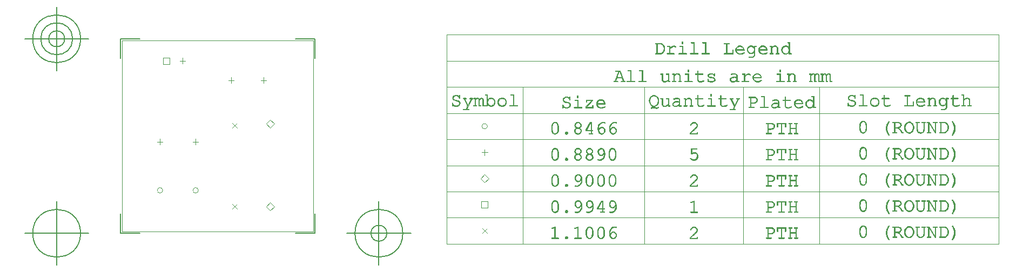
<source format=gbr>
G04 Generated by Ultiboard 14.3 *
%FSLAX34Y34*%
%MOMM*%

%ADD10C,0.0001*%
%ADD11C,0.0100*%
%ADD12C,0.1000*%
%ADD13C,0.0010*%
%ADD14C,0.1270*%


G04 ColorRGB 000000 for the following layer *
%LNDrill Symbols-Copper Top-Copper Bottom*%
%LPD*%
G54D11*
X138176Y220091D02*
X138176Y228981D01*
X133731Y224536D02*
X142621Y224536D01*
X184531Y224536D02*
X193421Y224536D01*
X188976Y220091D02*
X188976Y228981D01*
X22183Y51816D02*
G75*
D01*
G02X22183Y51816I4233J0*
G01*
X26416Y123571D02*
X26416Y132461D01*
X21971Y128016D02*
X30861Y128016D01*
X31601Y250041D02*
X41551Y250041D01*
X41551Y259991D01*
X31601Y259991D01*
X31601Y250041D01*
X61976Y250571D02*
X61976Y259461D01*
X57531Y255016D02*
X66421Y255016D01*
X82296Y123571D02*
X82296Y132461D01*
X77851Y128016D02*
X86741Y128016D01*
X78063Y51816D02*
G75*
D01*
G02X78063Y51816I4233J0*
G01*
X199136Y150052D02*
X205500Y156416D01*
X199136Y162780D01*
X192772Y156416D01*
X199136Y150052D01*
X199136Y20052D02*
X205500Y26416D01*
X199136Y32780D01*
X192772Y26416D01*
X199136Y20052D01*
X530324Y24355D02*
X540273Y24355D01*
X540273Y34305D01*
X530324Y34305D01*
X530324Y24355D01*
X535299Y63966D02*
X541663Y70330D01*
X535299Y76694D01*
X528935Y70330D01*
X535299Y63966D01*
X530854Y111330D02*
X539744Y111330D01*
X535299Y106885D02*
X535299Y115775D01*
X531066Y152330D02*
G75*
D01*
G02X531066Y152330I4233J0*
G01*
G54D12*
X139365Y157307D02*
X147147Y149525D01*
X139365Y149525D02*
X147147Y157307D01*
X139365Y22525D02*
X147147Y30307D01*
X139365Y30307D02*
X147147Y22525D01*
X531408Y-15561D02*
X539190Y-7779D01*
X531408Y-7779D02*
X539190Y-15561D01*
G54D13*
G36*
X639686Y-23264D02*
X639686Y-23264D01*
X639686Y-22772D01*
X639639Y-23023D01*
X639686Y-23264D01*
D02*
G37*
X639686Y-22772D01*
X639639Y-23023D01*
X639686Y-23264D01*
G36*
X639686Y-22772D02*
X639686Y-22772D01*
X639686Y-23264D01*
X639829Y-23462D01*
X639686Y-22772D01*
D02*
G37*
X639686Y-23264D01*
X639829Y-23462D01*
X639686Y-22772D01*
G36*
X639829Y-23462D02*
X639829Y-23462D01*
X639829Y-22576D01*
X639686Y-22772D01*
X639829Y-23462D01*
D02*
G37*
X639829Y-22576D01*
X639686Y-22772D01*
X639829Y-23462D01*
G36*
X639829Y-22576D02*
X639829Y-22576D01*
X639829Y-23462D01*
X640082Y-23594D01*
X639829Y-22576D01*
D02*
G37*
X639829Y-23462D01*
X640082Y-23594D01*
X639829Y-22576D01*
G36*
X640082Y-23594D02*
X640082Y-23594D01*
X640082Y-22449D01*
X639829Y-22576D01*
X640082Y-23594D01*
D02*
G37*
X640082Y-22449D01*
X639829Y-22576D01*
X640082Y-23594D01*
G36*
X640082Y-22449D02*
X640082Y-22449D01*
X640082Y-23594D01*
X640459Y-23638D01*
X640082Y-22449D01*
D02*
G37*
X640082Y-23594D01*
X640459Y-23638D01*
X640082Y-22449D01*
G36*
X640459Y-23638D02*
X640459Y-23638D01*
X640459Y-22407D01*
X640082Y-22449D01*
X640459Y-23638D01*
D02*
G37*
X640459Y-22407D01*
X640082Y-22449D01*
X640459Y-23638D01*
G36*
X640459Y-22407D02*
X640459Y-22407D01*
X640459Y-23638D01*
X650127Y-23638D01*
X640459Y-22407D01*
D02*
G37*
X640459Y-23638D01*
X650127Y-23638D01*
X640459Y-22407D01*
G36*
X650127Y-23638D02*
X650127Y-23638D01*
X644678Y-22407D01*
X640459Y-22407D01*
X650127Y-23638D01*
D02*
G37*
X644678Y-22407D01*
X640459Y-22407D01*
X650127Y-23638D01*
G36*
X644678Y-22407D02*
X644678Y-22407D01*
X650127Y-23638D01*
X645908Y-22407D01*
X644678Y-22407D01*
D02*
G37*
X650127Y-23638D01*
X645908Y-22407D01*
X644678Y-22407D01*
G36*
X645908Y-22407D02*
X645908Y-22407D01*
X644678Y-6704D01*
X644678Y-22407D01*
X645908Y-22407D01*
D02*
G37*
X644678Y-6704D01*
X644678Y-22407D01*
X645908Y-22407D01*
G36*
X644678Y-6704D02*
X644678Y-6704D01*
X645908Y-22407D01*
X645908Y-5005D01*
X644678Y-6704D01*
D02*
G37*
X645908Y-22407D01*
X645908Y-5005D01*
X644678Y-6704D01*
G36*
X645908Y-5005D02*
X645908Y-5005D01*
X640664Y-7964D01*
X644678Y-6704D01*
X645908Y-5005D01*
D02*
G37*
X640664Y-7964D01*
X644678Y-6704D01*
X645908Y-5005D01*
G36*
X640664Y-7964D02*
X640664Y-7964D01*
X645908Y-5005D01*
X640411Y-8030D01*
X640664Y-7964D01*
D02*
G37*
X645908Y-5005D01*
X640411Y-8030D01*
X640664Y-7964D01*
G36*
X640283Y-6777D02*
X640283Y-6777D01*
X639979Y-6906D01*
X640029Y-8006D01*
X640283Y-6777D01*
D02*
G37*
X639979Y-6906D01*
X640029Y-8006D01*
X640283Y-6777D01*
G36*
X640283Y-6777D01*
X640029Y-8006D01*
X640239Y-8052D01*
X640283Y-6777D01*
D02*
G37*
X640029Y-8006D01*
X640239Y-8052D01*
X640283Y-6777D01*
G36*
X640283Y-6777D01*
X640239Y-8052D01*
X640411Y-8030D01*
X640283Y-6777D01*
D02*
G37*
X640239Y-8052D01*
X640411Y-8030D01*
X640283Y-6777D01*
G36*
X640283Y-6777D01*
X640411Y-8030D01*
X645908Y-5005D01*
X640283Y-6777D01*
D02*
G37*
X640411Y-8030D01*
X645908Y-5005D01*
X640283Y-6777D01*
G36*
X639979Y-6906D02*
X639979Y-6906D01*
X639836Y-7869D01*
X640029Y-8006D01*
X639979Y-6906D01*
D02*
G37*
X639836Y-7869D01*
X640029Y-8006D01*
X639979Y-6906D01*
G36*
X639836Y-7869D02*
X639836Y-7869D01*
X639979Y-6906D01*
X639800Y-7026D01*
X639836Y-7869D01*
D02*
G37*
X639979Y-6906D01*
X639800Y-7026D01*
X639836Y-7869D01*
G36*
X639800Y-7026D02*
X639800Y-7026D01*
X639699Y-7669D01*
X639836Y-7869D01*
X639800Y-7026D01*
D02*
G37*
X639699Y-7669D01*
X639836Y-7869D01*
X639800Y-7026D01*
G36*
X639699Y-7669D02*
X639699Y-7669D01*
X639800Y-7026D01*
X639690Y-7224D01*
X639699Y-7669D01*
D02*
G37*
X639800Y-7026D01*
X639690Y-7224D01*
X639699Y-7669D01*
G36*
X639690Y-7224D02*
X639690Y-7224D01*
X639653Y-7437D01*
X639699Y-7669D01*
X639690Y-7224D01*
D02*
G37*
X639653Y-7437D01*
X639699Y-7669D01*
X639690Y-7224D01*
G36*
X650127Y-23638D02*
X650127Y-23638D01*
X650127Y-22407D01*
X645908Y-22407D01*
X650127Y-23638D01*
D02*
G37*
X650127Y-22407D01*
X645908Y-22407D01*
X650127Y-23638D01*
G36*
X650127Y-22407D02*
X650127Y-22407D01*
X650127Y-23638D01*
X650504Y-23594D01*
X650127Y-22407D01*
D02*
G37*
X650127Y-23638D01*
X650504Y-23594D01*
X650127Y-22407D01*
G36*
X650504Y-23594D02*
X650504Y-23594D01*
X650504Y-22449D01*
X650127Y-22407D01*
X650504Y-23594D01*
D02*
G37*
X650504Y-22449D01*
X650127Y-22407D01*
X650504Y-23594D01*
G36*
X650504Y-22449D02*
X650504Y-22449D01*
X650504Y-23594D01*
X650757Y-23462D01*
X650504Y-22449D01*
D02*
G37*
X650504Y-23594D01*
X650757Y-23462D01*
X650504Y-22449D01*
G36*
X650757Y-23462D02*
X650757Y-23462D01*
X650757Y-22576D01*
X650504Y-22449D01*
X650757Y-23462D01*
D02*
G37*
X650757Y-22576D01*
X650504Y-22449D01*
X650757Y-23462D01*
G36*
X650757Y-22576D02*
X650757Y-22576D01*
X650757Y-23462D01*
X650900Y-23264D01*
X650757Y-22576D01*
D02*
G37*
X650757Y-23462D01*
X650900Y-23264D01*
X650757Y-22576D01*
G36*
X650900Y-23264D02*
X650900Y-23264D01*
X650900Y-22772D01*
X650757Y-22576D01*
X650900Y-23264D01*
D02*
G37*
X650900Y-22772D01*
X650757Y-22576D01*
X650900Y-23264D01*
G36*
X650900Y-22772D02*
X650900Y-22772D01*
X650900Y-23264D01*
X650947Y-23023D01*
X650900Y-22772D01*
D02*
G37*
X650900Y-23264D01*
X650947Y-23023D01*
X650900Y-22772D01*
G36*
X663047Y-20107D02*
X663047Y-20107D01*
X662294Y-20250D01*
X663047Y-20107D01*
D02*
G37*
X662294Y-20250D01*
X663047Y-20107D01*
G36*
X663047Y-20107D01*
X662294Y-20250D01*
X661648Y-20679D01*
X663047Y-20107D01*
D02*
G37*
X662294Y-20250D01*
X661648Y-20679D01*
X663047Y-20107D01*
G36*
X663047Y-20107D01*
X661648Y-20679D01*
X661203Y-21320D01*
X663047Y-20107D01*
D02*
G37*
X661648Y-20679D01*
X661203Y-21320D01*
X663047Y-20107D01*
G36*
X663047Y-20107D01*
X661203Y-21320D01*
X661055Y-22100D01*
X663047Y-20107D01*
D02*
G37*
X661203Y-21320D01*
X661055Y-22100D01*
X663047Y-20107D01*
G36*
X663047Y-20107D01*
X661055Y-22100D01*
X661201Y-22860D01*
X663047Y-20107D01*
D02*
G37*
X661055Y-22100D01*
X661201Y-22860D01*
X663047Y-20107D01*
G36*
X663047Y-20107D01*
X661201Y-22860D01*
X661641Y-23499D01*
X663047Y-20107D01*
D02*
G37*
X661201Y-22860D01*
X661641Y-23499D01*
X663047Y-20107D01*
G36*
X663047Y-20107D01*
X661641Y-23499D01*
X662285Y-23932D01*
X663047Y-20107D01*
D02*
G37*
X661641Y-23499D01*
X662285Y-23932D01*
X663047Y-20107D01*
G36*
X663047Y-20107D01*
X662285Y-23932D01*
X663047Y-24077D01*
X663047Y-20107D01*
D02*
G37*
X662285Y-23932D01*
X663047Y-24077D01*
X663047Y-20107D01*
G36*
X663047Y-20107D01*
X663047Y-24077D01*
X663574Y-24077D01*
X663047Y-20107D01*
D02*
G37*
X663047Y-24077D01*
X663574Y-24077D01*
X663047Y-20107D01*
G36*
X663047Y-20107D01*
X663574Y-24077D01*
X664327Y-23934D01*
X663047Y-20107D01*
D02*
G37*
X663574Y-24077D01*
X664327Y-23934D01*
X663047Y-20107D01*
G36*
X663047Y-20107D01*
X664327Y-23934D01*
X664973Y-23506D01*
X663047Y-20107D01*
D02*
G37*
X664327Y-23934D01*
X664973Y-23506D01*
X663047Y-20107D01*
G36*
X663047Y-20107D01*
X664973Y-23506D01*
X665418Y-22865D01*
X663047Y-20107D01*
D02*
G37*
X664973Y-23506D01*
X665418Y-22865D01*
X663047Y-20107D01*
G36*
X663047Y-20107D01*
X665418Y-22865D01*
X665566Y-22085D01*
X663047Y-20107D01*
D02*
G37*
X665418Y-22865D01*
X665566Y-22085D01*
X663047Y-20107D01*
G36*
X663047Y-20107D01*
X665566Y-22085D01*
X665420Y-21325D01*
X663047Y-20107D01*
D02*
G37*
X665566Y-22085D01*
X665420Y-21325D01*
X663047Y-20107D01*
G36*
X663047Y-20107D01*
X665420Y-21325D01*
X664980Y-20686D01*
X663047Y-20107D01*
D02*
G37*
X665420Y-21325D01*
X664980Y-20686D01*
X663047Y-20107D01*
G36*
X663047Y-20107D01*
X664980Y-20686D01*
X664336Y-20252D01*
X663047Y-20107D01*
D02*
G37*
X664980Y-20686D01*
X664336Y-20252D01*
X663047Y-20107D01*
G36*
X663047Y-20107D01*
X664336Y-20252D01*
X663574Y-20107D01*
X663047Y-20107D01*
D02*
G37*
X664336Y-20252D01*
X663574Y-20107D01*
X663047Y-20107D01*
G36*
X675692Y-23264D02*
X675692Y-23264D01*
X675692Y-22772D01*
X675644Y-23023D01*
X675692Y-23264D01*
D02*
G37*
X675692Y-22772D01*
X675644Y-23023D01*
X675692Y-23264D01*
G36*
X675692Y-22772D02*
X675692Y-22772D01*
X675692Y-23264D01*
X675835Y-23462D01*
X675692Y-22772D01*
D02*
G37*
X675692Y-23264D01*
X675835Y-23462D01*
X675692Y-22772D01*
G36*
X675835Y-23462D02*
X675835Y-23462D01*
X675835Y-22576D01*
X675692Y-22772D01*
X675835Y-23462D01*
D02*
G37*
X675835Y-22576D01*
X675692Y-22772D01*
X675835Y-23462D01*
G36*
X675835Y-22576D02*
X675835Y-22576D01*
X675835Y-23462D01*
X676088Y-23594D01*
X675835Y-22576D01*
D02*
G37*
X675835Y-23462D01*
X676088Y-23594D01*
X675835Y-22576D01*
G36*
X676088Y-23594D02*
X676088Y-23594D01*
X676088Y-22449D01*
X675835Y-22576D01*
X676088Y-23594D01*
D02*
G37*
X676088Y-22449D01*
X675835Y-22576D01*
X676088Y-23594D01*
G36*
X676088Y-22449D02*
X676088Y-22449D01*
X676088Y-23594D01*
X676465Y-23638D01*
X676088Y-22449D01*
D02*
G37*
X676088Y-23594D01*
X676465Y-23638D01*
X676088Y-22449D01*
G36*
X676465Y-23638D02*
X676465Y-23638D01*
X676465Y-22407D01*
X676088Y-22449D01*
X676465Y-23638D01*
D02*
G37*
X676465Y-22407D01*
X676088Y-22449D01*
X676465Y-23638D01*
G36*
X676465Y-22407D02*
X676465Y-22407D01*
X676465Y-23638D01*
X686133Y-23638D01*
X676465Y-22407D01*
D02*
G37*
X676465Y-23638D01*
X686133Y-23638D01*
X676465Y-22407D01*
G36*
X686133Y-23638D02*
X686133Y-23638D01*
X680684Y-22407D01*
X676465Y-22407D01*
X686133Y-23638D01*
D02*
G37*
X680684Y-22407D01*
X676465Y-22407D01*
X686133Y-23638D01*
G36*
X680684Y-22407D02*
X680684Y-22407D01*
X686133Y-23638D01*
X681914Y-22407D01*
X680684Y-22407D01*
D02*
G37*
X686133Y-23638D01*
X681914Y-22407D01*
X680684Y-22407D01*
G36*
X681914Y-22407D02*
X681914Y-22407D01*
X680684Y-6704D01*
X680684Y-22407D01*
X681914Y-22407D01*
D02*
G37*
X680684Y-6704D01*
X680684Y-22407D01*
X681914Y-22407D01*
G36*
X680684Y-6704D02*
X680684Y-6704D01*
X681914Y-22407D01*
X681914Y-5005D01*
X680684Y-6704D01*
D02*
G37*
X681914Y-22407D01*
X681914Y-5005D01*
X680684Y-6704D01*
G36*
X681914Y-5005D02*
X681914Y-5005D01*
X676670Y-7964D01*
X680684Y-6704D01*
X681914Y-5005D01*
D02*
G37*
X676670Y-7964D01*
X680684Y-6704D01*
X681914Y-5005D01*
G36*
X676670Y-7964D02*
X676670Y-7964D01*
X681914Y-5005D01*
X676417Y-8030D01*
X676670Y-7964D01*
D02*
G37*
X681914Y-5005D01*
X676417Y-8030D01*
X676670Y-7964D01*
G36*
X676289Y-6777D02*
X676289Y-6777D01*
X675985Y-6906D01*
X676034Y-8006D01*
X676289Y-6777D01*
D02*
G37*
X675985Y-6906D01*
X676034Y-8006D01*
X676289Y-6777D01*
G36*
X676289Y-6777D01*
X676034Y-8006D01*
X676245Y-8052D01*
X676289Y-6777D01*
D02*
G37*
X676034Y-8006D01*
X676245Y-8052D01*
X676289Y-6777D01*
G36*
X676289Y-6777D01*
X676245Y-8052D01*
X676417Y-8030D01*
X676289Y-6777D01*
D02*
G37*
X676245Y-8052D01*
X676417Y-8030D01*
X676289Y-6777D01*
G36*
X676289Y-6777D01*
X676417Y-8030D01*
X681914Y-5005D01*
X676289Y-6777D01*
D02*
G37*
X676417Y-8030D01*
X681914Y-5005D01*
X676289Y-6777D01*
G36*
X675985Y-6906D02*
X675985Y-6906D01*
X675842Y-7869D01*
X676034Y-8006D01*
X675985Y-6906D01*
D02*
G37*
X675842Y-7869D01*
X676034Y-8006D01*
X675985Y-6906D01*
G36*
X675842Y-7869D02*
X675842Y-7869D01*
X675985Y-6906D01*
X675806Y-7026D01*
X675842Y-7869D01*
D02*
G37*
X675985Y-6906D01*
X675806Y-7026D01*
X675842Y-7869D01*
G36*
X675806Y-7026D02*
X675806Y-7026D01*
X675705Y-7669D01*
X675842Y-7869D01*
X675806Y-7026D01*
D02*
G37*
X675705Y-7669D01*
X675842Y-7869D01*
X675806Y-7026D01*
G36*
X675705Y-7669D02*
X675705Y-7669D01*
X675806Y-7026D01*
X675696Y-7224D01*
X675705Y-7669D01*
D02*
G37*
X675806Y-7026D01*
X675696Y-7224D01*
X675705Y-7669D01*
G36*
X675696Y-7224D02*
X675696Y-7224D01*
X675659Y-7437D01*
X675705Y-7669D01*
X675696Y-7224D01*
D02*
G37*
X675659Y-7437D01*
X675705Y-7669D01*
X675696Y-7224D01*
G36*
X686133Y-23638D02*
X686133Y-23638D01*
X686133Y-22407D01*
X681914Y-22407D01*
X686133Y-23638D01*
D02*
G37*
X686133Y-22407D01*
X681914Y-22407D01*
X686133Y-23638D01*
G36*
X686133Y-22407D02*
X686133Y-22407D01*
X686133Y-23638D01*
X686510Y-23594D01*
X686133Y-22407D01*
D02*
G37*
X686133Y-23638D01*
X686510Y-23594D01*
X686133Y-22407D01*
G36*
X686510Y-23594D02*
X686510Y-23594D01*
X686510Y-22449D01*
X686133Y-22407D01*
X686510Y-23594D01*
D02*
G37*
X686510Y-22449D01*
X686133Y-22407D01*
X686510Y-23594D01*
G36*
X686510Y-22449D02*
X686510Y-22449D01*
X686510Y-23594D01*
X686763Y-23462D01*
X686510Y-22449D01*
D02*
G37*
X686510Y-23594D01*
X686763Y-23462D01*
X686510Y-22449D01*
G36*
X686763Y-23462D02*
X686763Y-23462D01*
X686763Y-22576D01*
X686510Y-22449D01*
X686763Y-23462D01*
D02*
G37*
X686763Y-22576D01*
X686510Y-22449D01*
X686763Y-23462D01*
G36*
X686763Y-22576D02*
X686763Y-22576D01*
X686763Y-23462D01*
X686905Y-23264D01*
X686763Y-22576D01*
D02*
G37*
X686763Y-23462D01*
X686905Y-23264D01*
X686763Y-22576D01*
G36*
X686905Y-23264D02*
X686905Y-23264D01*
X686905Y-22772D01*
X686763Y-22576D01*
X686905Y-23264D01*
D02*
G37*
X686905Y-22772D01*
X686763Y-22576D01*
X686905Y-23264D01*
G36*
X686905Y-22772D02*
X686905Y-22772D01*
X686905Y-23264D01*
X686953Y-23023D01*
X686905Y-22772D01*
D02*
G37*
X686905Y-23264D01*
X686953Y-23023D01*
X686905Y-22772D01*
G36*
X704875Y-11340D02*
X704875Y-11340D01*
X704634Y-9971D01*
X704838Y-17858D01*
X704875Y-11340D01*
D02*
G37*
X704634Y-9971D01*
X704838Y-17858D01*
X704875Y-11340D01*
G36*
X704875Y-11340D01*
X704838Y-17858D01*
X704956Y-15977D01*
X704875Y-11340D01*
D02*
G37*
X704838Y-17858D01*
X704956Y-15977D01*
X704875Y-11340D01*
G36*
X704875Y-11340D01*
X704956Y-15977D01*
X704956Y-12930D01*
X704875Y-11340D01*
D02*
G37*
X704956Y-15977D01*
X704956Y-12930D01*
X704875Y-11340D01*
G36*
X704333Y-9044D02*
X704333Y-9044D01*
X704838Y-17858D01*
X704634Y-9971D01*
X704333Y-9044D01*
D02*
G37*
X704838Y-17858D01*
X704634Y-9971D01*
X704333Y-9044D01*
G36*
X704838Y-17858D02*
X704838Y-17858D01*
X704333Y-9044D01*
X703901Y-8023D01*
X704838Y-17858D01*
D02*
G37*
X704333Y-9044D01*
X703901Y-8023D01*
X704838Y-17858D01*
G36*
X703901Y-8023D02*
X703901Y-8023D01*
X703893Y-21000D01*
X704838Y-17858D01*
X703901Y-8023D01*
D02*
G37*
X703893Y-21000D01*
X704838Y-17858D01*
X703901Y-8023D01*
G36*
X703893Y-21000D02*
X703893Y-21000D01*
X703901Y-8023D01*
X703726Y-13091D01*
X703893Y-21000D01*
D02*
G37*
X703901Y-8023D01*
X703726Y-13091D01*
X703893Y-21000D01*
G36*
X703726Y-13091D02*
X703726Y-13091D01*
X703726Y-15801D01*
X703893Y-21000D01*
X703726Y-13091D01*
D02*
G37*
X703726Y-15801D01*
X703893Y-21000D01*
X703726Y-13091D01*
G36*
X702129Y-7451D02*
X702129Y-7451D01*
X702220Y-5765D01*
X701708Y-6975D01*
X702129Y-7451D01*
D02*
G37*
X702220Y-5765D01*
X701708Y-6975D01*
X702129Y-7451D01*
G36*
X702220Y-5765D02*
X702220Y-5765D01*
X702129Y-7451D01*
X702713Y-8497D01*
X702220Y-5765D01*
D02*
G37*
X702129Y-7451D01*
X702713Y-8497D01*
X702220Y-5765D01*
G36*
X702713Y-8497D02*
X702713Y-8497D01*
X702964Y-6455D01*
X702220Y-5765D01*
X702713Y-8497D01*
D02*
G37*
X702964Y-6455D01*
X702220Y-5765D01*
X702713Y-8497D01*
G36*
X702964Y-6455D02*
X702964Y-6455D01*
X702713Y-8497D01*
X703235Y-9846D01*
X702964Y-6455D01*
D02*
G37*
X702713Y-8497D01*
X703235Y-9846D01*
X702964Y-6455D01*
G36*
X703235Y-9846D02*
X703235Y-9846D01*
X703418Y-7096D01*
X702964Y-6455D01*
X703235Y-9846D01*
D02*
G37*
X703418Y-7096D01*
X702964Y-6455D01*
X703235Y-9846D01*
G36*
X703418Y-7096D02*
X703418Y-7096D01*
X703235Y-9846D01*
X703603Y-11408D01*
X703418Y-7096D01*
D02*
G37*
X703235Y-9846D01*
X703603Y-11408D01*
X703418Y-7096D01*
G36*
X703603Y-11408D02*
X703603Y-11408D01*
X703901Y-8023D01*
X703418Y-7096D01*
X703603Y-11408D01*
D02*
G37*
X703901Y-8023D01*
X703418Y-7096D01*
X703603Y-11408D01*
G36*
X703901Y-8023D02*
X703901Y-8023D01*
X703603Y-11408D01*
X703726Y-13091D01*
X703901Y-8023D01*
D02*
G37*
X703603Y-11408D01*
X703726Y-13091D01*
X703901Y-8023D01*
G36*
X700290Y-6188D02*
X700290Y-6188D01*
X700349Y-4923D01*
X699302Y-6060D01*
X700290Y-6188D01*
D02*
G37*
X700349Y-4923D01*
X699302Y-6060D01*
X700290Y-6188D01*
G36*
X700349Y-4923D02*
X700349Y-4923D01*
X700290Y-6188D01*
X701177Y-6572D01*
X700349Y-4923D01*
D02*
G37*
X700290Y-6188D01*
X701177Y-6572D01*
X700349Y-4923D01*
G36*
X701177Y-6572D02*
X701177Y-6572D01*
X701338Y-5247D01*
X700349Y-4923D01*
X701177Y-6572D01*
D02*
G37*
X701338Y-5247D01*
X700349Y-4923D01*
X701177Y-6572D01*
G36*
X701338Y-5247D02*
X701338Y-5247D01*
X701177Y-6572D01*
X701708Y-6975D01*
X701338Y-5247D01*
D02*
G37*
X701177Y-6572D01*
X701708Y-6975D01*
X701338Y-5247D01*
G36*
X701708Y-6975D02*
X701708Y-6975D01*
X702220Y-5765D01*
X701338Y-5247D01*
X701708Y-6975D01*
D02*
G37*
X702220Y-5765D01*
X701338Y-5247D01*
X701708Y-6975D01*
G36*
X695552Y-9268D02*
X695552Y-9268D01*
X695552Y-6631D01*
X694966Y-11729D01*
X695552Y-9268D01*
D02*
G37*
X695552Y-6631D01*
X694966Y-11729D01*
X695552Y-9268D01*
G36*
X695552Y-6631D02*
X695552Y-6631D01*
X695552Y-9268D01*
X696064Y-8169D01*
X695552Y-6631D01*
D02*
G37*
X695552Y-9268D01*
X696064Y-8169D01*
X695552Y-6631D01*
G36*
X696064Y-8169D02*
X696064Y-8169D01*
X696340Y-5836D01*
X695552Y-6631D01*
X696064Y-8169D01*
D02*
G37*
X696340Y-5836D01*
X695552Y-6631D01*
X696064Y-8169D01*
G36*
X696340Y-5836D02*
X696340Y-5836D01*
X696064Y-8169D01*
X696706Y-7246D01*
X696340Y-5836D01*
D02*
G37*
X696064Y-8169D01*
X696706Y-7246D01*
X696340Y-5836D01*
G36*
X696706Y-7246D02*
X696706Y-7246D01*
X698208Y-4928D01*
X696340Y-5836D01*
X696706Y-7246D01*
D02*
G37*
X698208Y-4928D01*
X696340Y-5836D01*
X696706Y-7246D01*
G36*
X698208Y-4928D02*
X698208Y-4928D01*
X696706Y-7246D01*
X698325Y-6191D01*
X698208Y-4928D01*
D02*
G37*
X696706Y-7246D01*
X698325Y-6191D01*
X698208Y-4928D01*
G36*
X698325Y-6191D02*
X698325Y-6191D01*
X699287Y-4815D01*
X698208Y-4928D01*
X698325Y-6191D01*
D02*
G37*
X699287Y-4815D01*
X698208Y-4928D01*
X698325Y-6191D01*
G36*
X699287Y-4815D02*
X699287Y-4815D01*
X698325Y-6191D01*
X699302Y-6060D01*
X699287Y-4815D01*
D02*
G37*
X698325Y-6191D01*
X699302Y-6060D01*
X699287Y-4815D01*
G36*
X699302Y-6060D02*
X699302Y-6060D01*
X700349Y-4923D01*
X699287Y-4815D01*
X699302Y-6060D01*
D02*
G37*
X700349Y-4923D01*
X699287Y-4815D01*
X699302Y-6060D01*
G36*
X694725Y-7893D02*
X694725Y-7893D01*
X693780Y-11042D01*
X693999Y-18921D01*
X694725Y-7893D01*
D02*
G37*
X693780Y-11042D01*
X693999Y-18921D01*
X694725Y-7893D01*
G36*
X694725Y-7893D01*
X693999Y-18921D01*
X694290Y-19858D01*
X694725Y-7893D01*
D02*
G37*
X693999Y-18921D01*
X694290Y-19858D01*
X694725Y-7893D01*
G36*
X694725Y-7893D01*
X694290Y-19858D01*
X694724Y-20884D01*
X694725Y-7893D01*
D02*
G37*
X694290Y-19858D01*
X694724Y-20884D01*
X694725Y-7893D01*
G36*
X694725Y-7893D01*
X694724Y-20884D01*
X694893Y-15801D01*
X694725Y-7893D01*
D02*
G37*
X694724Y-20884D01*
X694893Y-15801D01*
X694725Y-7893D01*
G36*
X694725Y-7893D01*
X694893Y-15801D01*
X694893Y-13091D01*
X694725Y-7893D01*
D02*
G37*
X694893Y-15801D01*
X694893Y-13091D01*
X694725Y-7893D01*
G36*
X694725Y-7893D01*
X694893Y-13091D01*
X694966Y-11729D01*
X694725Y-7893D01*
D02*
G37*
X694893Y-13091D01*
X694966Y-11729D01*
X694725Y-7893D01*
G36*
X694725Y-7893D01*
X694966Y-11729D01*
X695552Y-6631D01*
X694725Y-7893D01*
D02*
G37*
X694966Y-11729D01*
X695552Y-6631D01*
X694725Y-7893D01*
G36*
X703652Y-17164D02*
X703652Y-17164D01*
X703893Y-21000D01*
X703726Y-15801D01*
X703652Y-17164D01*
D02*
G37*
X703893Y-21000D01*
X703726Y-15801D01*
X703652Y-17164D01*
G36*
X703893Y-21000D02*
X703893Y-21000D01*
X703652Y-17164D01*
X703066Y-19628D01*
X703893Y-21000D01*
D02*
G37*
X703652Y-17164D01*
X703066Y-19628D01*
X703893Y-21000D01*
G36*
X703066Y-19628D02*
X703066Y-19628D01*
X703066Y-22261D01*
X703893Y-21000D01*
X703066Y-19628D01*
D02*
G37*
X703066Y-22261D01*
X703893Y-21000D01*
X703066Y-19628D01*
G36*
X703066Y-22261D02*
X703066Y-22261D01*
X703066Y-19628D01*
X702554Y-20730D01*
X703066Y-22261D01*
D02*
G37*
X703066Y-19628D01*
X702554Y-20730D01*
X703066Y-22261D01*
G36*
X702554Y-20730D02*
X702554Y-20730D01*
X702278Y-23055D01*
X703066Y-22261D01*
X702554Y-20730D01*
D02*
G37*
X702278Y-23055D01*
X703066Y-22261D01*
X702554Y-20730D01*
G36*
X702278Y-23055D02*
X702278Y-23055D01*
X702554Y-20730D01*
X701913Y-21656D01*
X702278Y-23055D01*
D02*
G37*
X702554Y-20730D01*
X701913Y-21656D01*
X702278Y-23055D01*
G36*
X701913Y-21656D02*
X701913Y-21656D01*
X700410Y-23963D01*
X702278Y-23055D01*
X701913Y-21656D01*
D02*
G37*
X700410Y-23963D01*
X702278Y-23055D01*
X701913Y-21656D01*
G36*
X700410Y-23963D02*
X700410Y-23963D01*
X701913Y-21656D01*
X700301Y-22714D01*
X700410Y-23963D01*
D02*
G37*
X701913Y-21656D01*
X700301Y-22714D01*
X700410Y-23963D01*
G36*
X700301Y-22714D02*
X700301Y-22714D01*
X699331Y-22847D01*
X700410Y-23963D01*
X700301Y-22714D01*
D02*
G37*
X699331Y-22847D01*
X700410Y-23963D01*
X700301Y-22714D01*
G36*
X699331Y-22847D02*
X699331Y-22847D01*
X699331Y-24077D01*
X700410Y-23963D01*
X699331Y-22847D01*
D02*
G37*
X699331Y-24077D01*
X700410Y-23963D01*
X699331Y-22847D01*
G36*
X699331Y-24077D02*
X699331Y-24077D01*
X699331Y-22847D01*
X698331Y-22715D01*
X699331Y-24077D01*
D02*
G37*
X699331Y-22847D01*
X698331Y-22715D01*
X699331Y-24077D01*
G36*
X698331Y-22715D02*
X698331Y-22715D01*
X698278Y-23969D01*
X699331Y-24077D01*
X698331Y-22715D01*
D02*
G37*
X698278Y-23969D01*
X699331Y-24077D01*
X698331Y-22715D01*
G36*
X698278Y-23969D02*
X698278Y-23969D01*
X698331Y-22715D01*
X697441Y-22319D01*
X698278Y-23969D01*
D02*
G37*
X698331Y-22715D01*
X697441Y-22319D01*
X698278Y-23969D01*
G36*
X697441Y-22319D02*
X697441Y-22319D01*
X697288Y-23645D01*
X698278Y-23969D01*
X697441Y-22319D01*
D02*
G37*
X697288Y-23645D01*
X698278Y-23969D01*
X697441Y-22319D01*
G36*
X697288Y-23645D02*
X697288Y-23645D01*
X697441Y-22319D01*
X696914Y-21920D01*
X697288Y-23645D01*
D02*
G37*
X697441Y-22319D01*
X696914Y-21920D01*
X697288Y-23645D01*
G36*
X696914Y-21920D02*
X696914Y-21920D01*
X696504Y-21455D01*
X697288Y-23645D01*
X696914Y-21920D01*
D02*
G37*
X696504Y-21455D01*
X697288Y-23645D01*
X696914Y-21920D01*
G36*
X696504Y-21455D02*
X696504Y-21455D01*
X696399Y-23127D01*
X697288Y-23645D01*
X696504Y-21455D01*
D02*
G37*
X696399Y-23127D01*
X697288Y-23645D01*
X696504Y-21455D01*
G36*
X696399Y-23127D02*
X696399Y-23127D01*
X696504Y-21455D01*
X695909Y-20408D01*
X696399Y-23127D01*
D02*
G37*
X696504Y-21455D01*
X695909Y-20408D01*
X696399Y-23127D01*
G36*
X695909Y-20408D02*
X695909Y-20408D01*
X695654Y-22437D01*
X696399Y-23127D01*
X695909Y-20408D01*
D02*
G37*
X695654Y-22437D01*
X696399Y-23127D01*
X695909Y-20408D01*
G36*
X695654Y-22437D02*
X695654Y-22437D01*
X695909Y-20408D01*
X695383Y-19053D01*
X695654Y-22437D01*
D02*
G37*
X695909Y-20408D01*
X695383Y-19053D01*
X695654Y-22437D01*
G36*
X695383Y-19053D02*
X695383Y-19053D01*
X695209Y-21807D01*
X695654Y-22437D01*
X695383Y-19053D01*
D02*
G37*
X695209Y-21807D01*
X695654Y-22437D01*
X695383Y-19053D01*
G36*
X695209Y-21807D02*
X695209Y-21807D01*
X695383Y-19053D01*
X695015Y-17485D01*
X695209Y-21807D01*
D02*
G37*
X695383Y-19053D01*
X695015Y-17485D01*
X695209Y-21807D01*
G36*
X695015Y-17485D02*
X695015Y-17485D01*
X694893Y-15801D01*
X695209Y-21807D01*
X695015Y-17485D01*
D02*
G37*
X694893Y-15801D01*
X695209Y-21807D01*
X695015Y-17485D01*
G36*
X693746Y-17555D02*
X693746Y-17555D01*
X693999Y-18921D01*
X693780Y-11042D01*
X693746Y-17555D01*
D02*
G37*
X693999Y-18921D01*
X693780Y-11042D01*
X693746Y-17555D01*
G36*
X693746Y-17555D01*
X693780Y-11042D01*
X693662Y-12930D01*
X693746Y-17555D01*
D02*
G37*
X693780Y-11042D01*
X693662Y-12930D01*
X693746Y-17555D01*
G36*
X693746Y-17555D01*
X693662Y-12930D01*
X693662Y-15977D01*
X693746Y-17555D01*
D02*
G37*
X693662Y-12930D01*
X693662Y-15977D01*
X693746Y-17555D01*
G36*
X694893Y-15801D02*
X694893Y-15801D01*
X694724Y-20884D01*
X695209Y-21807D01*
X694893Y-15801D01*
D02*
G37*
X694724Y-20884D01*
X695209Y-21807D01*
X694893Y-15801D01*
G36*
X722878Y-11340D02*
X722878Y-11340D01*
X722637Y-9971D01*
X722841Y-17858D01*
X722878Y-11340D01*
D02*
G37*
X722637Y-9971D01*
X722841Y-17858D01*
X722878Y-11340D01*
G36*
X722878Y-11340D01*
X722841Y-17858D01*
X722959Y-15977D01*
X722878Y-11340D01*
D02*
G37*
X722841Y-17858D01*
X722959Y-15977D01*
X722878Y-11340D01*
G36*
X722878Y-11340D01*
X722959Y-15977D01*
X722959Y-12930D01*
X722878Y-11340D01*
D02*
G37*
X722959Y-15977D01*
X722959Y-12930D01*
X722878Y-11340D01*
G36*
X722336Y-9044D02*
X722336Y-9044D01*
X722841Y-17858D01*
X722637Y-9971D01*
X722336Y-9044D01*
D02*
G37*
X722841Y-17858D01*
X722637Y-9971D01*
X722336Y-9044D01*
G36*
X722841Y-17858D02*
X722841Y-17858D01*
X722336Y-9044D01*
X721904Y-8023D01*
X722841Y-17858D01*
D02*
G37*
X722336Y-9044D01*
X721904Y-8023D01*
X722841Y-17858D01*
G36*
X721904Y-8023D02*
X721904Y-8023D01*
X721896Y-21000D01*
X722841Y-17858D01*
X721904Y-8023D01*
D02*
G37*
X721896Y-21000D01*
X722841Y-17858D01*
X721904Y-8023D01*
G36*
X721896Y-21000D02*
X721896Y-21000D01*
X721904Y-8023D01*
X721728Y-13091D01*
X721896Y-21000D01*
D02*
G37*
X721904Y-8023D01*
X721728Y-13091D01*
X721896Y-21000D01*
G36*
X721728Y-13091D02*
X721728Y-13091D01*
X721728Y-15801D01*
X721896Y-21000D01*
X721728Y-13091D01*
D02*
G37*
X721728Y-15801D01*
X721896Y-21000D01*
X721728Y-13091D01*
G36*
X720132Y-7451D02*
X720132Y-7451D01*
X720223Y-5765D01*
X719711Y-6975D01*
X720132Y-7451D01*
D02*
G37*
X720223Y-5765D01*
X719711Y-6975D01*
X720132Y-7451D01*
G36*
X720223Y-5765D02*
X720223Y-5765D01*
X720132Y-7451D01*
X720716Y-8497D01*
X720223Y-5765D01*
D02*
G37*
X720132Y-7451D01*
X720716Y-8497D01*
X720223Y-5765D01*
G36*
X720716Y-8497D02*
X720716Y-8497D01*
X720967Y-6455D01*
X720223Y-5765D01*
X720716Y-8497D01*
D02*
G37*
X720967Y-6455D01*
X720223Y-5765D01*
X720716Y-8497D01*
G36*
X720967Y-6455D02*
X720967Y-6455D01*
X720716Y-8497D01*
X721238Y-9846D01*
X720967Y-6455D01*
D02*
G37*
X720716Y-8497D01*
X721238Y-9846D01*
X720967Y-6455D01*
G36*
X721238Y-9846D02*
X721238Y-9846D01*
X721421Y-7096D01*
X720967Y-6455D01*
X721238Y-9846D01*
D02*
G37*
X721421Y-7096D01*
X720967Y-6455D01*
X721238Y-9846D01*
G36*
X721421Y-7096D02*
X721421Y-7096D01*
X721238Y-9846D01*
X721606Y-11408D01*
X721421Y-7096D01*
D02*
G37*
X721238Y-9846D01*
X721606Y-11408D01*
X721421Y-7096D01*
G36*
X721606Y-11408D02*
X721606Y-11408D01*
X721904Y-8023D01*
X721421Y-7096D01*
X721606Y-11408D01*
D02*
G37*
X721904Y-8023D01*
X721421Y-7096D01*
X721606Y-11408D01*
G36*
X721904Y-8023D02*
X721904Y-8023D01*
X721606Y-11408D01*
X721728Y-13091D01*
X721904Y-8023D01*
D02*
G37*
X721606Y-11408D01*
X721728Y-13091D01*
X721904Y-8023D01*
G36*
X718293Y-6188D02*
X718293Y-6188D01*
X718352Y-4923D01*
X717305Y-6060D01*
X718293Y-6188D01*
D02*
G37*
X718352Y-4923D01*
X717305Y-6060D01*
X718293Y-6188D01*
G36*
X718352Y-4923D02*
X718352Y-4923D01*
X718293Y-6188D01*
X719180Y-6572D01*
X718352Y-4923D01*
D02*
G37*
X718293Y-6188D01*
X719180Y-6572D01*
X718352Y-4923D01*
G36*
X719180Y-6572D02*
X719180Y-6572D01*
X719341Y-5247D01*
X718352Y-4923D01*
X719180Y-6572D01*
D02*
G37*
X719341Y-5247D01*
X718352Y-4923D01*
X719180Y-6572D01*
G36*
X719341Y-5247D02*
X719341Y-5247D01*
X719180Y-6572D01*
X719711Y-6975D01*
X719341Y-5247D01*
D02*
G37*
X719180Y-6572D01*
X719711Y-6975D01*
X719341Y-5247D01*
G36*
X719711Y-6975D02*
X719711Y-6975D01*
X720223Y-5765D01*
X719341Y-5247D01*
X719711Y-6975D01*
D02*
G37*
X720223Y-5765D01*
X719341Y-5247D01*
X719711Y-6975D01*
G36*
X713555Y-9268D02*
X713555Y-9268D01*
X713555Y-6631D01*
X712969Y-11729D01*
X713555Y-9268D01*
D02*
G37*
X713555Y-6631D01*
X712969Y-11729D01*
X713555Y-9268D01*
G36*
X713555Y-6631D02*
X713555Y-6631D01*
X713555Y-9268D01*
X714067Y-8169D01*
X713555Y-6631D01*
D02*
G37*
X713555Y-9268D01*
X714067Y-8169D01*
X713555Y-6631D01*
G36*
X714067Y-8169D02*
X714067Y-8169D01*
X714343Y-5836D01*
X713555Y-6631D01*
X714067Y-8169D01*
D02*
G37*
X714343Y-5836D01*
X713555Y-6631D01*
X714067Y-8169D01*
G36*
X714343Y-5836D02*
X714343Y-5836D01*
X714067Y-8169D01*
X714709Y-7246D01*
X714343Y-5836D01*
D02*
G37*
X714067Y-8169D01*
X714709Y-7246D01*
X714343Y-5836D01*
G36*
X714709Y-7246D02*
X714709Y-7246D01*
X716211Y-4928D01*
X714343Y-5836D01*
X714709Y-7246D01*
D02*
G37*
X716211Y-4928D01*
X714343Y-5836D01*
X714709Y-7246D01*
G36*
X716211Y-4928D02*
X716211Y-4928D01*
X714709Y-7246D01*
X716328Y-6191D01*
X716211Y-4928D01*
D02*
G37*
X714709Y-7246D01*
X716328Y-6191D01*
X716211Y-4928D01*
G36*
X716328Y-6191D02*
X716328Y-6191D01*
X717290Y-4815D01*
X716211Y-4928D01*
X716328Y-6191D01*
D02*
G37*
X717290Y-4815D01*
X716211Y-4928D01*
X716328Y-6191D01*
G36*
X717290Y-4815D02*
X717290Y-4815D01*
X716328Y-6191D01*
X717305Y-6060D01*
X717290Y-4815D01*
D02*
G37*
X716328Y-6191D01*
X717305Y-6060D01*
X717290Y-4815D01*
G36*
X717305Y-6060D02*
X717305Y-6060D01*
X718352Y-4923D01*
X717290Y-4815D01*
X717305Y-6060D01*
D02*
G37*
X718352Y-4923D01*
X717290Y-4815D01*
X717305Y-6060D01*
G36*
X712728Y-7893D02*
X712728Y-7893D01*
X711783Y-11042D01*
X712002Y-18921D01*
X712728Y-7893D01*
D02*
G37*
X711783Y-11042D01*
X712002Y-18921D01*
X712728Y-7893D01*
G36*
X712728Y-7893D01*
X712002Y-18921D01*
X712293Y-19858D01*
X712728Y-7893D01*
D02*
G37*
X712002Y-18921D01*
X712293Y-19858D01*
X712728Y-7893D01*
G36*
X712728Y-7893D01*
X712293Y-19858D01*
X712727Y-20884D01*
X712728Y-7893D01*
D02*
G37*
X712293Y-19858D01*
X712727Y-20884D01*
X712728Y-7893D01*
G36*
X712728Y-7893D01*
X712727Y-20884D01*
X712895Y-15801D01*
X712728Y-7893D01*
D02*
G37*
X712727Y-20884D01*
X712895Y-15801D01*
X712728Y-7893D01*
G36*
X712728Y-7893D01*
X712895Y-15801D01*
X712895Y-13091D01*
X712728Y-7893D01*
D02*
G37*
X712895Y-15801D01*
X712895Y-13091D01*
X712728Y-7893D01*
G36*
X712728Y-7893D01*
X712895Y-13091D01*
X712969Y-11729D01*
X712728Y-7893D01*
D02*
G37*
X712895Y-13091D01*
X712969Y-11729D01*
X712728Y-7893D01*
G36*
X712728Y-7893D01*
X712969Y-11729D01*
X713555Y-6631D01*
X712728Y-7893D01*
D02*
G37*
X712969Y-11729D01*
X713555Y-6631D01*
X712728Y-7893D01*
G36*
X721655Y-17164D02*
X721655Y-17164D01*
X721896Y-21000D01*
X721728Y-15801D01*
X721655Y-17164D01*
D02*
G37*
X721896Y-21000D01*
X721728Y-15801D01*
X721655Y-17164D01*
G36*
X721896Y-21000D02*
X721896Y-21000D01*
X721655Y-17164D01*
X721069Y-19628D01*
X721896Y-21000D01*
D02*
G37*
X721655Y-17164D01*
X721069Y-19628D01*
X721896Y-21000D01*
G36*
X721069Y-19628D02*
X721069Y-19628D01*
X721069Y-22261D01*
X721896Y-21000D01*
X721069Y-19628D01*
D02*
G37*
X721069Y-22261D01*
X721896Y-21000D01*
X721069Y-19628D01*
G36*
X721069Y-22261D02*
X721069Y-22261D01*
X721069Y-19628D01*
X720557Y-20730D01*
X721069Y-22261D01*
D02*
G37*
X721069Y-19628D01*
X720557Y-20730D01*
X721069Y-22261D01*
G36*
X720557Y-20730D02*
X720557Y-20730D01*
X720281Y-23055D01*
X721069Y-22261D01*
X720557Y-20730D01*
D02*
G37*
X720281Y-23055D01*
X721069Y-22261D01*
X720557Y-20730D01*
G36*
X720281Y-23055D02*
X720281Y-23055D01*
X720557Y-20730D01*
X719916Y-21656D01*
X720281Y-23055D01*
D02*
G37*
X720557Y-20730D01*
X719916Y-21656D01*
X720281Y-23055D01*
G36*
X719916Y-21656D02*
X719916Y-21656D01*
X718413Y-23963D01*
X720281Y-23055D01*
X719916Y-21656D01*
D02*
G37*
X718413Y-23963D01*
X720281Y-23055D01*
X719916Y-21656D01*
G36*
X718413Y-23963D02*
X718413Y-23963D01*
X719916Y-21656D01*
X718304Y-22714D01*
X718413Y-23963D01*
D02*
G37*
X719916Y-21656D01*
X718304Y-22714D01*
X718413Y-23963D01*
G36*
X718304Y-22714D02*
X718304Y-22714D01*
X717334Y-22847D01*
X718413Y-23963D01*
X718304Y-22714D01*
D02*
G37*
X717334Y-22847D01*
X718413Y-23963D01*
X718304Y-22714D01*
G36*
X717334Y-22847D02*
X717334Y-22847D01*
X717334Y-24077D01*
X718413Y-23963D01*
X717334Y-22847D01*
D02*
G37*
X717334Y-24077D01*
X718413Y-23963D01*
X717334Y-22847D01*
G36*
X717334Y-24077D02*
X717334Y-24077D01*
X717334Y-22847D01*
X716334Y-22715D01*
X717334Y-24077D01*
D02*
G37*
X717334Y-22847D01*
X716334Y-22715D01*
X717334Y-24077D01*
G36*
X716334Y-22715D02*
X716334Y-22715D01*
X716281Y-23969D01*
X717334Y-24077D01*
X716334Y-22715D01*
D02*
G37*
X716281Y-23969D01*
X717334Y-24077D01*
X716334Y-22715D01*
G36*
X716281Y-23969D02*
X716281Y-23969D01*
X716334Y-22715D01*
X715444Y-22319D01*
X716281Y-23969D01*
D02*
G37*
X716334Y-22715D01*
X715444Y-22319D01*
X716281Y-23969D01*
G36*
X715444Y-22319D02*
X715444Y-22319D01*
X715290Y-23645D01*
X716281Y-23969D01*
X715444Y-22319D01*
D02*
G37*
X715290Y-23645D01*
X716281Y-23969D01*
X715444Y-22319D01*
G36*
X715290Y-23645D02*
X715290Y-23645D01*
X715444Y-22319D01*
X714917Y-21920D01*
X715290Y-23645D01*
D02*
G37*
X715444Y-22319D01*
X714917Y-21920D01*
X715290Y-23645D01*
G36*
X714917Y-21920D02*
X714917Y-21920D01*
X714507Y-21455D01*
X715290Y-23645D01*
X714917Y-21920D01*
D02*
G37*
X714507Y-21455D01*
X715290Y-23645D01*
X714917Y-21920D01*
G36*
X714507Y-21455D02*
X714507Y-21455D01*
X714402Y-23127D01*
X715290Y-23645D01*
X714507Y-21455D01*
D02*
G37*
X714402Y-23127D01*
X715290Y-23645D01*
X714507Y-21455D01*
G36*
X714402Y-23127D02*
X714402Y-23127D01*
X714507Y-21455D01*
X713912Y-20408D01*
X714402Y-23127D01*
D02*
G37*
X714507Y-21455D01*
X713912Y-20408D01*
X714402Y-23127D01*
G36*
X713912Y-20408D02*
X713912Y-20408D01*
X713657Y-22437D01*
X714402Y-23127D01*
X713912Y-20408D01*
D02*
G37*
X713657Y-22437D01*
X714402Y-23127D01*
X713912Y-20408D01*
G36*
X713657Y-22437D02*
X713657Y-22437D01*
X713912Y-20408D01*
X713386Y-19053D01*
X713657Y-22437D01*
D02*
G37*
X713912Y-20408D01*
X713386Y-19053D01*
X713657Y-22437D01*
G36*
X713386Y-19053D02*
X713386Y-19053D01*
X713212Y-21807D01*
X713657Y-22437D01*
X713386Y-19053D01*
D02*
G37*
X713212Y-21807D01*
X713657Y-22437D01*
X713386Y-19053D01*
G36*
X713212Y-21807D02*
X713212Y-21807D01*
X713386Y-19053D01*
X713018Y-17485D01*
X713212Y-21807D01*
D02*
G37*
X713386Y-19053D01*
X713018Y-17485D01*
X713212Y-21807D01*
G36*
X713018Y-17485D02*
X713018Y-17485D01*
X712895Y-15801D01*
X713212Y-21807D01*
X713018Y-17485D01*
D02*
G37*
X712895Y-15801D01*
X713212Y-21807D01*
X713018Y-17485D01*
G36*
X711749Y-17555D02*
X711749Y-17555D01*
X712002Y-18921D01*
X711783Y-11042D01*
X711749Y-17555D01*
D02*
G37*
X712002Y-18921D01*
X711783Y-11042D01*
X711749Y-17555D01*
G36*
X711749Y-17555D01*
X711783Y-11042D01*
X711665Y-12930D01*
X711749Y-17555D01*
D02*
G37*
X711783Y-11042D01*
X711665Y-12930D01*
X711749Y-17555D01*
G36*
X711749Y-17555D01*
X711665Y-12930D01*
X711665Y-15977D01*
X711749Y-17555D01*
D02*
G37*
X711665Y-12930D01*
X711665Y-15977D01*
X711749Y-17555D01*
G36*
X712895Y-15801D02*
X712895Y-15801D01*
X712727Y-20884D01*
X713212Y-21807D01*
X712895Y-15801D01*
D02*
G37*
X712727Y-20884D01*
X713212Y-21807D01*
X712895Y-15801D01*
G36*
X741548Y-5569D02*
X741548Y-5569D01*
X741284Y-5313D01*
X741291Y-6457D01*
X741548Y-5569D01*
D02*
G37*
X741284Y-5313D01*
X741291Y-6457D01*
X741548Y-5569D01*
G36*
X741548Y-5569D01*
X741291Y-6457D01*
X741475Y-6331D01*
X741548Y-5569D01*
D02*
G37*
X741291Y-6457D01*
X741475Y-6331D01*
X741548Y-5569D01*
G36*
X741548Y-5569D01*
X741475Y-6331D01*
X741595Y-6138D01*
X741548Y-5569D01*
D02*
G37*
X741475Y-6331D01*
X741595Y-6138D01*
X741548Y-5569D01*
G36*
X741548Y-5569D01*
X741595Y-6138D01*
X741636Y-5899D01*
X741548Y-5569D01*
D02*
G37*
X741595Y-6138D01*
X741636Y-5899D01*
X741548Y-5569D01*
G36*
X741284Y-5313D02*
X741284Y-5313D01*
X740361Y-4939D01*
X740610Y-6353D01*
X741284Y-5313D01*
D02*
G37*
X740361Y-4939D01*
X740610Y-6353D01*
X741284Y-5313D01*
G36*
X741284Y-5313D01*
X740610Y-6353D01*
X740856Y-6462D01*
X741284Y-5313D01*
D02*
G37*
X740610Y-6353D01*
X740856Y-6462D01*
X741284Y-5313D01*
G36*
X741284Y-5313D01*
X740856Y-6462D01*
X741064Y-6499D01*
X741284Y-5313D01*
D02*
G37*
X740856Y-6462D01*
X741064Y-6499D01*
X741284Y-5313D01*
G36*
X741284Y-5313D01*
X741064Y-6499D01*
X741291Y-6457D01*
X741284Y-5313D01*
D02*
G37*
X741064Y-6499D01*
X741291Y-6457D01*
X741284Y-5313D01*
G36*
X739116Y-6060D02*
X739116Y-6060D01*
X739233Y-4815D01*
X737720Y-6213D01*
X739116Y-6060D01*
D02*
G37*
X739233Y-4815D01*
X737720Y-6213D01*
X739116Y-6060D01*
G36*
X739233Y-4815D02*
X739233Y-4815D01*
X739116Y-6060D01*
X739936Y-6133D01*
X739233Y-4815D01*
D02*
G37*
X739116Y-6060D01*
X739936Y-6133D01*
X739233Y-4815D01*
G36*
X739936Y-6133D02*
X739936Y-6133D01*
X740361Y-4939D01*
X739233Y-4815D01*
X739936Y-6133D01*
D02*
G37*
X740361Y-4939D01*
X739233Y-4815D01*
X739936Y-6133D01*
G36*
X740361Y-4939D02*
X740361Y-4939D01*
X739936Y-6133D01*
X740610Y-6353D01*
X740361Y-4939D01*
D02*
G37*
X739936Y-6133D01*
X740610Y-6353D01*
X740361Y-4939D01*
G36*
X737481Y-4999D02*
X737481Y-4999D01*
X737720Y-6213D01*
X739233Y-4815D01*
X737481Y-4999D01*
D02*
G37*
X737720Y-6213D01*
X739233Y-4815D01*
X737481Y-4999D01*
G36*
X737720Y-6213D02*
X737720Y-6213D01*
X737481Y-4999D01*
X735857Y-5554D01*
X737720Y-6213D01*
D02*
G37*
X737481Y-4999D01*
X735857Y-5554D01*
X737720Y-6213D01*
G36*
X735857Y-5554D02*
X735857Y-5554D01*
X735116Y-7440D01*
X737720Y-6213D01*
X735857Y-5554D01*
D02*
G37*
X735116Y-7440D01*
X737720Y-6213D01*
X735857Y-5554D01*
G36*
X735116Y-7440D02*
X735116Y-7440D01*
X735857Y-5554D01*
X734394Y-6400D01*
X735116Y-7440D01*
D02*
G37*
X735857Y-5554D01*
X734394Y-6400D01*
X735116Y-7440D01*
G36*
X734394Y-6400D02*
X734394Y-6400D01*
X733909Y-8513D01*
X735116Y-7440D01*
X734394Y-6400D01*
D02*
G37*
X733909Y-8513D01*
X735116Y-7440D01*
X734394Y-6400D01*
G36*
X733909Y-8513D02*
X733909Y-8513D01*
X734394Y-6400D01*
X733125Y-7459D01*
X733909Y-8513D01*
D02*
G37*
X734394Y-6400D01*
X733125Y-7459D01*
X733909Y-8513D01*
G36*
X733125Y-7459D02*
X733125Y-7459D01*
X732880Y-9798D01*
X733909Y-8513D01*
X733125Y-7459D01*
D02*
G37*
X732880Y-9798D01*
X733909Y-8513D01*
X733125Y-7459D01*
G36*
X732880Y-9798D02*
X732880Y-9798D01*
X733125Y-7459D01*
X732070Y-8716D01*
X732880Y-9798D01*
D02*
G37*
X733125Y-7459D01*
X732070Y-8716D01*
X732880Y-9798D01*
G36*
X732070Y-8716D02*
X732070Y-8716D01*
X731705Y-12717D01*
X732880Y-9798D01*
X732070Y-8716D01*
D02*
G37*
X731705Y-12717D01*
X732880Y-9798D01*
X732070Y-8716D01*
G36*
X731705Y-12717D02*
X731705Y-12717D01*
X732070Y-8716D01*
X731250Y-10161D01*
X731705Y-12717D01*
D02*
G37*
X732070Y-8716D01*
X731250Y-10161D01*
X731705Y-12717D01*
G36*
X731250Y-10161D02*
X731250Y-10161D01*
X731558Y-14351D01*
X731705Y-12717D01*
X731250Y-10161D01*
D02*
G37*
X731558Y-14351D01*
X731705Y-12717D01*
X731250Y-10161D01*
G36*
X731558Y-14351D02*
X731558Y-14351D01*
X731250Y-10161D01*
X731309Y-20078D01*
X731558Y-14351D01*
D02*
G37*
X731250Y-10161D01*
X731309Y-20078D01*
X731558Y-14351D01*
G36*
X731309Y-20078D02*
X731309Y-20078D01*
X731741Y-21030D01*
X731558Y-14351D01*
X731309Y-20078D01*
D02*
G37*
X731741Y-21030D01*
X731558Y-14351D01*
X731309Y-20078D01*
G36*
X730388Y-15972D02*
X730388Y-15972D01*
X730558Y-12234D01*
X730327Y-14468D01*
X730388Y-15972D01*
D02*
G37*
X730558Y-12234D01*
X730327Y-14468D01*
X730388Y-15972D01*
G36*
X730558Y-12234D02*
X730558Y-12234D01*
X730388Y-15972D01*
X730879Y-18777D01*
X730558Y-12234D01*
D02*
G37*
X730388Y-15972D01*
X730879Y-18777D01*
X730558Y-12234D01*
G36*
X730879Y-18777D02*
X730879Y-18777D01*
X731250Y-10161D01*
X730558Y-12234D01*
X730879Y-18777D01*
D02*
G37*
X731250Y-10161D01*
X730558Y-12234D01*
X730879Y-18777D01*
G36*
X731250Y-10161D02*
X731250Y-10161D01*
X730879Y-18777D01*
X731309Y-20078D01*
X731250Y-10161D01*
D02*
G37*
X730879Y-18777D01*
X731309Y-20078D01*
X731250Y-10161D01*
G36*
X739292Y-15054D02*
X739292Y-15054D01*
X739382Y-13482D01*
X738687Y-14503D01*
X739292Y-15054D01*
D02*
G37*
X739382Y-13482D01*
X738687Y-14503D01*
X739292Y-15054D01*
G36*
X739382Y-13482D02*
X739382Y-13482D01*
X739292Y-15054D01*
X739805Y-15725D01*
X739382Y-13482D01*
D02*
G37*
X739292Y-15054D01*
X739805Y-15725D01*
X739382Y-13482D01*
G36*
X739805Y-15725D02*
X739805Y-15725D01*
X740171Y-14197D01*
X739382Y-13482D01*
X739805Y-15725D01*
D02*
G37*
X740171Y-14197D01*
X739382Y-13482D01*
X739805Y-15725D01*
G36*
X740171Y-14197D02*
X740171Y-14197D01*
X739805Y-15725D01*
X740391Y-17314D01*
X740171Y-14197D01*
D02*
G37*
X739805Y-15725D01*
X740391Y-17314D01*
X740171Y-14197D01*
G36*
X740391Y-17314D02*
X740391Y-17314D01*
X740837Y-15062D01*
X740171Y-14197D01*
X740391Y-17314D01*
D02*
G37*
X740837Y-15062D01*
X740171Y-14197D01*
X740391Y-17314D01*
G36*
X740837Y-15062D02*
X740837Y-15062D01*
X740391Y-17314D01*
X740464Y-18232D01*
X740837Y-15062D01*
D02*
G37*
X740391Y-17314D01*
X740464Y-18232D01*
X740837Y-15062D01*
G36*
X740464Y-18232D02*
X740464Y-18232D01*
X740912Y-21318D01*
X740837Y-15062D01*
X740464Y-18232D01*
D02*
G37*
X740912Y-21318D01*
X740837Y-15062D01*
X740464Y-18232D01*
G36*
X740912Y-21318D02*
X740912Y-21318D01*
X740464Y-18232D01*
X740391Y-19210D01*
X740912Y-21318D01*
D02*
G37*
X740464Y-18232D01*
X740391Y-19210D01*
X740912Y-21318D01*
G36*
X740391Y-19210D02*
X740391Y-19210D01*
X740303Y-22253D01*
X740912Y-21318D01*
X740391Y-19210D01*
D02*
G37*
X740303Y-22253D01*
X740912Y-21318D01*
X740391Y-19210D01*
G36*
X740303Y-22253D02*
X740303Y-22253D01*
X740391Y-19210D01*
X739809Y-20876D01*
X740303Y-22253D01*
D02*
G37*
X740391Y-19210D01*
X739809Y-20876D01*
X740303Y-22253D01*
G36*
X739809Y-20876D02*
X739809Y-20876D01*
X739541Y-23051D01*
X740303Y-22253D01*
X739809Y-20876D01*
D02*
G37*
X739541Y-23051D01*
X740303Y-22253D01*
X739809Y-20876D01*
G36*
X739541Y-23051D02*
X739541Y-23051D01*
X739809Y-20876D01*
X739299Y-21565D01*
X739541Y-23051D01*
D02*
G37*
X739809Y-20876D01*
X739299Y-21565D01*
X739541Y-23051D01*
G36*
X739299Y-21565D02*
X739299Y-21565D01*
X738687Y-22126D01*
X739541Y-23051D01*
X739299Y-21565D01*
D02*
G37*
X738687Y-22126D01*
X739541Y-23051D01*
X739299Y-21565D01*
G36*
X736641Y-13794D02*
X736641Y-13794D01*
X736685Y-12564D01*
X735937Y-13870D01*
X736641Y-13794D01*
D02*
G37*
X736685Y-12564D01*
X735937Y-13870D01*
X736641Y-13794D01*
G36*
X736685Y-12564D02*
X736685Y-12564D01*
X736641Y-13794D01*
X737361Y-13873D01*
X736685Y-12564D01*
D02*
G37*
X736641Y-13794D01*
X737361Y-13873D01*
X736685Y-12564D01*
G36*
X737361Y-13873D02*
X737361Y-13873D01*
X737638Y-12666D01*
X736685Y-12564D01*
X737361Y-13873D01*
D02*
G37*
X737638Y-12666D01*
X736685Y-12564D01*
X737361Y-13873D01*
G36*
X737638Y-12666D02*
X737638Y-12666D01*
X737361Y-13873D01*
X738687Y-14503D01*
X737638Y-12666D01*
D02*
G37*
X737361Y-13873D01*
X738687Y-14503D01*
X737638Y-12666D01*
G36*
X738687Y-14503D02*
X738687Y-14503D01*
X739382Y-13482D01*
X737638Y-12666D01*
X738687Y-14503D01*
D02*
G37*
X739382Y-13482D01*
X737638Y-12666D01*
X738687Y-14503D01*
G36*
X733901Y-15010D02*
X733901Y-15010D01*
X733997Y-13369D01*
X732967Y-16134D01*
X733901Y-15010D01*
D02*
G37*
X733997Y-13369D01*
X732967Y-16134D01*
X733901Y-15010D01*
G36*
X733997Y-13369D02*
X733997Y-13369D01*
X733901Y-15010D01*
X734567Y-14478D01*
X733997Y-13369D01*
D02*
G37*
X733901Y-15010D01*
X734567Y-14478D01*
X733997Y-13369D01*
G36*
X734567Y-14478D02*
X734567Y-14478D01*
X735273Y-12765D01*
X733997Y-13369D01*
X734567Y-14478D01*
D02*
G37*
X735273Y-12765D01*
X733997Y-13369D01*
X734567Y-14478D01*
G36*
X735273Y-12765D02*
X735273Y-12765D01*
X734567Y-14478D01*
X735937Y-13870D01*
X735273Y-12765D01*
D02*
G37*
X734567Y-14478D01*
X735937Y-13870D01*
X735273Y-12765D01*
G36*
X735937Y-13870D02*
X735937Y-13870D01*
X736685Y-12564D01*
X735273Y-12765D01*
X735937Y-13870D01*
D02*
G37*
X736685Y-12564D01*
X735273Y-12765D01*
X735937Y-13870D01*
G36*
X731741Y-21030D02*
X731741Y-21030D01*
X731645Y-15859D01*
X731580Y-14970D01*
X731741Y-21030D01*
D02*
G37*
X731645Y-15859D01*
X731580Y-14970D01*
X731741Y-21030D01*
G36*
X731645Y-15859D02*
X731645Y-15859D01*
X731741Y-21030D01*
X731924Y-17896D01*
X731645Y-15859D01*
D02*
G37*
X731741Y-21030D01*
X731924Y-17896D01*
X731645Y-15859D01*
G36*
X731924Y-17896D02*
X731924Y-17896D01*
X732805Y-14395D01*
X731645Y-15859D01*
X731924Y-17896D01*
D02*
G37*
X732805Y-14395D01*
X731645Y-15859D01*
X731924Y-17896D01*
G36*
X732805Y-14395D02*
X732805Y-14395D01*
X731924Y-17896D01*
X732967Y-16134D01*
X732805Y-14395D01*
D02*
G37*
X731924Y-17896D01*
X732967Y-16134D01*
X732805Y-14395D01*
G36*
X732967Y-16134D02*
X732967Y-16134D01*
X733997Y-13369D01*
X732805Y-14395D01*
X732967Y-16134D01*
D02*
G37*
X733997Y-13369D01*
X732805Y-14395D01*
X732967Y-16134D01*
G36*
X741599Y-17079D02*
X741599Y-17079D01*
X740837Y-15062D01*
X740912Y-21318D01*
X741599Y-17079D01*
D02*
G37*
X740837Y-15062D01*
X740912Y-21318D01*
X741599Y-17079D01*
G36*
X741599Y-17079D01*
X740912Y-21318D01*
X741607Y-19308D01*
X741599Y-17079D01*
D02*
G37*
X740912Y-21318D01*
X741607Y-19308D01*
X741599Y-17079D01*
G36*
X741599Y-17079D01*
X741607Y-19308D01*
X741694Y-18232D01*
X741599Y-17079D01*
D02*
G37*
X741607Y-19308D01*
X741694Y-18232D01*
X741599Y-17079D01*
G36*
X737622Y-23963D02*
X737622Y-23963D01*
X739541Y-23051D01*
X738687Y-22126D01*
X737622Y-23963D01*
D02*
G37*
X739541Y-23051D01*
X738687Y-22126D01*
X737622Y-23963D01*
G36*
X737622Y-23963D01*
X738687Y-22126D01*
X737285Y-22767D01*
X737622Y-23963D01*
D02*
G37*
X738687Y-22126D01*
X737285Y-22767D01*
X737622Y-23963D01*
G36*
X737622Y-23963D01*
X737285Y-22767D01*
X736494Y-22847D01*
X737622Y-23963D01*
D02*
G37*
X737285Y-22767D01*
X736494Y-22847D01*
X737622Y-23963D01*
G36*
X737622Y-23963D01*
X736494Y-22847D01*
X736465Y-24077D01*
X737622Y-23963D01*
D02*
G37*
X736494Y-22847D01*
X736465Y-24077D01*
X737622Y-23963D01*
G36*
X735708Y-22775D02*
X735708Y-22775D01*
X734298Y-22204D01*
X734921Y-23832D01*
X735708Y-22775D01*
D02*
G37*
X734298Y-22204D01*
X734921Y-23832D01*
X735708Y-22775D01*
G36*
X735708Y-22775D01*
X734921Y-23832D01*
X736465Y-24077D01*
X735708Y-22775D01*
D02*
G37*
X734921Y-23832D01*
X736465Y-24077D01*
X735708Y-22775D01*
G36*
X735708Y-22775D01*
X736465Y-24077D01*
X736494Y-22847D01*
X735708Y-22775D01*
D02*
G37*
X736465Y-24077D01*
X736494Y-22847D01*
X735708Y-22775D01*
G36*
X732829Y-22539D02*
X732829Y-22539D01*
X733117Y-21038D01*
X732242Y-19133D01*
X732829Y-22539D01*
D02*
G37*
X733117Y-21038D01*
X732242Y-19133D01*
X732829Y-22539D01*
G36*
X733117Y-21038D02*
X733117Y-21038D01*
X732829Y-22539D01*
X733484Y-23096D01*
X733117Y-21038D01*
D02*
G37*
X732829Y-22539D01*
X733484Y-23096D01*
X733117Y-21038D01*
G36*
X733484Y-23096D02*
X733484Y-23096D01*
X733674Y-21704D01*
X733117Y-21038D01*
X733484Y-23096D01*
D02*
G37*
X733674Y-21704D01*
X733117Y-21038D01*
X733484Y-23096D01*
G36*
X733674Y-21704D02*
X733674Y-21704D01*
X733484Y-23096D01*
X734921Y-23832D01*
X733674Y-21704D01*
D02*
G37*
X733484Y-23096D01*
X734921Y-23832D01*
X733674Y-21704D01*
G36*
X734921Y-23832D02*
X734921Y-23832D01*
X734298Y-22204D01*
X733674Y-21704D01*
X734921Y-23832D01*
D02*
G37*
X734298Y-22204D01*
X733674Y-21704D01*
X734921Y-23832D01*
G36*
X731924Y-17896D02*
X731924Y-17896D01*
X731741Y-21030D01*
X732829Y-22539D01*
X731924Y-17896D01*
D02*
G37*
X731741Y-21030D01*
X732829Y-22539D01*
X731924Y-17896D01*
G36*
X731924Y-17896D01*
X732829Y-22539D01*
X732242Y-19133D01*
X731924Y-17896D01*
D02*
G37*
X732829Y-22539D01*
X732242Y-19133D01*
X731924Y-17896D01*
G36*
X731558Y-14351D02*
X731558Y-14351D01*
X731741Y-21030D01*
X731580Y-14970D01*
X731558Y-14351D01*
D02*
G37*
X731741Y-21030D01*
X731580Y-14970D01*
X731558Y-14351D01*
G36*
X868717Y-23857D02*
X868717Y-23857D01*
X868717Y-22144D01*
X868673Y-21766D01*
X868717Y-23857D01*
D02*
G37*
X868717Y-22144D01*
X868673Y-21766D01*
X868717Y-23857D01*
G36*
X868717Y-23857D01*
X868673Y-21766D01*
X868541Y-21514D01*
X868717Y-23857D01*
D02*
G37*
X868673Y-21766D01*
X868541Y-21514D01*
X868717Y-23857D01*
G36*
X868717Y-23857D01*
X868541Y-21514D01*
X868344Y-21371D01*
X868717Y-23857D01*
D02*
G37*
X868541Y-21514D01*
X868344Y-21371D01*
X868717Y-23857D01*
G36*
X868717Y-23857D01*
X868344Y-21371D01*
X868102Y-21323D01*
X868717Y-23857D01*
D02*
G37*
X868344Y-21371D01*
X868102Y-21323D01*
X868717Y-23857D01*
G36*
X868717Y-23857D01*
X868102Y-21323D01*
X867849Y-21371D01*
X868717Y-23857D01*
D02*
G37*
X868102Y-21323D01*
X867849Y-21371D01*
X868717Y-23857D01*
G36*
X868717Y-23857D01*
X867849Y-21371D01*
X867648Y-21514D01*
X868717Y-23857D01*
D02*
G37*
X867849Y-21371D01*
X867648Y-21514D01*
X868717Y-23857D01*
G36*
X868717Y-23857D01*
X867648Y-21514D01*
X867516Y-21766D01*
X868717Y-23857D01*
D02*
G37*
X867648Y-21514D01*
X867516Y-21766D01*
X868717Y-23857D01*
G36*
X868717Y-23857D01*
X867516Y-21766D01*
X867472Y-22144D01*
X868717Y-23857D01*
D02*
G37*
X867516Y-21766D01*
X867472Y-22144D01*
X868717Y-23857D01*
G36*
X868717Y-23857D01*
X867472Y-22144D01*
X867472Y-22627D01*
X868717Y-23857D01*
D02*
G37*
X867472Y-22144D01*
X867472Y-22627D01*
X868717Y-23857D01*
G36*
X868717Y-23857D01*
X867472Y-22627D01*
X858024Y-22627D01*
X868717Y-23857D01*
D02*
G37*
X867472Y-22627D01*
X858024Y-22627D01*
X868717Y-23857D01*
G36*
X868717Y-23857D01*
X858024Y-22627D01*
X856823Y-23857D01*
X868717Y-23857D01*
D02*
G37*
X858024Y-22627D01*
X856823Y-23857D01*
X868717Y-23857D01*
G36*
X866388Y-12798D02*
X866388Y-12798D01*
X866547Y-14418D01*
X866906Y-12082D01*
X866388Y-12798D01*
D02*
G37*
X866547Y-14418D01*
X866906Y-12082D01*
X866388Y-12798D01*
G36*
X866547Y-14418D02*
X866547Y-14418D01*
X866388Y-12798D01*
X865513Y-13776D01*
X866547Y-14418D01*
D02*
G37*
X866388Y-12798D01*
X865513Y-13776D01*
X866547Y-14418D01*
G36*
X865513Y-13776D02*
X865513Y-13776D01*
X865084Y-15903D01*
X866547Y-14418D01*
X865513Y-13776D01*
D02*
G37*
X865084Y-15903D01*
X866547Y-14418D01*
X865513Y-13776D01*
G36*
X865084Y-15903D02*
X865084Y-15903D01*
X865513Y-13776D01*
X864118Y-15186D01*
X865084Y-15903D01*
D02*
G37*
X865513Y-13776D01*
X864118Y-15186D01*
X865084Y-15903D01*
G36*
X864118Y-15186D02*
X864118Y-15186D01*
X861151Y-19701D01*
X865084Y-15903D01*
X864118Y-15186D01*
D02*
G37*
X861151Y-19701D01*
X865084Y-15903D01*
X864118Y-15186D01*
G36*
X861151Y-19701D02*
X861151Y-19701D01*
X864118Y-15186D01*
X860521Y-18643D01*
X861151Y-19701D01*
D02*
G37*
X864118Y-15186D01*
X860521Y-18643D01*
X861151Y-19701D01*
G36*
X860521Y-18643D02*
X860521Y-18643D01*
X858024Y-22539D01*
X861151Y-19701D01*
X860521Y-18643D01*
D02*
G37*
X858024Y-22539D01*
X861151Y-19701D01*
X860521Y-18643D01*
G36*
X858024Y-22539D02*
X858024Y-22539D01*
X860521Y-18643D01*
X856823Y-22041D01*
X858024Y-22539D01*
D02*
G37*
X860521Y-18643D01*
X856823Y-22041D01*
X858024Y-22539D01*
G36*
X856823Y-22041D02*
X856823Y-22041D01*
X858024Y-22627D01*
X858024Y-22539D01*
X856823Y-22041D01*
D02*
G37*
X858024Y-22627D01*
X858024Y-22539D01*
X856823Y-22041D01*
G36*
X858024Y-22627D02*
X858024Y-22627D01*
X856823Y-22041D01*
X856823Y-23857D01*
X858024Y-22627D01*
D02*
G37*
X856823Y-22041D01*
X856823Y-23857D01*
X858024Y-22627D01*
G36*
X868599Y-9265D02*
X868599Y-9265D01*
X867771Y-7456D01*
X868049Y-12553D01*
X868599Y-9265D01*
D02*
G37*
X867771Y-7456D01*
X868049Y-12553D01*
X868599Y-9265D01*
G36*
X868599Y-9265D01*
X868049Y-12553D01*
X868424Y-11809D01*
X868599Y-9265D01*
D02*
G37*
X868049Y-12553D01*
X868424Y-11809D01*
X868599Y-9265D01*
G36*
X868599Y-9265D01*
X868424Y-11809D01*
X868633Y-11064D01*
X868599Y-9265D01*
D02*
G37*
X868424Y-11809D01*
X868633Y-11064D01*
X868599Y-9265D01*
G36*
X868599Y-9265D01*
X868633Y-11064D01*
X868703Y-10249D01*
X868599Y-9265D01*
D02*
G37*
X868633Y-11064D01*
X868703Y-10249D01*
X868599Y-9265D01*
G36*
X867479Y-13362D02*
X867479Y-13362D01*
X868049Y-12553D01*
X867771Y-7456D01*
X867479Y-13362D01*
D02*
G37*
X868049Y-12553D01*
X867771Y-7456D01*
X867479Y-13362D01*
G36*
X867479Y-13362D01*
X867771Y-7456D01*
X867457Y-10293D01*
X867479Y-13362D01*
D02*
G37*
X867771Y-7456D01*
X867457Y-10293D01*
X867479Y-13362D01*
G36*
X867479Y-13362D01*
X867457Y-10293D01*
X867401Y-10877D01*
X867479Y-13362D01*
D02*
G37*
X867457Y-10293D01*
X867401Y-10877D01*
X867479Y-13362D01*
G36*
X867479Y-13362D01*
X867401Y-10877D01*
X867230Y-11458D01*
X867479Y-13362D01*
D02*
G37*
X867401Y-10877D01*
X867230Y-11458D01*
X867479Y-13362D01*
G36*
X867479Y-13362D01*
X867230Y-11458D01*
X866906Y-12082D01*
X867479Y-13362D01*
D02*
G37*
X867230Y-11458D01*
X866906Y-12082D01*
X867479Y-13362D01*
G36*
X867479Y-13362D01*
X866906Y-12082D01*
X866547Y-14418D01*
X867479Y-13362D01*
D02*
G37*
X866906Y-12082D01*
X866547Y-14418D01*
X867479Y-13362D01*
G36*
X866741Y-8126D02*
X866741Y-8126D01*
X867047Y-6631D01*
X866183Y-7495D01*
X866741Y-8126D01*
D02*
G37*
X867047Y-6631D01*
X866183Y-7495D01*
X866741Y-8126D01*
G36*
X867047Y-6631D02*
X867047Y-6631D01*
X866741Y-8126D01*
X867378Y-9525D01*
X867047Y-6631D01*
D02*
G37*
X866741Y-8126D01*
X867378Y-9525D01*
X867047Y-6631D01*
G36*
X867378Y-9525D02*
X867378Y-9525D01*
X867771Y-7456D01*
X867047Y-6631D01*
X867378Y-9525D01*
D02*
G37*
X867771Y-7456D01*
X867047Y-6631D01*
X867378Y-9525D01*
G36*
X867771Y-7456D02*
X867771Y-7456D01*
X867378Y-9525D01*
X867457Y-10293D01*
X867771Y-7456D01*
D02*
G37*
X867378Y-9525D01*
X867457Y-10293D01*
X867771Y-7456D01*
G36*
X863975Y-6355D02*
X863975Y-6355D01*
X864202Y-5134D01*
X863107Y-6279D01*
X863975Y-6355D01*
D02*
G37*
X864202Y-5134D01*
X863107Y-6279D01*
X863975Y-6355D01*
G36*
X864202Y-5134D02*
X864202Y-5134D01*
X863975Y-6355D01*
X865513Y-6963D01*
X864202Y-5134D01*
D02*
G37*
X863975Y-6355D01*
X865513Y-6963D01*
X864202Y-5134D01*
G36*
X865513Y-6963D02*
X865513Y-6963D01*
X866179Y-5932D01*
X864202Y-5134D01*
X865513Y-6963D01*
D02*
G37*
X866179Y-5932D01*
X864202Y-5134D01*
X865513Y-6963D01*
G36*
X866179Y-5932D02*
X866179Y-5932D01*
X865513Y-6963D01*
X866183Y-7495D01*
X866179Y-5932D01*
D02*
G37*
X865513Y-6963D01*
X866183Y-7495D01*
X866179Y-5932D01*
G36*
X866183Y-7495D02*
X866183Y-7495D01*
X867047Y-6631D01*
X866179Y-5932D01*
X866183Y-7495D01*
D02*
G37*
X867047Y-6631D01*
X866179Y-5932D01*
X866183Y-7495D01*
G36*
X860250Y-7202D02*
X860250Y-7202D01*
X860316Y-5723D01*
X859225Y-8235D01*
X860250Y-7202D01*
D02*
G37*
X860316Y-5723D01*
X859225Y-8235D01*
X860250Y-7202D01*
G36*
X860316Y-5723D02*
X860316Y-5723D01*
X860250Y-7202D01*
X861587Y-6510D01*
X860316Y-5723D01*
D02*
G37*
X860250Y-7202D01*
X861587Y-6510D01*
X860316Y-5723D01*
G36*
X861587Y-6510D02*
X861587Y-6510D01*
X861688Y-5206D01*
X860316Y-5723D01*
X861587Y-6510D01*
D02*
G37*
X861688Y-5206D01*
X860316Y-5723D01*
X861587Y-6510D01*
G36*
X861688Y-5206D02*
X861688Y-5206D01*
X861587Y-6510D01*
X863107Y-6279D01*
X861688Y-5206D01*
D02*
G37*
X861587Y-6510D01*
X863107Y-6279D01*
X861688Y-5206D01*
G36*
X863107Y-6279D02*
X863107Y-6279D01*
X863092Y-5034D01*
X861688Y-5206D01*
X863107Y-6279D01*
D02*
G37*
X863092Y-5034D01*
X861688Y-5206D01*
X863107Y-6279D01*
G36*
X863092Y-5034D02*
X863092Y-5034D01*
X863107Y-6279D01*
X864202Y-5134D01*
X863092Y-5034D01*
D02*
G37*
X863107Y-6279D01*
X864202Y-5134D01*
X863092Y-5034D01*
G36*
X859108Y-6539D02*
X859108Y-6539D01*
X858192Y-7612D01*
X858229Y-10051D01*
X859108Y-6539D01*
D02*
G37*
X858192Y-7612D01*
X858229Y-10051D01*
X859108Y-6539D01*
G36*
X859108Y-6539D01*
X858229Y-10051D01*
X858419Y-9941D01*
X859108Y-6539D01*
D02*
G37*
X858229Y-10051D01*
X858419Y-9941D01*
X859108Y-6539D01*
G36*
X859108Y-6539D01*
X858419Y-9941D01*
X858540Y-9777D01*
X859108Y-6539D01*
D02*
G37*
X858419Y-9941D01*
X858540Y-9777D01*
X859108Y-6539D01*
G36*
X859108Y-6539D01*
X858540Y-9777D01*
X858639Y-9487D01*
X859108Y-6539D01*
D02*
G37*
X858540Y-9777D01*
X858639Y-9487D01*
X859108Y-6539D01*
G36*
X859108Y-6539D01*
X858639Y-9487D01*
X859225Y-8235D01*
X859108Y-6539D01*
D02*
G37*
X858639Y-9487D01*
X859225Y-8235D01*
X859108Y-6539D01*
G36*
X859108Y-6539D01*
X859225Y-8235D01*
X860316Y-5723D01*
X859108Y-6539D01*
D02*
G37*
X859225Y-8235D01*
X860316Y-5723D01*
X859108Y-6539D01*
G36*
X857592Y-9920D02*
X857592Y-9920D01*
X857616Y-8689D01*
X857465Y-9735D01*
X857592Y-9920D01*
D02*
G37*
X857616Y-8689D01*
X857465Y-9735D01*
X857592Y-9920D01*
G36*
X857616Y-8689D02*
X857616Y-8689D01*
X857592Y-9920D01*
X857780Y-10046D01*
X857616Y-8689D01*
D02*
G37*
X857592Y-9920D01*
X857780Y-10046D01*
X857616Y-8689D01*
G36*
X857780Y-10046D02*
X857780Y-10046D01*
X858192Y-7612D01*
X857616Y-8689D01*
X857780Y-10046D01*
D02*
G37*
X858192Y-7612D01*
X857616Y-8689D01*
X857780Y-10046D01*
G36*
X858192Y-7612D02*
X858192Y-7612D01*
X857780Y-10046D01*
X858009Y-10088D01*
X858192Y-7612D01*
D02*
G37*
X857780Y-10046D01*
X858009Y-10088D01*
X858192Y-7612D01*
G36*
X858009Y-10088D02*
X858009Y-10088D01*
X858229Y-10051D01*
X858192Y-7612D01*
X858009Y-10088D01*
D02*
G37*
X858229Y-10051D01*
X858192Y-7612D01*
X858009Y-10088D01*
G36*
X857465Y-9735D02*
X857465Y-9735D01*
X857616Y-8689D01*
X857423Y-9517D01*
X857465Y-9735D01*
D02*
G37*
X857616Y-8689D01*
X857423Y-9517D01*
X857465Y-9735D01*
G36*
X988575Y-14285D02*
X988575Y-14285D01*
X988766Y-8575D01*
X988438Y-11296D01*
X988575Y-14285D01*
D02*
G37*
X988766Y-8575D01*
X988438Y-11296D01*
X988575Y-14285D01*
G36*
X988766Y-8575D02*
X988766Y-8575D01*
X988575Y-14285D01*
X989148Y-13435D01*
X988766Y-8575D01*
D02*
G37*
X988575Y-14285D01*
X989148Y-13435D01*
X988766Y-8575D01*
G36*
X989148Y-13435D02*
X989148Y-13435D01*
X989568Y-10325D01*
X988766Y-8575D01*
X989148Y-13435D01*
D02*
G37*
X989568Y-10325D01*
X988766Y-8575D01*
X989148Y-13435D01*
G36*
X989568Y-10325D02*
X989568Y-10325D01*
X989148Y-13435D01*
X989538Y-12424D01*
X989568Y-10325D01*
D02*
G37*
X989148Y-13435D01*
X989538Y-12424D01*
X989568Y-10325D01*
G36*
X989538Y-12424D02*
X989538Y-12424D01*
X989668Y-11296D01*
X989568Y-10325D01*
X989538Y-12424D01*
D02*
G37*
X989668Y-11296D01*
X989568Y-10325D01*
X989538Y-12424D01*
G36*
X987193Y-8689D02*
X987193Y-8689D01*
X987204Y-7142D01*
X986529Y-8183D01*
X987193Y-8689D01*
D02*
G37*
X987204Y-7142D01*
X986529Y-8183D01*
X987193Y-8689D01*
G36*
X987204Y-7142D02*
X987204Y-7142D01*
X987193Y-8689D01*
X987738Y-9286D01*
X987204Y-7142D01*
D02*
G37*
X987193Y-8689D01*
X987738Y-9286D01*
X987204Y-7142D01*
G36*
X987738Y-9286D02*
X987738Y-9286D01*
X988064Y-7795D01*
X987204Y-7142D01*
X987738Y-9286D01*
D02*
G37*
X988064Y-7795D01*
X987204Y-7142D01*
X987738Y-9286D01*
G36*
X988064Y-7795D02*
X988064Y-7795D01*
X987738Y-9286D01*
X988360Y-10590D01*
X988064Y-7795D01*
D02*
G37*
X987738Y-9286D01*
X988360Y-10590D01*
X988064Y-7795D01*
G36*
X988360Y-10590D02*
X988360Y-10590D01*
X988766Y-8575D01*
X988064Y-7795D01*
X988360Y-10590D01*
D02*
G37*
X988766Y-8575D01*
X988064Y-7795D01*
X988360Y-10590D01*
G36*
X988766Y-8575D02*
X988766Y-8575D01*
X988360Y-10590D01*
X988438Y-11296D01*
X988766Y-8575D01*
D02*
G37*
X988360Y-10590D01*
X988438Y-11296D01*
X988766Y-8575D01*
G36*
X985135Y-6395D02*
X985135Y-6395D01*
X983926Y-6301D01*
X984043Y-7532D01*
X985135Y-6395D01*
D02*
G37*
X983926Y-6301D01*
X984043Y-7532D01*
X985135Y-6395D01*
G36*
X985135Y-6395D01*
X984043Y-7532D01*
X984954Y-7604D01*
X985135Y-6395D01*
D02*
G37*
X984043Y-7532D01*
X984954Y-7604D01*
X985135Y-6395D01*
G36*
X985135Y-6395D01*
X984954Y-7604D01*
X986529Y-8183D01*
X985135Y-6395D01*
D02*
G37*
X984954Y-7604D01*
X986529Y-8183D01*
X985135Y-6395D01*
G36*
X985135Y-6395D01*
X986529Y-8183D01*
X987204Y-7142D01*
X985135Y-6395D01*
D02*
G37*
X986529Y-8183D01*
X987204Y-7142D01*
X985135Y-6395D01*
G36*
X976005Y-23066D02*
X976005Y-23066D01*
X976005Y-22574D01*
X975957Y-22825D01*
X976005Y-23066D01*
D02*
G37*
X976005Y-22574D01*
X975957Y-22825D01*
X976005Y-23066D01*
G36*
X976005Y-22574D02*
X976005Y-22574D01*
X976005Y-23066D01*
X976148Y-23264D01*
X976005Y-22574D01*
D02*
G37*
X976005Y-23066D01*
X976148Y-23264D01*
X976005Y-22574D01*
G36*
X976148Y-23264D02*
X976148Y-23264D01*
X976148Y-22378D01*
X976005Y-22574D01*
X976148Y-23264D01*
D02*
G37*
X976148Y-22378D01*
X976005Y-22574D01*
X976148Y-23264D01*
G36*
X976148Y-22378D02*
X976148Y-22378D01*
X976148Y-23264D01*
X976401Y-23396D01*
X976148Y-22378D01*
D02*
G37*
X976148Y-23264D01*
X976401Y-23396D01*
X976148Y-22378D01*
G36*
X976401Y-23396D02*
X976401Y-23396D01*
X976401Y-22252D01*
X976148Y-22378D01*
X976401Y-23396D01*
D02*
G37*
X976401Y-22252D01*
X976148Y-22378D01*
X976401Y-23396D01*
G36*
X976401Y-22252D02*
X976401Y-22252D01*
X976401Y-23396D01*
X976778Y-23440D01*
X976401Y-22252D01*
D02*
G37*
X976401Y-23396D01*
X976778Y-23440D01*
X976401Y-22252D01*
G36*
X976778Y-23440D02*
X976778Y-23440D01*
X976778Y-22210D01*
X976401Y-22252D01*
X976778Y-23440D01*
D02*
G37*
X976778Y-22210D01*
X976401Y-22252D01*
X976778Y-23440D01*
G36*
X976778Y-22210D02*
X976778Y-22210D01*
X976778Y-23440D01*
X983882Y-23440D01*
X976778Y-22210D01*
D02*
G37*
X976778Y-23440D01*
X983882Y-23440D01*
X976778Y-22210D01*
G36*
X983882Y-23440D02*
X983882Y-23440D01*
X978433Y-22210D01*
X976778Y-22210D01*
X983882Y-23440D01*
D02*
G37*
X978433Y-22210D01*
X976778Y-22210D01*
X983882Y-23440D01*
G36*
X978433Y-22210D02*
X978433Y-22210D01*
X983882Y-23440D01*
X979663Y-22210D01*
X978433Y-22210D01*
D02*
G37*
X983882Y-23440D01*
X979663Y-22210D01*
X978433Y-22210D01*
G36*
X979663Y-22210D02*
X979663Y-22210D01*
X978433Y-7532D01*
X978433Y-22210D01*
X979663Y-22210D01*
D02*
G37*
X978433Y-7532D01*
X978433Y-22210D01*
X979663Y-22210D01*
G36*
X978433Y-7532D02*
X978433Y-7532D01*
X979663Y-22210D01*
X979663Y-7532D01*
X978433Y-7532D01*
D02*
G37*
X979663Y-22210D01*
X979663Y-7532D01*
X978433Y-7532D01*
G36*
X979663Y-7532D02*
X979663Y-7532D01*
X983926Y-6301D01*
X978433Y-7532D01*
X979663Y-7532D01*
D02*
G37*
X983926Y-6301D01*
X978433Y-7532D01*
X979663Y-7532D01*
G36*
X983926Y-6301D02*
X983926Y-6301D01*
X979663Y-7532D01*
X984043Y-7532D01*
X983926Y-6301D01*
D02*
G37*
X979663Y-7532D01*
X984043Y-7532D01*
X983926Y-6301D01*
G36*
X987889Y-13084D02*
X987889Y-13084D01*
X987896Y-14929D01*
X988301Y-12197D01*
X987889Y-13084D01*
D02*
G37*
X987896Y-14929D01*
X988301Y-12197D01*
X987889Y-13084D01*
G36*
X987896Y-14929D02*
X987896Y-14929D01*
X987889Y-13084D01*
X987178Y-13895D01*
X987896Y-14929D01*
D02*
G37*
X987889Y-13084D01*
X987178Y-13895D01*
X987896Y-14929D01*
G36*
X987178Y-13895D02*
X987178Y-13895D01*
X986779Y-15640D01*
X987896Y-14929D01*
X987178Y-13895D01*
D02*
G37*
X986779Y-15640D01*
X987896Y-14929D01*
X987178Y-13895D01*
G36*
X986779Y-15640D02*
X986779Y-15640D01*
X987178Y-13895D01*
X986145Y-14570D01*
X986779Y-15640D01*
D02*
G37*
X987178Y-13895D01*
X986145Y-14570D01*
X986779Y-15640D01*
G36*
X986145Y-14570D02*
X986145Y-14570D01*
X985625Y-16130D01*
X986779Y-15640D01*
X986145Y-14570D01*
D02*
G37*
X985625Y-16130D01*
X986779Y-15640D01*
X986145Y-14570D01*
G36*
X985625Y-16130D02*
X985625Y-16130D01*
X986145Y-14570D01*
X984909Y-15026D01*
X985625Y-16130D01*
D02*
G37*
X986145Y-14570D01*
X984909Y-15026D01*
X985625Y-16130D01*
G36*
X984909Y-15026D02*
X984909Y-15026D01*
X984673Y-16339D01*
X985625Y-16130D01*
X984909Y-15026D01*
D02*
G37*
X984673Y-16339D01*
X985625Y-16130D01*
X984909Y-15026D01*
G36*
X984673Y-16339D02*
X984673Y-16339D01*
X984909Y-15026D01*
X983589Y-15178D01*
X984673Y-16339D01*
D02*
G37*
X984909Y-15026D01*
X983589Y-15178D01*
X984673Y-16339D01*
G36*
X983589Y-15178D02*
X983589Y-15178D01*
X983516Y-16409D01*
X984673Y-16339D01*
X983589Y-15178D01*
D02*
G37*
X983516Y-16409D01*
X984673Y-16339D01*
X983589Y-15178D01*
G36*
X983516Y-16409D02*
X983516Y-16409D01*
X983589Y-15178D01*
X979663Y-15178D01*
X983516Y-16409D01*
D02*
G37*
X983589Y-15178D01*
X979663Y-15178D01*
X983516Y-16409D01*
G36*
X979663Y-15178D02*
X979663Y-15178D01*
X979663Y-16409D01*
X983516Y-16409D01*
X979663Y-15178D01*
D02*
G37*
X979663Y-16409D01*
X983516Y-16409D01*
X979663Y-15178D01*
G36*
X979663Y-16409D02*
X979663Y-16409D01*
X979663Y-7532D01*
X979663Y-16409D01*
D02*
G37*
X979663Y-7532D01*
X979663Y-16409D01*
G36*
X979663Y-7532D02*
X979663Y-7532D01*
X979663Y-22210D01*
X979663Y-16409D01*
X979663Y-7532D01*
D02*
G37*
X979663Y-22210D01*
X979663Y-16409D01*
X979663Y-7532D01*
G36*
X976005Y-7167D02*
X976005Y-7167D01*
X976005Y-6666D01*
X975957Y-6917D01*
X976005Y-7167D01*
D02*
G37*
X976005Y-6666D01*
X975957Y-6917D01*
X976005Y-7167D01*
G36*
X976005Y-6666D02*
X976005Y-6666D01*
X976005Y-7167D01*
X976148Y-7363D01*
X976005Y-6666D01*
D02*
G37*
X976005Y-7167D01*
X976148Y-7363D01*
X976005Y-6666D01*
G36*
X976148Y-7363D02*
X976148Y-7363D01*
X976148Y-6470D01*
X976005Y-6666D01*
X976148Y-7363D01*
D02*
G37*
X976148Y-6470D01*
X976005Y-6666D01*
X976148Y-7363D01*
G36*
X976148Y-6470D02*
X976148Y-6470D01*
X976148Y-7363D01*
X976401Y-7490D01*
X976148Y-6470D01*
D02*
G37*
X976148Y-7363D01*
X976401Y-7490D01*
X976148Y-6470D01*
G36*
X976401Y-7490D02*
X976401Y-7490D01*
X976401Y-6343D01*
X976148Y-6470D01*
X976401Y-7490D01*
D02*
G37*
X976401Y-6343D01*
X976148Y-6470D01*
X976401Y-7490D01*
G36*
X976401Y-6343D02*
X976401Y-6343D01*
X976401Y-7490D01*
X976778Y-7532D01*
X976401Y-6343D01*
D02*
G37*
X976401Y-7490D01*
X976778Y-7532D01*
X976401Y-6343D01*
G36*
X976778Y-7532D02*
X976778Y-7532D01*
X976778Y-6301D01*
X976401Y-6343D01*
X976778Y-7532D01*
D02*
G37*
X976778Y-6301D01*
X976401Y-6343D01*
X976778Y-7532D01*
G36*
X976778Y-6301D02*
X976778Y-6301D01*
X976778Y-7532D01*
X978433Y-7532D01*
X976778Y-6301D01*
D02*
G37*
X976778Y-7532D01*
X978433Y-7532D01*
X976778Y-6301D01*
G36*
X978433Y-7532D02*
X978433Y-7532D01*
X983926Y-6301D01*
X976778Y-6301D01*
X978433Y-7532D01*
D02*
G37*
X983926Y-6301D01*
X976778Y-6301D01*
X978433Y-7532D01*
G36*
X988301Y-12197D02*
X988301Y-12197D01*
X987896Y-14929D01*
X988575Y-14285D01*
X988301Y-12197D01*
D02*
G37*
X987896Y-14929D01*
X988575Y-14285D01*
X988301Y-12197D01*
G36*
X988301Y-12197D01*
X988575Y-14285D01*
X988438Y-11296D01*
X988301Y-12197D01*
D02*
G37*
X988575Y-14285D01*
X988438Y-11296D01*
X988301Y-12197D01*
G36*
X983882Y-23440D02*
X983882Y-23440D01*
X983882Y-22210D01*
X979663Y-22210D01*
X983882Y-23440D01*
D02*
G37*
X983882Y-22210D01*
X979663Y-22210D01*
X983882Y-23440D01*
G36*
X983882Y-22210D02*
X983882Y-22210D01*
X983882Y-23440D01*
X984259Y-23396D01*
X983882Y-22210D01*
D02*
G37*
X983882Y-23440D01*
X984259Y-23396D01*
X983882Y-22210D01*
G36*
X984259Y-23396D02*
X984259Y-23396D01*
X984259Y-22252D01*
X983882Y-22210D01*
X984259Y-23396D01*
D02*
G37*
X984259Y-22252D01*
X983882Y-22210D01*
X984259Y-23396D01*
G36*
X984259Y-22252D02*
X984259Y-22252D01*
X984259Y-23396D01*
X984512Y-23264D01*
X984259Y-22252D01*
D02*
G37*
X984259Y-23396D01*
X984512Y-23264D01*
X984259Y-22252D01*
G36*
X984512Y-23264D02*
X984512Y-23264D01*
X984512Y-22378D01*
X984259Y-22252D01*
X984512Y-23264D01*
D02*
G37*
X984512Y-22378D01*
X984259Y-22252D01*
X984512Y-23264D01*
G36*
X984512Y-22378D02*
X984512Y-22378D01*
X984512Y-23264D01*
X984655Y-23066D01*
X984512Y-22378D01*
D02*
G37*
X984512Y-23264D01*
X984655Y-23066D01*
X984512Y-22378D01*
G36*
X984655Y-23066D02*
X984655Y-23066D01*
X984655Y-22574D01*
X984512Y-22378D01*
X984655Y-23066D01*
D02*
G37*
X984655Y-22574D01*
X984512Y-22378D01*
X984655Y-23066D01*
G36*
X984655Y-22574D02*
X984655Y-22574D01*
X984655Y-23066D01*
X984703Y-22825D01*
X984655Y-22574D01*
D02*
G37*
X984655Y-23066D01*
X984703Y-22825D01*
X984655Y-22574D01*
G36*
X1007217Y-6301D02*
X1007217Y-6301D01*
X993433Y-6301D01*
X994663Y-7532D01*
X1007217Y-6301D01*
D02*
G37*
X993433Y-6301D01*
X994663Y-7532D01*
X1007217Y-6301D01*
G36*
X1007217Y-6301D01*
X994663Y-7532D01*
X999703Y-7532D01*
X1007217Y-6301D01*
D02*
G37*
X994663Y-7532D01*
X999703Y-7532D01*
X1007217Y-6301D01*
G36*
X1007217Y-6301D01*
X999703Y-7532D01*
X1000948Y-7532D01*
X1007217Y-6301D01*
D02*
G37*
X999703Y-7532D01*
X1000948Y-7532D01*
X1007217Y-6301D01*
G36*
X1007217Y-6301D01*
X1000948Y-7532D01*
X1005987Y-7532D01*
X1007217Y-6301D01*
D02*
G37*
X1000948Y-7532D01*
X1005987Y-7532D01*
X1007217Y-6301D01*
G36*
X1007217Y-6301D01*
X1005987Y-7532D01*
X1006029Y-12183D01*
X1007217Y-6301D01*
D02*
G37*
X1005987Y-7532D01*
X1006029Y-12183D01*
X1007217Y-6301D01*
G36*
X1007217Y-6301D01*
X1006029Y-12183D01*
X1006155Y-12439D01*
X1007217Y-6301D01*
D02*
G37*
X1006029Y-12183D01*
X1006155Y-12439D01*
X1007217Y-6301D01*
G36*
X1007217Y-6301D01*
X1006155Y-12439D01*
X1006351Y-12582D01*
X1007217Y-6301D01*
D02*
G37*
X1006155Y-12439D01*
X1006351Y-12582D01*
X1007217Y-6301D01*
G36*
X1007217Y-6301D01*
X1006351Y-12582D01*
X1006602Y-12629D01*
X1007217Y-6301D01*
D02*
G37*
X1006351Y-12582D01*
X1006602Y-12629D01*
X1007217Y-6301D01*
G36*
X1007217Y-6301D01*
X1006602Y-12629D01*
X1006853Y-12582D01*
X1007217Y-6301D01*
D02*
G37*
X1006602Y-12629D01*
X1006853Y-12582D01*
X1007217Y-6301D01*
G36*
X1007217Y-6301D01*
X1006853Y-12582D01*
X1007049Y-12439D01*
X1007217Y-6301D01*
D02*
G37*
X1006853Y-12582D01*
X1007049Y-12439D01*
X1007217Y-6301D01*
G36*
X1007217Y-6301D01*
X1007049Y-12439D01*
X1007175Y-12183D01*
X1007217Y-6301D01*
D02*
G37*
X1007049Y-12439D01*
X1007175Y-12183D01*
X1007217Y-6301D01*
G36*
X1007217Y-6301D01*
X1007175Y-12183D01*
X1007217Y-11795D01*
X1007217Y-6301D01*
D02*
G37*
X1007175Y-12183D01*
X1007217Y-11795D01*
X1007217Y-6301D01*
G36*
X995736Y-23066D02*
X995736Y-23066D01*
X995736Y-22574D01*
X995689Y-22825D01*
X995736Y-23066D01*
D02*
G37*
X995736Y-22574D01*
X995689Y-22825D01*
X995736Y-23066D01*
G36*
X995736Y-22574D02*
X995736Y-22574D01*
X995736Y-23066D01*
X995879Y-23264D01*
X995736Y-22574D01*
D02*
G37*
X995736Y-23066D01*
X995879Y-23264D01*
X995736Y-22574D01*
G36*
X995879Y-23264D02*
X995879Y-23264D01*
X995879Y-22378D01*
X995736Y-22574D01*
X995879Y-23264D01*
D02*
G37*
X995879Y-22378D01*
X995736Y-22574D01*
X995879Y-23264D01*
G36*
X995879Y-22378D02*
X995879Y-22378D01*
X995879Y-23264D01*
X996132Y-23396D01*
X995879Y-22378D01*
D02*
G37*
X995879Y-23264D01*
X996132Y-23396D01*
X995879Y-22378D01*
G36*
X996132Y-23396D02*
X996132Y-23396D01*
X996132Y-22252D01*
X995879Y-22378D01*
X996132Y-23396D01*
D02*
G37*
X996132Y-22252D01*
X995879Y-22378D01*
X996132Y-23396D01*
G36*
X996132Y-22252D02*
X996132Y-22252D01*
X996132Y-23396D01*
X996509Y-23440D01*
X996132Y-22252D01*
D02*
G37*
X996132Y-23396D01*
X996509Y-23440D01*
X996132Y-22252D01*
G36*
X996509Y-23440D02*
X996509Y-23440D01*
X996509Y-22210D01*
X996132Y-22252D01*
X996509Y-23440D01*
D02*
G37*
X996509Y-22210D01*
X996132Y-22252D01*
X996509Y-23440D01*
G36*
X996509Y-22210D02*
X996509Y-22210D01*
X996509Y-23440D01*
X1004141Y-23440D01*
X996509Y-22210D01*
D02*
G37*
X996509Y-23440D01*
X1004141Y-23440D01*
X996509Y-22210D01*
G36*
X1004141Y-23440D02*
X1004141Y-23440D01*
X999703Y-22210D01*
X996509Y-22210D01*
X1004141Y-23440D01*
D02*
G37*
X999703Y-22210D01*
X996509Y-22210D01*
X1004141Y-23440D01*
G36*
X999703Y-22210D02*
X999703Y-22210D01*
X1004141Y-23440D01*
X1000948Y-22210D01*
X999703Y-22210D01*
D02*
G37*
X1004141Y-23440D01*
X1000948Y-22210D01*
X999703Y-22210D01*
G36*
X1000948Y-22210D02*
X1000948Y-22210D01*
X999703Y-7532D01*
X999703Y-22210D01*
X1000948Y-22210D01*
D02*
G37*
X999703Y-7532D01*
X999703Y-22210D01*
X1000948Y-22210D01*
G36*
X999703Y-7532D02*
X999703Y-7532D01*
X1000948Y-22210D01*
X1000948Y-7532D01*
X999703Y-7532D01*
D02*
G37*
X1000948Y-22210D01*
X1000948Y-7532D01*
X999703Y-7532D01*
G36*
X994663Y-7532D02*
X994663Y-7532D01*
X993433Y-6301D01*
X993477Y-12183D01*
X994663Y-7532D01*
D02*
G37*
X993433Y-6301D01*
X993477Y-12183D01*
X994663Y-7532D01*
G36*
X994663Y-7532D01*
X993477Y-12183D01*
X993609Y-12439D01*
X994663Y-7532D01*
D02*
G37*
X993477Y-12183D01*
X993609Y-12439D01*
X994663Y-7532D01*
G36*
X994663Y-7532D01*
X993609Y-12439D01*
X993807Y-12582D01*
X994663Y-7532D01*
D02*
G37*
X993609Y-12439D01*
X993807Y-12582D01*
X994663Y-7532D01*
G36*
X994663Y-7532D01*
X993807Y-12582D01*
X994048Y-12629D01*
X994663Y-7532D01*
D02*
G37*
X993807Y-12582D01*
X994048Y-12629D01*
X994663Y-7532D01*
G36*
X994663Y-7532D01*
X994048Y-12629D01*
X994299Y-12582D01*
X994663Y-7532D01*
D02*
G37*
X994048Y-12629D01*
X994299Y-12582D01*
X994663Y-7532D01*
G36*
X994663Y-7532D01*
X994299Y-12582D01*
X994495Y-12439D01*
X994663Y-7532D01*
D02*
G37*
X994299Y-12582D01*
X994495Y-12439D01*
X994663Y-7532D01*
G36*
X994663Y-7532D01*
X994495Y-12439D01*
X994621Y-12183D01*
X994663Y-7532D01*
D02*
G37*
X994495Y-12439D01*
X994621Y-12183D01*
X994663Y-7532D01*
G36*
X994663Y-7532D01*
X994621Y-12183D01*
X994663Y-11795D01*
X994663Y-7532D01*
D02*
G37*
X994621Y-12183D01*
X994663Y-11795D01*
X994663Y-7532D01*
G36*
X1004141Y-23440D02*
X1004141Y-23440D01*
X1004141Y-22210D01*
X1000948Y-22210D01*
X1004141Y-23440D01*
D02*
G37*
X1004141Y-22210D01*
X1000948Y-22210D01*
X1004141Y-23440D01*
G36*
X1004141Y-22210D02*
X1004141Y-22210D01*
X1004141Y-23440D01*
X1004518Y-23396D01*
X1004141Y-22210D01*
D02*
G37*
X1004141Y-23440D01*
X1004518Y-23396D01*
X1004141Y-22210D01*
G36*
X1004518Y-23396D02*
X1004518Y-23396D01*
X1004518Y-22252D01*
X1004141Y-22210D01*
X1004518Y-23396D01*
D02*
G37*
X1004518Y-22252D01*
X1004141Y-22210D01*
X1004518Y-23396D01*
G36*
X1004518Y-22252D02*
X1004518Y-22252D01*
X1004518Y-23396D01*
X1004771Y-23264D01*
X1004518Y-22252D01*
D02*
G37*
X1004518Y-23396D01*
X1004771Y-23264D01*
X1004518Y-22252D01*
G36*
X1004771Y-23264D02*
X1004771Y-23264D01*
X1004771Y-22378D01*
X1004518Y-22252D01*
X1004771Y-23264D01*
D02*
G37*
X1004771Y-22378D01*
X1004518Y-22252D01*
X1004771Y-23264D01*
G36*
X1004771Y-22378D02*
X1004771Y-22378D01*
X1004771Y-23264D01*
X1004914Y-23066D01*
X1004771Y-22378D01*
D02*
G37*
X1004771Y-23264D01*
X1004914Y-23066D01*
X1004771Y-22378D01*
G36*
X1004914Y-23066D02*
X1004914Y-23066D01*
X1004914Y-22574D01*
X1004771Y-22378D01*
X1004914Y-23066D01*
D02*
G37*
X1004914Y-22574D01*
X1004771Y-22378D01*
X1004914Y-23066D01*
G36*
X1004914Y-22574D02*
X1004914Y-22574D01*
X1004914Y-23066D01*
X1004961Y-22825D01*
X1004914Y-22574D01*
D02*
G37*
X1004914Y-23066D01*
X1004961Y-22825D01*
X1004914Y-22574D01*
G36*
X1006029Y-12183D02*
X1006029Y-12183D01*
X1005987Y-7532D01*
X1005987Y-11795D01*
X1006029Y-12183D01*
D02*
G37*
X1005987Y-7532D01*
X1005987Y-11795D01*
X1006029Y-12183D01*
G36*
X993477Y-12183D02*
X993477Y-12183D01*
X993433Y-6301D01*
X993433Y-11795D01*
X993477Y-12183D01*
D02*
G37*
X993433Y-6301D01*
X993433Y-11795D01*
X993477Y-12183D01*
G36*
X1016006Y-7532D02*
X1016006Y-7532D01*
X1016006Y-6301D01*
X1014351Y-7532D01*
X1016006Y-7532D01*
D02*
G37*
X1016006Y-6301D01*
X1014351Y-7532D01*
X1016006Y-7532D01*
G36*
X1016006Y-6301D02*
X1016006Y-6301D01*
X1016006Y-7532D01*
X1016383Y-7490D01*
X1016006Y-6301D01*
D02*
G37*
X1016006Y-7532D01*
X1016383Y-7490D01*
X1016006Y-6301D01*
G36*
X1016383Y-7490D02*
X1016383Y-7490D01*
X1016383Y-6343D01*
X1016006Y-6301D01*
X1016383Y-7490D01*
D02*
G37*
X1016383Y-6343D01*
X1016006Y-6301D01*
X1016383Y-7490D01*
G36*
X1016383Y-6343D02*
X1016383Y-6343D01*
X1016383Y-7490D01*
X1016636Y-7363D01*
X1016383Y-6343D01*
D02*
G37*
X1016383Y-7490D01*
X1016636Y-7363D01*
X1016383Y-6343D01*
G36*
X1016636Y-7363D02*
X1016636Y-7363D01*
X1016636Y-6470D01*
X1016383Y-6343D01*
X1016636Y-7363D01*
D02*
G37*
X1016636Y-6470D01*
X1016383Y-6343D01*
X1016636Y-7363D01*
G36*
X1016636Y-6470D02*
X1016636Y-6470D01*
X1016636Y-7363D01*
X1016779Y-7167D01*
X1016636Y-6470D01*
D02*
G37*
X1016636Y-7363D01*
X1016779Y-7167D01*
X1016636Y-6470D01*
G36*
X1016779Y-7167D02*
X1016779Y-7167D01*
X1016779Y-6666D01*
X1016636Y-6470D01*
X1016779Y-7167D01*
D02*
G37*
X1016779Y-6666D01*
X1016636Y-6470D01*
X1016779Y-7167D01*
G36*
X1016779Y-6666D02*
X1016779Y-6666D01*
X1016779Y-7167D01*
X1016827Y-6917D01*
X1016779Y-6666D01*
D02*
G37*
X1016779Y-7167D01*
X1016827Y-6917D01*
X1016779Y-6666D01*
G36*
X1014351Y-22210D02*
X1014351Y-22210D01*
X1014351Y-7532D01*
X1013121Y-7532D01*
X1014351Y-22210D01*
D02*
G37*
X1014351Y-7532D01*
X1013121Y-7532D01*
X1014351Y-22210D01*
G36*
X1014351Y-7532D02*
X1014351Y-7532D01*
X1014351Y-22210D01*
X1014351Y-15149D01*
X1014351Y-7532D01*
D02*
G37*
X1014351Y-22210D01*
X1014351Y-15149D01*
X1014351Y-7532D01*
G36*
X1014351Y-15149D02*
X1014351Y-15149D01*
X1014351Y-7532D01*
X1014351Y-15149D01*
D02*
G37*
X1014351Y-7532D01*
X1014351Y-15149D01*
G36*
X1014351Y-13919D02*
X1014351Y-13919D01*
X1014351Y-15149D01*
X1022510Y-15149D01*
X1014351Y-13919D01*
D02*
G37*
X1014351Y-15149D01*
X1022510Y-15149D01*
X1014351Y-13919D01*
G36*
X1022510Y-15149D02*
X1022510Y-15149D01*
X1022510Y-13919D01*
X1014351Y-13919D01*
X1022510Y-15149D01*
D02*
G37*
X1022510Y-13919D01*
X1014351Y-13919D01*
X1022510Y-15149D01*
G36*
X1022510Y-13919D02*
X1022510Y-13919D01*
X1022510Y-15149D01*
X1023755Y-22210D01*
X1022510Y-13919D01*
D02*
G37*
X1022510Y-15149D01*
X1023755Y-22210D01*
X1022510Y-13919D01*
G36*
X1023755Y-22210D02*
X1023755Y-22210D01*
X1022510Y-7532D01*
X1022510Y-13919D01*
X1023755Y-22210D01*
D02*
G37*
X1022510Y-7532D01*
X1022510Y-13919D01*
X1023755Y-22210D01*
G36*
X1022510Y-7532D02*
X1022510Y-7532D01*
X1023755Y-22210D01*
X1023755Y-7532D01*
X1022510Y-7532D01*
D02*
G37*
X1023755Y-22210D01*
X1023755Y-7532D01*
X1022510Y-7532D01*
G36*
X1023755Y-7532D02*
X1023755Y-7532D01*
X1024517Y-6301D01*
X1022510Y-7532D01*
X1023755Y-7532D01*
D02*
G37*
X1024517Y-6301D01*
X1022510Y-7532D01*
X1023755Y-7532D01*
G36*
X1024517Y-6301D02*
X1024517Y-6301D01*
X1023755Y-7532D01*
X1024517Y-7532D01*
X1024517Y-6301D01*
D02*
G37*
X1023755Y-7532D01*
X1024517Y-7532D01*
X1024517Y-6301D01*
G36*
X1024517Y-7532D02*
X1024517Y-7532D01*
X1024905Y-7490D01*
X1024517Y-6301D01*
X1024517Y-7532D01*
D02*
G37*
X1024905Y-7490D01*
X1024517Y-6301D01*
X1024517Y-7532D01*
G36*
X1011571Y-7167D02*
X1011571Y-7167D01*
X1011571Y-6666D01*
X1011524Y-6917D01*
X1011571Y-7167D01*
D02*
G37*
X1011571Y-6666D01*
X1011524Y-6917D01*
X1011571Y-7167D01*
G36*
X1011571Y-6666D02*
X1011571Y-6666D01*
X1011571Y-7167D01*
X1011714Y-7363D01*
X1011571Y-6666D01*
D02*
G37*
X1011571Y-7167D01*
X1011714Y-7363D01*
X1011571Y-6666D01*
G36*
X1011714Y-7363D02*
X1011714Y-7363D01*
X1011714Y-6470D01*
X1011571Y-6666D01*
X1011714Y-7363D01*
D02*
G37*
X1011714Y-6470D01*
X1011571Y-6666D01*
X1011714Y-7363D01*
G36*
X1011714Y-6470D02*
X1011714Y-6470D01*
X1011714Y-7363D01*
X1011971Y-7490D01*
X1011714Y-6470D01*
D02*
G37*
X1011714Y-7363D01*
X1011971Y-7490D01*
X1011714Y-6470D01*
G36*
X1011971Y-7490D02*
X1011971Y-7490D01*
X1011971Y-6343D01*
X1011714Y-6470D01*
X1011971Y-7490D01*
D02*
G37*
X1011971Y-6343D01*
X1011714Y-6470D01*
X1011971Y-7490D01*
G36*
X1011971Y-6343D02*
X1011971Y-6343D01*
X1011971Y-7490D01*
X1012359Y-7532D01*
X1011971Y-6343D01*
D02*
G37*
X1011971Y-7490D01*
X1012359Y-7532D01*
X1011971Y-6343D01*
G36*
X1012359Y-7532D02*
X1012359Y-7532D01*
X1012359Y-6301D01*
X1011971Y-6343D01*
X1012359Y-7532D01*
D02*
G37*
X1012359Y-6301D01*
X1011971Y-6343D01*
X1012359Y-7532D01*
G36*
X1012359Y-6301D02*
X1012359Y-6301D01*
X1012359Y-7532D01*
X1013121Y-7532D01*
X1012359Y-6301D01*
D02*
G37*
X1012359Y-7532D01*
X1013121Y-7532D01*
X1012359Y-6301D01*
G36*
X1013121Y-7532D02*
X1013121Y-7532D01*
X1016006Y-6301D01*
X1012359Y-6301D01*
X1013121Y-7532D01*
D02*
G37*
X1016006Y-6301D01*
X1012359Y-6301D01*
X1013121Y-7532D01*
G36*
X1016006Y-6301D02*
X1016006Y-6301D01*
X1013121Y-7532D01*
X1014351Y-7532D01*
X1016006Y-6301D01*
D02*
G37*
X1013121Y-7532D01*
X1014351Y-7532D01*
X1016006Y-6301D01*
G36*
X1024905Y-7490D02*
X1024905Y-7490D01*
X1024905Y-6343D01*
X1024517Y-6301D01*
X1024905Y-7490D01*
D02*
G37*
X1024905Y-6343D01*
X1024517Y-6301D01*
X1024905Y-7490D01*
G36*
X1024905Y-6343D02*
X1024905Y-6343D01*
X1024905Y-7490D01*
X1025162Y-7363D01*
X1024905Y-6343D01*
D02*
G37*
X1024905Y-7490D01*
X1025162Y-7363D01*
X1024905Y-6343D01*
G36*
X1025162Y-7363D02*
X1025162Y-7363D01*
X1025162Y-6470D01*
X1024905Y-6343D01*
X1025162Y-7363D01*
D02*
G37*
X1025162Y-6470D01*
X1024905Y-6343D01*
X1025162Y-7363D01*
G36*
X1025162Y-6470D02*
X1025162Y-6470D01*
X1025162Y-7363D01*
X1025304Y-7167D01*
X1025162Y-6470D01*
D02*
G37*
X1025162Y-7363D01*
X1025304Y-7167D01*
X1025162Y-6470D01*
G36*
X1025304Y-7167D02*
X1025304Y-7167D01*
X1025304Y-6666D01*
X1025162Y-6470D01*
X1025304Y-7167D01*
D02*
G37*
X1025304Y-6666D01*
X1025162Y-6470D01*
X1025304Y-7167D01*
G36*
X1025304Y-6666D02*
X1025304Y-6666D01*
X1025304Y-7167D01*
X1025352Y-6917D01*
X1025304Y-6666D01*
D02*
G37*
X1025304Y-7167D01*
X1025352Y-6917D01*
X1025304Y-6666D01*
G36*
X1020870Y-6301D02*
X1020870Y-6301D01*
X1020483Y-6343D01*
X1020492Y-7490D01*
X1020870Y-6301D01*
D02*
G37*
X1020483Y-6343D01*
X1020492Y-7490D01*
X1020870Y-6301D01*
G36*
X1020870Y-6301D01*
X1020492Y-7490D01*
X1020870Y-7532D01*
X1020870Y-6301D01*
D02*
G37*
X1020492Y-7490D01*
X1020870Y-7532D01*
X1020870Y-6301D01*
G36*
X1020870Y-6301D01*
X1020870Y-7532D01*
X1022510Y-7532D01*
X1020870Y-6301D01*
D02*
G37*
X1020870Y-7532D01*
X1022510Y-7532D01*
X1020870Y-6301D01*
G36*
X1020870Y-6301D01*
X1022510Y-7532D01*
X1024517Y-6301D01*
X1020870Y-6301D01*
D02*
G37*
X1022510Y-7532D01*
X1024517Y-6301D01*
X1020870Y-6301D01*
G36*
X1020483Y-6343D02*
X1020483Y-6343D01*
X1020240Y-7363D01*
X1020492Y-7490D01*
X1020483Y-6343D01*
D02*
G37*
X1020240Y-7363D01*
X1020492Y-7490D01*
X1020483Y-6343D01*
G36*
X1020240Y-7363D02*
X1020240Y-7363D01*
X1020483Y-6343D01*
X1020232Y-6470D01*
X1020240Y-7363D01*
D02*
G37*
X1020483Y-6343D01*
X1020232Y-6470D01*
X1020240Y-7363D01*
G36*
X1020232Y-6470D02*
X1020232Y-6470D01*
X1020097Y-7167D01*
X1020240Y-7363D01*
X1020232Y-6470D01*
D02*
G37*
X1020097Y-7167D01*
X1020240Y-7363D01*
X1020232Y-6470D01*
G36*
X1020097Y-7167D02*
X1020097Y-7167D01*
X1020232Y-6470D01*
X1020095Y-6666D01*
X1020097Y-7167D01*
D02*
G37*
X1020232Y-6470D01*
X1020095Y-6666D01*
X1020097Y-7167D01*
G36*
X1020095Y-6666D02*
X1020095Y-6666D01*
X1020049Y-6917D01*
X1020097Y-7167D01*
X1020095Y-6666D01*
D02*
G37*
X1020049Y-6917D01*
X1020097Y-7167D01*
X1020095Y-6666D01*
G36*
X1022510Y-22210D02*
X1022510Y-22210D01*
X1023755Y-22210D01*
X1022510Y-15149D01*
X1022510Y-22210D01*
D02*
G37*
X1023755Y-22210D01*
X1022510Y-15149D01*
X1022510Y-22210D01*
G36*
X1023755Y-22210D02*
X1023755Y-22210D01*
X1022510Y-22210D01*
X1025147Y-23440D01*
X1023755Y-22210D01*
D02*
G37*
X1022510Y-22210D01*
X1025147Y-23440D01*
X1023755Y-22210D01*
G36*
X1025147Y-23440D02*
X1025147Y-23440D01*
X1025147Y-22210D01*
X1023755Y-22210D01*
X1025147Y-23440D01*
D02*
G37*
X1025147Y-22210D01*
X1023755Y-22210D01*
X1025147Y-23440D01*
G36*
X1025147Y-22210D02*
X1025147Y-22210D01*
X1025147Y-23440D01*
X1025524Y-23396D01*
X1025147Y-22210D01*
D02*
G37*
X1025147Y-23440D01*
X1025524Y-23396D01*
X1025147Y-22210D01*
G36*
X1025524Y-23396D02*
X1025524Y-23396D01*
X1025524Y-22252D01*
X1025147Y-22210D01*
X1025524Y-23396D01*
D02*
G37*
X1025524Y-22252D01*
X1025147Y-22210D01*
X1025524Y-23396D01*
G36*
X1025524Y-22252D02*
X1025524Y-22252D01*
X1025524Y-23396D01*
X1025777Y-23264D01*
X1025524Y-22252D01*
D02*
G37*
X1025524Y-23396D01*
X1025777Y-23264D01*
X1025524Y-22252D01*
G36*
X1025777Y-23264D02*
X1025777Y-23264D01*
X1025777Y-22378D01*
X1025524Y-22252D01*
X1025777Y-23264D01*
D02*
G37*
X1025777Y-22378D01*
X1025524Y-22252D01*
X1025777Y-23264D01*
G36*
X1025777Y-22378D02*
X1025777Y-22378D01*
X1025777Y-23264D01*
X1025920Y-23066D01*
X1025777Y-22378D01*
D02*
G37*
X1025777Y-23264D01*
X1025920Y-23066D01*
X1025777Y-22378D01*
G36*
X1025920Y-23066D02*
X1025920Y-23066D01*
X1025920Y-22574D01*
X1025777Y-22378D01*
X1025920Y-23066D01*
D02*
G37*
X1025920Y-22574D01*
X1025777Y-22378D01*
X1025920Y-23066D01*
G36*
X1025920Y-22574D02*
X1025920Y-22574D01*
X1025920Y-23066D01*
X1025967Y-22825D01*
X1025920Y-22574D01*
D02*
G37*
X1025920Y-23066D01*
X1025967Y-22825D01*
X1025920Y-22574D01*
G36*
X1020870Y-22210D02*
X1020870Y-22210D01*
X1020483Y-22252D01*
X1020492Y-23396D01*
X1020870Y-22210D01*
D02*
G37*
X1020483Y-22252D01*
X1020492Y-23396D01*
X1020870Y-22210D01*
G36*
X1020870Y-22210D01*
X1020492Y-23396D01*
X1020870Y-23440D01*
X1020870Y-22210D01*
D02*
G37*
X1020492Y-23396D01*
X1020870Y-23440D01*
X1020870Y-22210D01*
G36*
X1020870Y-22210D01*
X1020870Y-23440D01*
X1025147Y-23440D01*
X1020870Y-22210D01*
D02*
G37*
X1020870Y-23440D01*
X1025147Y-23440D01*
X1020870Y-22210D01*
G36*
X1020870Y-22210D01*
X1025147Y-23440D01*
X1022510Y-22210D01*
X1020870Y-22210D01*
D02*
G37*
X1025147Y-23440D01*
X1022510Y-22210D01*
X1020870Y-22210D01*
G36*
X1020483Y-22252D02*
X1020483Y-22252D01*
X1020240Y-23264D01*
X1020492Y-23396D01*
X1020483Y-22252D01*
D02*
G37*
X1020240Y-23264D01*
X1020492Y-23396D01*
X1020483Y-22252D01*
G36*
X1020240Y-23264D02*
X1020240Y-23264D01*
X1020483Y-22252D01*
X1020232Y-22378D01*
X1020240Y-23264D01*
D02*
G37*
X1020483Y-22252D01*
X1020232Y-22378D01*
X1020240Y-23264D01*
G36*
X1020232Y-22378D02*
X1020232Y-22378D01*
X1020097Y-23066D01*
X1020240Y-23264D01*
X1020232Y-22378D01*
D02*
G37*
X1020097Y-23066D01*
X1020240Y-23264D01*
X1020232Y-22378D01*
G36*
X1020097Y-23066D02*
X1020097Y-23066D01*
X1020232Y-22378D01*
X1020095Y-22574D01*
X1020097Y-23066D01*
D02*
G37*
X1020232Y-22378D01*
X1020095Y-22574D01*
X1020097Y-23066D01*
G36*
X1020095Y-22574D02*
X1020095Y-22574D01*
X1020049Y-22825D01*
X1020097Y-23066D01*
X1020095Y-22574D01*
D02*
G37*
X1020049Y-22825D01*
X1020097Y-23066D01*
X1020095Y-22574D01*
G36*
X1013121Y-22210D02*
X1013121Y-22210D01*
X1014351Y-22210D01*
X1013121Y-7532D01*
X1013121Y-22210D01*
D02*
G37*
X1014351Y-22210D01*
X1013121Y-7532D01*
X1013121Y-22210D01*
G36*
X1014351Y-22210D02*
X1014351Y-22210D01*
X1013121Y-22210D01*
X1016006Y-23440D01*
X1014351Y-22210D01*
D02*
G37*
X1013121Y-22210D01*
X1016006Y-23440D01*
X1014351Y-22210D01*
G36*
X1016006Y-23440D02*
X1016006Y-23440D01*
X1016006Y-22210D01*
X1014351Y-22210D01*
X1016006Y-23440D01*
D02*
G37*
X1016006Y-22210D01*
X1014351Y-22210D01*
X1016006Y-23440D01*
G36*
X1016006Y-22210D02*
X1016006Y-22210D01*
X1016006Y-23440D01*
X1016383Y-23396D01*
X1016006Y-22210D01*
D02*
G37*
X1016006Y-23440D01*
X1016383Y-23396D01*
X1016006Y-22210D01*
G36*
X1016383Y-23396D02*
X1016383Y-23396D01*
X1016383Y-22252D01*
X1016006Y-22210D01*
X1016383Y-23396D01*
D02*
G37*
X1016383Y-22252D01*
X1016006Y-22210D01*
X1016383Y-23396D01*
G36*
X1016383Y-22252D02*
X1016383Y-22252D01*
X1016383Y-23396D01*
X1016636Y-23264D01*
X1016383Y-22252D01*
D02*
G37*
X1016383Y-23396D01*
X1016636Y-23264D01*
X1016383Y-22252D01*
G36*
X1016636Y-23264D02*
X1016636Y-23264D01*
X1016636Y-22378D01*
X1016383Y-22252D01*
X1016636Y-23264D01*
D02*
G37*
X1016636Y-22378D01*
X1016383Y-22252D01*
X1016636Y-23264D01*
G36*
X1016636Y-22378D02*
X1016636Y-22378D01*
X1016636Y-23264D01*
X1016779Y-23066D01*
X1016636Y-22378D01*
D02*
G37*
X1016636Y-23264D01*
X1016779Y-23066D01*
X1016636Y-22378D01*
G36*
X1016779Y-23066D02*
X1016779Y-23066D01*
X1016779Y-22574D01*
X1016636Y-22378D01*
X1016779Y-23066D01*
D02*
G37*
X1016779Y-22574D01*
X1016636Y-22378D01*
X1016779Y-23066D01*
G36*
X1016779Y-22574D02*
X1016779Y-22574D01*
X1016779Y-23066D01*
X1016827Y-22825D01*
X1016779Y-22574D01*
D02*
G37*
X1016779Y-23066D01*
X1016827Y-22825D01*
X1016779Y-22574D01*
G36*
X1010956Y-23066D02*
X1010956Y-23066D01*
X1010956Y-22574D01*
X1010909Y-22825D01*
X1010956Y-23066D01*
D02*
G37*
X1010956Y-22574D01*
X1010909Y-22825D01*
X1010956Y-23066D01*
G36*
X1010956Y-22574D02*
X1010956Y-22574D01*
X1010956Y-23066D01*
X1011099Y-23264D01*
X1010956Y-22574D01*
D02*
G37*
X1010956Y-23066D01*
X1011099Y-23264D01*
X1010956Y-22574D01*
G36*
X1011099Y-23264D02*
X1011099Y-23264D01*
X1011099Y-22378D01*
X1010956Y-22574D01*
X1011099Y-23264D01*
D02*
G37*
X1011099Y-22378D01*
X1010956Y-22574D01*
X1011099Y-23264D01*
G36*
X1011099Y-22378D02*
X1011099Y-22378D01*
X1011099Y-23264D01*
X1011352Y-23396D01*
X1011099Y-22378D01*
D02*
G37*
X1011099Y-23264D01*
X1011352Y-23396D01*
X1011099Y-22378D01*
G36*
X1011352Y-23396D02*
X1011352Y-23396D01*
X1011352Y-22252D01*
X1011099Y-22378D01*
X1011352Y-23396D01*
D02*
G37*
X1011352Y-22252D01*
X1011099Y-22378D01*
X1011352Y-23396D01*
G36*
X1011352Y-22252D02*
X1011352Y-22252D01*
X1011352Y-23396D01*
X1011729Y-23440D01*
X1011352Y-22252D01*
D02*
G37*
X1011352Y-23396D01*
X1011729Y-23440D01*
X1011352Y-22252D01*
G36*
X1011729Y-23440D02*
X1011729Y-23440D01*
X1011729Y-22210D01*
X1011352Y-22252D01*
X1011729Y-23440D01*
D02*
G37*
X1011729Y-22210D01*
X1011352Y-22252D01*
X1011729Y-23440D01*
G36*
X1011729Y-22210D02*
X1011729Y-22210D01*
X1011729Y-23440D01*
X1016006Y-23440D01*
X1011729Y-22210D01*
D02*
G37*
X1011729Y-23440D01*
X1016006Y-23440D01*
X1011729Y-22210D01*
G36*
X1016006Y-23440D02*
X1016006Y-23440D01*
X1013121Y-22210D01*
X1011729Y-22210D01*
X1016006Y-23440D01*
D02*
G37*
X1013121Y-22210D01*
X1011729Y-22210D01*
X1016006Y-23440D01*
G36*
X1133903Y-9656D02*
X1133903Y-9656D01*
X1133662Y-8286D01*
X1133866Y-16173D01*
X1133903Y-9656D01*
D02*
G37*
X1133662Y-8286D01*
X1133866Y-16173D01*
X1133903Y-9656D01*
G36*
X1133903Y-9656D01*
X1133866Y-16173D01*
X1133984Y-14292D01*
X1133903Y-9656D01*
D02*
G37*
X1133866Y-16173D01*
X1133984Y-14292D01*
X1133903Y-9656D01*
G36*
X1133903Y-9656D01*
X1133984Y-14292D01*
X1133984Y-11245D01*
X1133903Y-9656D01*
D02*
G37*
X1133984Y-14292D01*
X1133984Y-11245D01*
X1133903Y-9656D01*
G36*
X1133361Y-7360D02*
X1133361Y-7360D01*
X1133866Y-16173D01*
X1133662Y-8286D01*
X1133361Y-7360D01*
D02*
G37*
X1133866Y-16173D01*
X1133662Y-8286D01*
X1133361Y-7360D01*
G36*
X1133866Y-16173D02*
X1133866Y-16173D01*
X1133361Y-7360D01*
X1132929Y-6338D01*
X1133866Y-16173D01*
D02*
G37*
X1133361Y-7360D01*
X1132929Y-6338D01*
X1133866Y-16173D01*
G36*
X1132929Y-6338D02*
X1132929Y-6338D01*
X1132921Y-19316D01*
X1133866Y-16173D01*
X1132929Y-6338D01*
D02*
G37*
X1132921Y-19316D01*
X1133866Y-16173D01*
X1132929Y-6338D01*
G36*
X1132921Y-19316D02*
X1132921Y-19316D01*
X1132929Y-6338D01*
X1132753Y-11406D01*
X1132921Y-19316D01*
D02*
G37*
X1132929Y-6338D01*
X1132753Y-11406D01*
X1132921Y-19316D01*
G36*
X1132753Y-11406D02*
X1132753Y-11406D01*
X1132753Y-14116D01*
X1132921Y-19316D01*
X1132753Y-11406D01*
D02*
G37*
X1132753Y-14116D01*
X1132921Y-19316D01*
X1132753Y-11406D01*
G36*
X1131157Y-5767D02*
X1131157Y-5767D01*
X1131248Y-4080D01*
X1130736Y-5291D01*
X1131157Y-5767D01*
D02*
G37*
X1131248Y-4080D01*
X1130736Y-5291D01*
X1131157Y-5767D01*
G36*
X1131248Y-4080D02*
X1131248Y-4080D01*
X1131157Y-5767D01*
X1131741Y-6812D01*
X1131248Y-4080D01*
D02*
G37*
X1131157Y-5767D01*
X1131741Y-6812D01*
X1131248Y-4080D01*
G36*
X1131741Y-6812D02*
X1131741Y-6812D01*
X1131992Y-4771D01*
X1131248Y-4080D01*
X1131741Y-6812D01*
D02*
G37*
X1131992Y-4771D01*
X1131248Y-4080D01*
X1131741Y-6812D01*
G36*
X1131992Y-4771D02*
X1131992Y-4771D01*
X1131741Y-6812D01*
X1132263Y-8162D01*
X1131992Y-4771D01*
D02*
G37*
X1131741Y-6812D01*
X1132263Y-8162D01*
X1131992Y-4771D01*
G36*
X1132263Y-8162D02*
X1132263Y-8162D01*
X1132446Y-5411D01*
X1131992Y-4771D01*
X1132263Y-8162D01*
D02*
G37*
X1132446Y-5411D01*
X1131992Y-4771D01*
X1132263Y-8162D01*
G36*
X1132446Y-5411D02*
X1132446Y-5411D01*
X1132263Y-8162D01*
X1132631Y-9724D01*
X1132446Y-5411D01*
D02*
G37*
X1132263Y-8162D01*
X1132631Y-9724D01*
X1132446Y-5411D01*
G36*
X1132631Y-9724D02*
X1132631Y-9724D01*
X1132929Y-6338D01*
X1132446Y-5411D01*
X1132631Y-9724D01*
D02*
G37*
X1132929Y-6338D01*
X1132446Y-5411D01*
X1132631Y-9724D01*
G36*
X1132929Y-6338D02*
X1132929Y-6338D01*
X1132631Y-9724D01*
X1132753Y-11406D01*
X1132929Y-6338D01*
D02*
G37*
X1132631Y-9724D01*
X1132753Y-11406D01*
X1132929Y-6338D01*
G36*
X1129318Y-4503D02*
X1129318Y-4503D01*
X1129377Y-3238D01*
X1128330Y-4375D01*
X1129318Y-4503D01*
D02*
G37*
X1129377Y-3238D01*
X1128330Y-4375D01*
X1129318Y-4503D01*
G36*
X1129377Y-3238D02*
X1129377Y-3238D01*
X1129318Y-4503D01*
X1130205Y-4888D01*
X1129377Y-3238D01*
D02*
G37*
X1129318Y-4503D01*
X1130205Y-4888D01*
X1129377Y-3238D01*
G36*
X1130205Y-4888D02*
X1130205Y-4888D01*
X1130366Y-3562D01*
X1129377Y-3238D01*
X1130205Y-4888D01*
D02*
G37*
X1130366Y-3562D01*
X1129377Y-3238D01*
X1130205Y-4888D01*
G36*
X1130366Y-3562D02*
X1130366Y-3562D01*
X1130205Y-4888D01*
X1130736Y-5291D01*
X1130366Y-3562D01*
D02*
G37*
X1130205Y-4888D01*
X1130736Y-5291D01*
X1130366Y-3562D01*
G36*
X1130736Y-5291D02*
X1130736Y-5291D01*
X1131248Y-4080D01*
X1130366Y-3562D01*
X1130736Y-5291D01*
D02*
G37*
X1131248Y-4080D01*
X1130366Y-3562D01*
X1130736Y-5291D01*
G36*
X1124580Y-7583D02*
X1124580Y-7583D01*
X1124580Y-4946D01*
X1123994Y-10044D01*
X1124580Y-7583D01*
D02*
G37*
X1124580Y-4946D01*
X1123994Y-10044D01*
X1124580Y-7583D01*
G36*
X1124580Y-4946D02*
X1124580Y-4946D01*
X1124580Y-7583D01*
X1125092Y-6484D01*
X1124580Y-4946D01*
D02*
G37*
X1124580Y-7583D01*
X1125092Y-6484D01*
X1124580Y-4946D01*
G36*
X1125092Y-6484D02*
X1125092Y-6484D01*
X1125368Y-4152D01*
X1124580Y-4946D01*
X1125092Y-6484D01*
D02*
G37*
X1125368Y-4152D01*
X1124580Y-4946D01*
X1125092Y-6484D01*
G36*
X1125368Y-4152D02*
X1125368Y-4152D01*
X1125092Y-6484D01*
X1125734Y-5562D01*
X1125368Y-4152D01*
D02*
G37*
X1125092Y-6484D01*
X1125734Y-5562D01*
X1125368Y-4152D01*
G36*
X1125734Y-5562D02*
X1125734Y-5562D01*
X1127235Y-3243D01*
X1125368Y-4152D01*
X1125734Y-5562D01*
D02*
G37*
X1127235Y-3243D01*
X1125368Y-4152D01*
X1125734Y-5562D01*
G36*
X1127235Y-3243D02*
X1127235Y-3243D01*
X1125734Y-5562D01*
X1127353Y-4507D01*
X1127235Y-3243D01*
D02*
G37*
X1125734Y-5562D01*
X1127353Y-4507D01*
X1127235Y-3243D01*
G36*
X1127353Y-4507D02*
X1127353Y-4507D01*
X1128315Y-3130D01*
X1127235Y-3243D01*
X1127353Y-4507D01*
D02*
G37*
X1128315Y-3130D01*
X1127235Y-3243D01*
X1127353Y-4507D01*
G36*
X1128315Y-3130D02*
X1128315Y-3130D01*
X1127353Y-4507D01*
X1128330Y-4375D01*
X1128315Y-3130D01*
D02*
G37*
X1127353Y-4507D01*
X1128330Y-4375D01*
X1128315Y-3130D01*
G36*
X1128330Y-4375D02*
X1128330Y-4375D01*
X1129377Y-3238D01*
X1128315Y-3130D01*
X1128330Y-4375D01*
D02*
G37*
X1129377Y-3238D01*
X1128315Y-3130D01*
X1128330Y-4375D01*
G36*
X1123753Y-6208D02*
X1123753Y-6208D01*
X1122808Y-9357D01*
X1123027Y-17236D01*
X1123753Y-6208D01*
D02*
G37*
X1122808Y-9357D01*
X1123027Y-17236D01*
X1123753Y-6208D01*
G36*
X1123753Y-6208D01*
X1123027Y-17236D01*
X1123318Y-18174D01*
X1123753Y-6208D01*
D02*
G37*
X1123027Y-17236D01*
X1123318Y-18174D01*
X1123753Y-6208D01*
G36*
X1123753Y-6208D01*
X1123318Y-18174D01*
X1123752Y-19199D01*
X1123753Y-6208D01*
D02*
G37*
X1123318Y-18174D01*
X1123752Y-19199D01*
X1123753Y-6208D01*
G36*
X1123753Y-6208D01*
X1123752Y-19199D01*
X1123920Y-14116D01*
X1123753Y-6208D01*
D02*
G37*
X1123752Y-19199D01*
X1123920Y-14116D01*
X1123753Y-6208D01*
G36*
X1123753Y-6208D01*
X1123920Y-14116D01*
X1123920Y-11406D01*
X1123753Y-6208D01*
D02*
G37*
X1123920Y-14116D01*
X1123920Y-11406D01*
X1123753Y-6208D01*
G36*
X1123753Y-6208D01*
X1123920Y-11406D01*
X1123994Y-10044D01*
X1123753Y-6208D01*
D02*
G37*
X1123920Y-11406D01*
X1123994Y-10044D01*
X1123753Y-6208D01*
G36*
X1123753Y-6208D01*
X1123994Y-10044D01*
X1124580Y-4946D01*
X1123753Y-6208D01*
D02*
G37*
X1123994Y-10044D01*
X1124580Y-4946D01*
X1123753Y-6208D01*
G36*
X1132680Y-15479D02*
X1132680Y-15479D01*
X1132921Y-19316D01*
X1132753Y-14116D01*
X1132680Y-15479D01*
D02*
G37*
X1132921Y-19316D01*
X1132753Y-14116D01*
X1132680Y-15479D01*
G36*
X1132921Y-19316D02*
X1132921Y-19316D01*
X1132680Y-15479D01*
X1132094Y-17944D01*
X1132921Y-19316D01*
D02*
G37*
X1132680Y-15479D01*
X1132094Y-17944D01*
X1132921Y-19316D01*
G36*
X1132094Y-17944D02*
X1132094Y-17944D01*
X1132094Y-20576D01*
X1132921Y-19316D01*
X1132094Y-17944D01*
D02*
G37*
X1132094Y-20576D01*
X1132921Y-19316D01*
X1132094Y-17944D01*
G36*
X1132094Y-20576D02*
X1132094Y-20576D01*
X1132094Y-17944D01*
X1131581Y-19045D01*
X1132094Y-20576D01*
D02*
G37*
X1132094Y-17944D01*
X1131581Y-19045D01*
X1132094Y-20576D01*
G36*
X1131581Y-19045D02*
X1131581Y-19045D01*
X1131306Y-21371D01*
X1132094Y-20576D01*
X1131581Y-19045D01*
D02*
G37*
X1131306Y-21371D01*
X1132094Y-20576D01*
X1131581Y-19045D01*
G36*
X1131306Y-21371D02*
X1131306Y-21371D01*
X1131581Y-19045D01*
X1130941Y-19972D01*
X1131306Y-21371D01*
D02*
G37*
X1131581Y-19045D01*
X1130941Y-19972D01*
X1131306Y-21371D01*
G36*
X1130941Y-19972D02*
X1130941Y-19972D01*
X1129438Y-22279D01*
X1131306Y-21371D01*
X1130941Y-19972D01*
D02*
G37*
X1129438Y-22279D01*
X1131306Y-21371D01*
X1130941Y-19972D01*
G36*
X1129438Y-22279D02*
X1129438Y-22279D01*
X1130941Y-19972D01*
X1129329Y-21030D01*
X1129438Y-22279D01*
D02*
G37*
X1130941Y-19972D01*
X1129329Y-21030D01*
X1129438Y-22279D01*
G36*
X1129329Y-21030D02*
X1129329Y-21030D01*
X1128359Y-21162D01*
X1129438Y-22279D01*
X1129329Y-21030D01*
D02*
G37*
X1128359Y-21162D01*
X1129438Y-22279D01*
X1129329Y-21030D01*
G36*
X1128359Y-21162D02*
X1128359Y-21162D01*
X1128359Y-22392D01*
X1129438Y-22279D01*
X1128359Y-21162D01*
D02*
G37*
X1128359Y-22392D01*
X1129438Y-22279D01*
X1128359Y-21162D01*
G36*
X1128359Y-22392D02*
X1128359Y-22392D01*
X1128359Y-21162D01*
X1127359Y-21030D01*
X1128359Y-22392D01*
D02*
G37*
X1128359Y-21162D01*
X1127359Y-21030D01*
X1128359Y-22392D01*
G36*
X1127359Y-21030D02*
X1127359Y-21030D01*
X1127306Y-22284D01*
X1128359Y-22392D01*
X1127359Y-21030D01*
D02*
G37*
X1127306Y-22284D01*
X1128359Y-22392D01*
X1127359Y-21030D01*
G36*
X1127306Y-22284D02*
X1127306Y-22284D01*
X1127359Y-21030D01*
X1126469Y-20635D01*
X1127306Y-22284D01*
D02*
G37*
X1127359Y-21030D01*
X1126469Y-20635D01*
X1127306Y-22284D01*
G36*
X1126469Y-20635D02*
X1126469Y-20635D01*
X1126315Y-21960D01*
X1127306Y-22284D01*
X1126469Y-20635D01*
D02*
G37*
X1126315Y-21960D01*
X1127306Y-22284D01*
X1126469Y-20635D01*
G36*
X1126315Y-21960D02*
X1126315Y-21960D01*
X1126469Y-20635D01*
X1125942Y-20236D01*
X1126315Y-21960D01*
D02*
G37*
X1126469Y-20635D01*
X1125942Y-20236D01*
X1126315Y-21960D01*
G36*
X1125942Y-20236D02*
X1125942Y-20236D01*
X1125532Y-19771D01*
X1126315Y-21960D01*
X1125942Y-20236D01*
D02*
G37*
X1125532Y-19771D01*
X1126315Y-21960D01*
X1125942Y-20236D01*
G36*
X1125532Y-19771D02*
X1125532Y-19771D01*
X1125427Y-21442D01*
X1126315Y-21960D01*
X1125532Y-19771D01*
D02*
G37*
X1125427Y-21442D01*
X1126315Y-21960D01*
X1125532Y-19771D01*
G36*
X1125427Y-21442D02*
X1125427Y-21442D01*
X1125532Y-19771D01*
X1124937Y-18723D01*
X1125427Y-21442D01*
D02*
G37*
X1125532Y-19771D01*
X1124937Y-18723D01*
X1125427Y-21442D01*
G36*
X1124937Y-18723D02*
X1124937Y-18723D01*
X1124682Y-20752D01*
X1125427Y-21442D01*
X1124937Y-18723D01*
D02*
G37*
X1124682Y-20752D01*
X1125427Y-21442D01*
X1124937Y-18723D01*
G36*
X1124682Y-20752D02*
X1124682Y-20752D01*
X1124937Y-18723D01*
X1124411Y-17368D01*
X1124682Y-20752D01*
D02*
G37*
X1124937Y-18723D01*
X1124411Y-17368D01*
X1124682Y-20752D01*
G36*
X1124411Y-17368D02*
X1124411Y-17368D01*
X1124237Y-20122D01*
X1124682Y-20752D01*
X1124411Y-17368D01*
D02*
G37*
X1124237Y-20122D01*
X1124682Y-20752D01*
X1124411Y-17368D01*
G36*
X1124237Y-20122D02*
X1124237Y-20122D01*
X1124411Y-17368D01*
X1124043Y-15801D01*
X1124237Y-20122D01*
D02*
G37*
X1124411Y-17368D01*
X1124043Y-15801D01*
X1124237Y-20122D01*
G36*
X1124043Y-15801D02*
X1124043Y-15801D01*
X1123920Y-14116D01*
X1124237Y-20122D01*
X1124043Y-15801D01*
D02*
G37*
X1123920Y-14116D01*
X1124237Y-20122D01*
X1124043Y-15801D01*
G36*
X1122774Y-15870D02*
X1122774Y-15870D01*
X1123027Y-17236D01*
X1122808Y-9357D01*
X1122774Y-15870D01*
D02*
G37*
X1123027Y-17236D01*
X1122808Y-9357D01*
X1122774Y-15870D01*
G36*
X1122774Y-15870D01*
X1122808Y-9357D01*
X1122690Y-11245D01*
X1122774Y-15870D01*
D02*
G37*
X1122808Y-9357D01*
X1122690Y-11245D01*
X1122774Y-15870D01*
G36*
X1122774Y-15870D01*
X1122690Y-11245D01*
X1122690Y-14292D01*
X1122774Y-15870D01*
D02*
G37*
X1122690Y-11245D01*
X1122690Y-14292D01*
X1122774Y-15870D01*
G36*
X1123920Y-14116D02*
X1123920Y-14116D01*
X1123752Y-19199D01*
X1124237Y-20122D01*
X1123920Y-14116D01*
D02*
G37*
X1123752Y-19199D01*
X1124237Y-20122D01*
X1123920Y-14116D01*
G36*
X1169109Y-3939D02*
X1169109Y-3939D01*
X1168972Y-3745D01*
X1169052Y-4492D01*
X1169109Y-3939D01*
D02*
G37*
X1168972Y-3745D01*
X1169052Y-4492D01*
X1169109Y-3939D01*
G36*
X1169109Y-3939D01*
X1169052Y-4492D01*
X1169129Y-4324D01*
X1169109Y-3939D01*
D02*
G37*
X1169052Y-4492D01*
X1169129Y-4324D01*
X1169109Y-3939D01*
G36*
X1169109Y-3939D01*
X1169129Y-4324D01*
X1169155Y-4170D01*
X1169109Y-3939D01*
D02*
G37*
X1169129Y-4324D01*
X1169155Y-4170D01*
X1169109Y-3939D01*
G36*
X1169052Y-4492D02*
X1169052Y-4492D01*
X1168972Y-3745D01*
X1168768Y-3613D01*
X1169052Y-4492D01*
D02*
G37*
X1168972Y-3745D01*
X1168768Y-3613D01*
X1169052Y-4492D01*
G36*
X1169052Y-4492D01*
X1168768Y-3613D01*
X1168525Y-3569D01*
X1169052Y-4492D01*
D02*
G37*
X1168768Y-3613D01*
X1168525Y-3569D01*
X1169052Y-4492D01*
G36*
X1169052Y-4492D01*
X1168525Y-3569D01*
X1168327Y-3610D01*
X1169052Y-4492D01*
D02*
G37*
X1168525Y-3569D01*
X1168327Y-3610D01*
X1169052Y-4492D01*
G36*
X1169052Y-4492D01*
X1168327Y-3610D01*
X1168144Y-3731D01*
X1169052Y-4492D01*
D02*
G37*
X1168327Y-3610D01*
X1168144Y-3731D01*
X1169052Y-4492D01*
G36*
X1169052Y-4492D01*
X1168144Y-3731D01*
X1167672Y-7312D01*
X1169052Y-4492D01*
D02*
G37*
X1168144Y-3731D01*
X1167672Y-7312D01*
X1169052Y-4492D01*
G36*
X1166236Y-12256D02*
X1166236Y-12256D01*
X1166328Y-6719D01*
X1166064Y-14658D01*
X1166236Y-12256D01*
D02*
G37*
X1166328Y-6719D01*
X1166064Y-14658D01*
X1166236Y-12256D01*
G36*
X1166328Y-6719D02*
X1166328Y-6719D01*
X1166236Y-12256D01*
X1166752Y-9854D01*
X1166328Y-6719D01*
D02*
G37*
X1166236Y-12256D01*
X1166752Y-9854D01*
X1166328Y-6719D01*
G36*
X1166752Y-9854D02*
X1166752Y-9854D01*
X1167404Y-4734D01*
X1166328Y-6719D01*
X1166752Y-9854D01*
D02*
G37*
X1167404Y-4734D01*
X1166328Y-6719D01*
X1166752Y-9854D01*
G36*
X1167404Y-4734D02*
X1167404Y-4734D01*
X1166752Y-9854D01*
X1167672Y-7312D01*
X1167404Y-4734D01*
D02*
G37*
X1166752Y-9854D01*
X1167672Y-7312D01*
X1167404Y-4734D01*
G36*
X1167672Y-7312D02*
X1167672Y-7312D01*
X1168144Y-3731D01*
X1167404Y-4734D01*
X1167672Y-7312D01*
D02*
G37*
X1168144Y-3731D01*
X1167404Y-4734D01*
X1167672Y-7312D01*
G36*
X1166328Y-6719D02*
X1166328Y-6719D01*
X1165331Y-20408D01*
X1166064Y-14658D01*
X1166328Y-6719D01*
D02*
G37*
X1165331Y-20408D01*
X1166064Y-14658D01*
X1166328Y-6719D01*
G36*
X1165331Y-20408D02*
X1165331Y-20408D01*
X1166328Y-6719D01*
X1165284Y-9048D01*
X1165331Y-20408D01*
D02*
G37*
X1166328Y-6719D01*
X1165284Y-9048D01*
X1165331Y-20408D01*
G36*
X1165284Y-9048D02*
X1165284Y-9048D01*
X1164672Y-18408D01*
X1165331Y-20408D01*
X1165284Y-9048D01*
D02*
G37*
X1164672Y-18408D01*
X1165331Y-20408D01*
X1165284Y-9048D01*
G36*
X1164672Y-18408D02*
X1164672Y-18408D01*
X1165284Y-9048D01*
X1164643Y-11084D01*
X1164672Y-18408D01*
D02*
G37*
X1165284Y-9048D01*
X1164643Y-11084D01*
X1164672Y-18408D01*
G36*
X1164643Y-11084D02*
X1164643Y-11084D01*
X1164321Y-16541D01*
X1164672Y-18408D01*
X1164643Y-11084D01*
D02*
G37*
X1164321Y-16541D01*
X1164672Y-18408D01*
X1164643Y-11084D01*
G36*
X1164321Y-16541D02*
X1164321Y-16541D01*
X1164643Y-11084D01*
X1164313Y-12922D01*
X1164321Y-16541D01*
D02*
G37*
X1164643Y-11084D01*
X1164313Y-12922D01*
X1164321Y-16541D01*
G36*
X1164313Y-12922D02*
X1164313Y-12922D01*
X1164204Y-14658D01*
X1164321Y-16541D01*
X1164313Y-12922D01*
D02*
G37*
X1164204Y-14658D01*
X1164321Y-16541D01*
X1164313Y-12922D01*
G36*
X1168972Y-25578D02*
X1168972Y-25578D01*
X1169052Y-24824D01*
X1168768Y-25716D01*
X1168972Y-25578D01*
D02*
G37*
X1169052Y-24824D01*
X1168768Y-25716D01*
X1168972Y-25578D01*
G36*
X1169052Y-24824D02*
X1169052Y-24824D01*
X1168972Y-25578D01*
X1169109Y-25379D01*
X1169052Y-24824D01*
D02*
G37*
X1168972Y-25578D01*
X1169109Y-25379D01*
X1169052Y-24824D01*
G36*
X1169109Y-25379D02*
X1169109Y-25379D01*
X1169129Y-24993D01*
X1169052Y-24824D01*
X1169109Y-25379D01*
D02*
G37*
X1169129Y-24993D01*
X1169052Y-24824D01*
X1169109Y-25379D01*
G36*
X1169129Y-24993D02*
X1169129Y-24993D01*
X1169109Y-25379D01*
X1169155Y-25146D01*
X1169129Y-24993D01*
D02*
G37*
X1169109Y-25379D01*
X1169155Y-25146D01*
X1169129Y-24993D01*
G36*
X1169052Y-24824D02*
X1169052Y-24824D01*
X1167672Y-22015D01*
X1168144Y-25600D01*
X1169052Y-24824D01*
D02*
G37*
X1167672Y-22015D01*
X1168144Y-25600D01*
X1169052Y-24824D01*
G36*
X1169052Y-24824D01*
X1168144Y-25600D01*
X1168327Y-25721D01*
X1169052Y-24824D01*
D02*
G37*
X1168144Y-25600D01*
X1168327Y-25721D01*
X1169052Y-24824D01*
G36*
X1169052Y-24824D01*
X1168327Y-25721D01*
X1168525Y-25762D01*
X1169052Y-24824D01*
D02*
G37*
X1168327Y-25721D01*
X1168525Y-25762D01*
X1169052Y-24824D01*
G36*
X1169052Y-24824D01*
X1168525Y-25762D01*
X1168768Y-25716D01*
X1169052Y-24824D01*
D02*
G37*
X1168525Y-25762D01*
X1168768Y-25716D01*
X1169052Y-24824D01*
G36*
X1167672Y-22015D02*
X1167672Y-22015D01*
X1167430Y-24623D01*
X1168144Y-25600D01*
X1167672Y-22015D01*
D02*
G37*
X1167430Y-24623D01*
X1168144Y-25600D01*
X1167672Y-22015D01*
G36*
X1167430Y-24623D02*
X1167430Y-24623D01*
X1167672Y-22015D01*
X1166752Y-19478D01*
X1167430Y-24623D01*
D02*
G37*
X1167672Y-22015D01*
X1166752Y-19478D01*
X1167430Y-24623D01*
G36*
X1166752Y-19478D02*
X1166752Y-19478D01*
X1166371Y-22685D01*
X1167430Y-24623D01*
X1166752Y-19478D01*
D02*
G37*
X1166371Y-22685D01*
X1167430Y-24623D01*
X1166752Y-19478D01*
G36*
X1166371Y-22685D02*
X1166371Y-22685D01*
X1166752Y-19478D01*
X1166236Y-17072D01*
X1166371Y-22685D01*
D02*
G37*
X1166752Y-19478D01*
X1166236Y-17072D01*
X1166371Y-22685D01*
G36*
X1166236Y-17072D02*
X1166236Y-17072D01*
X1166064Y-14658D01*
X1166371Y-22685D01*
X1166236Y-17072D01*
D02*
G37*
X1166064Y-14658D01*
X1166371Y-22685D01*
X1166236Y-17072D01*
G36*
X1166371Y-22685D02*
X1166371Y-22685D01*
X1166064Y-14658D01*
X1165331Y-20408D01*
X1166371Y-22685D01*
D02*
G37*
X1166064Y-14658D01*
X1165331Y-20408D01*
X1166371Y-22685D01*
G36*
X1188246Y-8668D02*
X1188246Y-8668D01*
X1188101Y-10841D01*
X1188344Y-9561D01*
X1188246Y-8668D01*
D02*
G37*
X1188101Y-10841D01*
X1188344Y-9561D01*
X1188246Y-8668D01*
G36*
X1188101Y-10841D02*
X1188101Y-10841D01*
X1188246Y-8668D01*
X1187458Y-7024D01*
X1188101Y-10841D01*
D02*
G37*
X1188246Y-8668D01*
X1187458Y-7024D01*
X1188101Y-10841D01*
G36*
X1187458Y-7024D02*
X1187458Y-7024D01*
X1187370Y-12044D01*
X1188101Y-10841D01*
X1187458Y-7024D01*
D02*
G37*
X1187370Y-12044D01*
X1188101Y-10841D01*
X1187458Y-7024D01*
G36*
X1187370Y-12044D02*
X1187370Y-12044D01*
X1187458Y-7024D01*
X1187114Y-9502D01*
X1187370Y-12044D01*
D02*
G37*
X1187458Y-7024D01*
X1187114Y-9502D01*
X1187370Y-12044D01*
G36*
X1187114Y-9502D02*
X1187114Y-9502D01*
X1186965Y-10315D01*
X1187370Y-12044D01*
X1187114Y-9502D01*
D02*
G37*
X1186965Y-10315D01*
X1187370Y-12044D01*
X1187114Y-9502D01*
G36*
X1185876Y-7158D02*
X1185876Y-7158D01*
X1185937Y-5634D01*
X1185224Y-6671D01*
X1185876Y-7158D01*
D02*
G37*
X1185937Y-5634D01*
X1185224Y-6671D01*
X1185876Y-7158D01*
G36*
X1185937Y-5634D02*
X1185937Y-5634D01*
X1185876Y-7158D01*
X1186417Y-7722D01*
X1185937Y-5634D01*
D02*
G37*
X1185876Y-7158D01*
X1186417Y-7722D01*
X1185937Y-5634D01*
G36*
X1186417Y-7722D02*
X1186417Y-7722D01*
X1186769Y-6272D01*
X1185937Y-5634D01*
X1186417Y-7722D01*
D02*
G37*
X1186769Y-6272D01*
X1185937Y-5634D01*
X1186417Y-7722D01*
G36*
X1186769Y-6272D02*
X1186769Y-6272D01*
X1186417Y-7722D01*
X1187036Y-8894D01*
X1186769Y-6272D01*
D02*
G37*
X1186417Y-7722D01*
X1187036Y-8894D01*
X1186769Y-6272D01*
G36*
X1187036Y-8894D02*
X1187036Y-8894D01*
X1187458Y-7024D01*
X1186769Y-6272D01*
X1187036Y-8894D01*
D02*
G37*
X1187458Y-7024D01*
X1186769Y-6272D01*
X1187036Y-8894D01*
G36*
X1187458Y-7024D02*
X1187458Y-7024D01*
X1187036Y-8894D01*
X1187114Y-9502D01*
X1187458Y-7024D01*
D02*
G37*
X1187036Y-8894D01*
X1187114Y-9502D01*
X1187458Y-7024D01*
G36*
X1182866Y-6045D02*
X1182866Y-6045D01*
X1182895Y-4815D01*
X1178339Y-6045D01*
X1182866Y-6045D01*
D02*
G37*
X1182895Y-4815D01*
X1178339Y-6045D01*
X1182866Y-6045D01*
G36*
X1182895Y-4815D02*
X1182895Y-4815D01*
X1182866Y-6045D01*
X1183718Y-6115D01*
X1182895Y-4815D01*
D02*
G37*
X1182866Y-6045D01*
X1183718Y-6115D01*
X1182895Y-4815D01*
G36*
X1183718Y-6115D02*
X1183718Y-6115D01*
X1184000Y-4906D01*
X1182895Y-4815D01*
X1183718Y-6115D01*
D02*
G37*
X1184000Y-4906D01*
X1182895Y-4815D01*
X1183718Y-6115D01*
G36*
X1184000Y-4906D02*
X1184000Y-4906D01*
X1183718Y-6115D01*
X1185224Y-6671D01*
X1184000Y-4906D01*
D02*
G37*
X1183718Y-6115D01*
X1185224Y-6671D01*
X1184000Y-4906D01*
G36*
X1185224Y-6671D02*
X1185224Y-6671D01*
X1185937Y-5634D01*
X1184000Y-4906D01*
X1185224Y-6671D01*
D02*
G37*
X1185937Y-5634D01*
X1184000Y-4906D01*
X1185224Y-6671D01*
G36*
X1181694Y-13076D02*
X1181694Y-13076D01*
X1182250Y-14307D01*
X1183230Y-12930D01*
X1181694Y-13076D01*
D02*
G37*
X1182250Y-14307D01*
X1183230Y-12930D01*
X1181694Y-13076D01*
G36*
X1182250Y-14307D02*
X1182250Y-14307D01*
X1181694Y-13076D01*
X1178339Y-13076D01*
X1182250Y-14307D01*
D02*
G37*
X1181694Y-13076D01*
X1178339Y-13076D01*
X1182250Y-14307D01*
G36*
X1178339Y-13076D02*
X1178339Y-13076D01*
X1178339Y-14307D01*
X1182250Y-14307D01*
X1178339Y-13076D01*
D02*
G37*
X1178339Y-14307D01*
X1182250Y-14307D01*
X1178339Y-13076D01*
G36*
X1178339Y-14307D02*
X1178339Y-14307D01*
X1178339Y-6045D01*
X1178339Y-14307D01*
D02*
G37*
X1178339Y-6045D01*
X1178339Y-14307D01*
G36*
X1178339Y-6045D02*
X1178339Y-6045D01*
X1178339Y-20723D01*
X1178339Y-14307D01*
X1178339Y-6045D01*
D02*
G37*
X1178339Y-20723D01*
X1178339Y-14307D01*
X1178339Y-6045D01*
G36*
X1178339Y-20723D02*
X1178339Y-20723D01*
X1178339Y-6045D01*
X1177109Y-6045D01*
X1178339Y-20723D01*
D02*
G37*
X1178339Y-6045D01*
X1177109Y-6045D01*
X1178339Y-20723D01*
G36*
X1177109Y-6045D02*
X1177109Y-6045D01*
X1177109Y-20723D01*
X1178339Y-20723D01*
X1177109Y-6045D01*
D02*
G37*
X1177109Y-20723D01*
X1178339Y-20723D01*
X1177109Y-6045D01*
G36*
X1174681Y-5681D02*
X1174681Y-5681D01*
X1174681Y-5179D01*
X1174633Y-5430D01*
X1174681Y-5681D01*
D02*
G37*
X1174681Y-5179D01*
X1174633Y-5430D01*
X1174681Y-5681D01*
G36*
X1174681Y-5179D02*
X1174681Y-5179D01*
X1174681Y-5681D01*
X1174824Y-5877D01*
X1174681Y-5179D01*
D02*
G37*
X1174681Y-5681D01*
X1174824Y-5877D01*
X1174681Y-5179D01*
G36*
X1174824Y-5877D02*
X1174824Y-5877D01*
X1174824Y-4983D01*
X1174681Y-5179D01*
X1174824Y-5877D01*
D02*
G37*
X1174824Y-4983D01*
X1174681Y-5179D01*
X1174824Y-5877D01*
G36*
X1174824Y-4983D02*
X1174824Y-4983D01*
X1174824Y-5877D01*
X1175076Y-6003D01*
X1174824Y-4983D01*
D02*
G37*
X1174824Y-5877D01*
X1175076Y-6003D01*
X1174824Y-4983D01*
G36*
X1175076Y-6003D02*
X1175076Y-6003D01*
X1175076Y-4857D01*
X1174824Y-4983D01*
X1175076Y-6003D01*
D02*
G37*
X1175076Y-4857D01*
X1174824Y-4983D01*
X1175076Y-6003D01*
G36*
X1175076Y-4857D02*
X1175076Y-4857D01*
X1175076Y-6003D01*
X1175454Y-6045D01*
X1175076Y-4857D01*
D02*
G37*
X1175076Y-6003D01*
X1175454Y-6045D01*
X1175076Y-4857D01*
G36*
X1175454Y-6045D02*
X1175454Y-6045D01*
X1175454Y-4815D01*
X1175076Y-4857D01*
X1175454Y-6045D01*
D02*
G37*
X1175454Y-4815D01*
X1175076Y-4857D01*
X1175454Y-6045D01*
G36*
X1175454Y-4815D02*
X1175454Y-4815D01*
X1175454Y-6045D01*
X1177109Y-6045D01*
X1175454Y-4815D01*
D02*
G37*
X1175454Y-6045D01*
X1177109Y-6045D01*
X1175454Y-4815D01*
G36*
X1177109Y-6045D02*
X1177109Y-6045D01*
X1182895Y-4815D01*
X1175454Y-4815D01*
X1177109Y-6045D01*
D02*
G37*
X1182895Y-4815D01*
X1175454Y-4815D01*
X1177109Y-6045D01*
G36*
X1182895Y-4815D02*
X1182895Y-4815D01*
X1177109Y-6045D01*
X1178339Y-6045D01*
X1182895Y-4815D01*
D02*
G37*
X1177109Y-6045D01*
X1178339Y-6045D01*
X1182895Y-4815D01*
G36*
X1186801Y-12602D02*
X1186801Y-12602D01*
X1187370Y-12044D01*
X1186965Y-10315D01*
X1186801Y-12602D01*
D02*
G37*
X1187370Y-12044D01*
X1186965Y-10315D01*
X1186801Y-12602D01*
G36*
X1186801Y-12602D01*
X1186965Y-10315D01*
X1186520Y-11113D01*
X1186801Y-12602D01*
D02*
G37*
X1186965Y-10315D01*
X1186520Y-11113D01*
X1186801Y-12602D01*
G36*
X1186801Y-12602D01*
X1186520Y-11113D01*
X1185748Y-11853D01*
X1186801Y-12602D01*
D02*
G37*
X1186520Y-11113D01*
X1185748Y-11853D01*
X1186801Y-12602D01*
G36*
X1186801Y-12602D01*
X1185748Y-11853D01*
X1185171Y-13572D01*
X1186801Y-12602D01*
D02*
G37*
X1185748Y-11853D01*
X1185171Y-13572D01*
X1186801Y-12602D01*
G36*
X1183783Y-15237D02*
X1183783Y-15237D01*
X1183230Y-12930D01*
X1182250Y-14307D01*
X1183783Y-15237D01*
D02*
G37*
X1183230Y-12930D01*
X1182250Y-14307D01*
X1183783Y-15237D01*
G36*
X1183230Y-12930D02*
X1183230Y-12930D01*
X1183783Y-15237D01*
X1184111Y-13984D01*
X1183230Y-12930D01*
D02*
G37*
X1183783Y-15237D01*
X1184111Y-13984D01*
X1183230Y-12930D01*
G36*
X1184111Y-13984D02*
X1184111Y-13984D01*
X1184616Y-12490D01*
X1183230Y-12930D01*
X1184111Y-13984D01*
D02*
G37*
X1184616Y-12490D01*
X1183230Y-12930D01*
X1184111Y-13984D01*
G36*
X1184616Y-12490D02*
X1184616Y-12490D01*
X1184111Y-13984D01*
X1185171Y-13572D01*
X1184616Y-12490D01*
D02*
G37*
X1184111Y-13984D01*
X1185171Y-13572D01*
X1184616Y-12490D01*
G36*
X1185171Y-13572D02*
X1185171Y-13572D01*
X1185748Y-11853D01*
X1184616Y-12490D01*
X1185171Y-13572D01*
D02*
G37*
X1185748Y-11853D01*
X1184616Y-12490D01*
X1185171Y-13572D01*
G36*
X1191080Y-21087D02*
X1191080Y-21087D01*
X1191080Y-21580D01*
X1191127Y-21338D01*
X1191080Y-21087D01*
D02*
G37*
X1191080Y-21580D01*
X1191127Y-21338D01*
X1191080Y-21087D01*
G36*
X1191080Y-21580D02*
X1191080Y-21580D01*
X1191080Y-21087D01*
X1190937Y-20891D01*
X1191080Y-21580D01*
D02*
G37*
X1191080Y-21087D01*
X1190937Y-20891D01*
X1191080Y-21580D01*
G36*
X1190937Y-20891D02*
X1190937Y-20891D01*
X1190937Y-21777D01*
X1191080Y-21580D01*
X1190937Y-20891D01*
D02*
G37*
X1190937Y-21777D01*
X1191080Y-21580D01*
X1190937Y-20891D01*
G36*
X1190937Y-21777D02*
X1190937Y-21777D01*
X1190937Y-20891D01*
X1190684Y-20765D01*
X1190937Y-21777D01*
D02*
G37*
X1190937Y-20891D01*
X1190684Y-20765D01*
X1190937Y-21777D01*
G36*
X1190684Y-20765D02*
X1190684Y-20765D01*
X1190684Y-21909D01*
X1190937Y-21777D01*
X1190684Y-20765D01*
D02*
G37*
X1190684Y-21909D01*
X1190937Y-21777D01*
X1190684Y-20765D01*
G36*
X1190684Y-21909D02*
X1190684Y-21909D01*
X1190684Y-20765D01*
X1190307Y-20723D01*
X1190684Y-21909D01*
D02*
G37*
X1190684Y-20765D01*
X1190307Y-20723D01*
X1190684Y-21909D01*
G36*
X1190307Y-20723D02*
X1190307Y-20723D01*
X1190307Y-21953D01*
X1190684Y-21909D01*
X1190307Y-20723D01*
D02*
G37*
X1190307Y-21953D01*
X1190684Y-21909D01*
X1190307Y-20723D01*
G36*
X1190307Y-21953D02*
X1190307Y-21953D01*
X1190307Y-20723D01*
X1189370Y-20723D01*
X1190307Y-21953D01*
D02*
G37*
X1190307Y-20723D01*
X1189370Y-20723D01*
X1190307Y-21953D01*
G36*
X1189370Y-20723D02*
X1189370Y-20723D01*
X1188666Y-21953D01*
X1190307Y-21953D01*
X1189370Y-20723D01*
D02*
G37*
X1188666Y-21953D01*
X1190307Y-21953D01*
X1189370Y-20723D01*
G36*
X1188666Y-21953D02*
X1188666Y-21953D01*
X1189370Y-20723D01*
X1187586Y-17778D01*
X1188666Y-21953D01*
D02*
G37*
X1189370Y-20723D01*
X1187586Y-17778D01*
X1188666Y-21953D01*
G36*
X1187586Y-17778D02*
X1187586Y-17778D01*
X1186639Y-18540D01*
X1188666Y-21953D01*
X1187586Y-17778D01*
D02*
G37*
X1186639Y-18540D01*
X1188666Y-21953D01*
X1187586Y-17778D01*
G36*
X1186639Y-18540D02*
X1186639Y-18540D01*
X1187586Y-17778D01*
X1186367Y-16035D01*
X1186639Y-18540D01*
D02*
G37*
X1187586Y-17778D01*
X1186367Y-16035D01*
X1186639Y-18540D01*
G36*
X1186367Y-16035D02*
X1186367Y-16035D01*
X1185334Y-14951D01*
X1186639Y-18540D01*
X1186367Y-16035D01*
D02*
G37*
X1185334Y-14951D01*
X1186639Y-18540D01*
X1186367Y-16035D01*
G36*
X1185129Y-16475D02*
X1185129Y-16475D01*
X1186639Y-18540D01*
X1185334Y-14951D01*
X1185129Y-16475D01*
D02*
G37*
X1186639Y-18540D01*
X1185334Y-14951D01*
X1185129Y-16475D01*
G36*
X1185129Y-16475D01*
X1185334Y-14951D01*
X1184111Y-13984D01*
X1185129Y-16475D01*
D02*
G37*
X1185334Y-14951D01*
X1184111Y-13984D01*
X1185129Y-16475D01*
G36*
X1185129Y-16475D01*
X1184111Y-13984D01*
X1183783Y-15237D01*
X1185129Y-16475D01*
D02*
G37*
X1184111Y-13984D01*
X1183783Y-15237D01*
X1185129Y-16475D01*
G36*
X1181397Y-21087D02*
X1181397Y-21087D01*
X1181397Y-21580D01*
X1181445Y-21338D01*
X1181397Y-21087D01*
D02*
G37*
X1181397Y-21580D01*
X1181445Y-21338D01*
X1181397Y-21087D01*
G36*
X1181397Y-21580D02*
X1181397Y-21580D01*
X1181397Y-21087D01*
X1181254Y-20891D01*
X1181397Y-21580D01*
D02*
G37*
X1181397Y-21087D01*
X1181254Y-20891D01*
X1181397Y-21580D01*
G36*
X1181254Y-20891D02*
X1181254Y-20891D01*
X1181254Y-21777D01*
X1181397Y-21580D01*
X1181254Y-20891D01*
D02*
G37*
X1181254Y-21777D01*
X1181397Y-21580D01*
X1181254Y-20891D01*
G36*
X1181254Y-21777D02*
X1181254Y-21777D01*
X1181254Y-20891D01*
X1180998Y-20765D01*
X1181254Y-21777D01*
D02*
G37*
X1181254Y-20891D01*
X1180998Y-20765D01*
X1181254Y-21777D01*
G36*
X1180998Y-20765D02*
X1180998Y-20765D01*
X1180998Y-21909D01*
X1181254Y-21777D01*
X1180998Y-20765D01*
D02*
G37*
X1180998Y-21909D01*
X1181254Y-21777D01*
X1180998Y-20765D01*
G36*
X1180998Y-21909D02*
X1180998Y-21909D01*
X1180998Y-20765D01*
X1180610Y-20723D01*
X1180998Y-21909D01*
D02*
G37*
X1180998Y-20765D01*
X1180610Y-20723D01*
X1180998Y-21909D01*
G36*
X1180610Y-20723D02*
X1180610Y-20723D01*
X1180610Y-21953D01*
X1180998Y-21909D01*
X1180610Y-20723D01*
D02*
G37*
X1180610Y-21953D01*
X1180998Y-21909D01*
X1180610Y-20723D01*
G36*
X1180610Y-21953D02*
X1180610Y-21953D01*
X1180610Y-20723D01*
X1178339Y-20723D01*
X1180610Y-21953D01*
D02*
G37*
X1180610Y-20723D01*
X1178339Y-20723D01*
X1180610Y-21953D01*
G36*
X1178339Y-20723D02*
X1178339Y-20723D01*
X1177109Y-20723D01*
X1180610Y-21953D01*
X1178339Y-20723D01*
D02*
G37*
X1177109Y-20723D01*
X1180610Y-21953D01*
X1178339Y-20723D01*
G36*
X1174681Y-21580D02*
X1174681Y-21580D01*
X1174681Y-21087D01*
X1174633Y-21338D01*
X1174681Y-21580D01*
D02*
G37*
X1174681Y-21087D01*
X1174633Y-21338D01*
X1174681Y-21580D01*
G36*
X1174681Y-21087D02*
X1174681Y-21087D01*
X1174681Y-21580D01*
X1174824Y-21777D01*
X1174681Y-21087D01*
D02*
G37*
X1174681Y-21580D01*
X1174824Y-21777D01*
X1174681Y-21087D01*
G36*
X1174824Y-21777D02*
X1174824Y-21777D01*
X1174824Y-20891D01*
X1174681Y-21087D01*
X1174824Y-21777D01*
D02*
G37*
X1174824Y-20891D01*
X1174681Y-21087D01*
X1174824Y-21777D01*
G36*
X1174824Y-20891D02*
X1174824Y-20891D01*
X1174824Y-21777D01*
X1175076Y-21909D01*
X1174824Y-20891D01*
D02*
G37*
X1174824Y-21777D01*
X1175076Y-21909D01*
X1174824Y-20891D01*
G36*
X1175076Y-21909D02*
X1175076Y-21909D01*
X1175076Y-20765D01*
X1174824Y-20891D01*
X1175076Y-21909D01*
D02*
G37*
X1175076Y-20765D01*
X1174824Y-20891D01*
X1175076Y-21909D01*
G36*
X1175076Y-20765D02*
X1175076Y-20765D01*
X1175076Y-21909D01*
X1175454Y-21953D01*
X1175076Y-20765D01*
D02*
G37*
X1175076Y-21909D01*
X1175454Y-21953D01*
X1175076Y-20765D01*
G36*
X1175454Y-21953D02*
X1175454Y-21953D01*
X1175454Y-20723D01*
X1175076Y-20765D01*
X1175454Y-21953D01*
D02*
G37*
X1175454Y-20723D01*
X1175076Y-20765D01*
X1175454Y-21953D01*
G36*
X1175454Y-20723D02*
X1175454Y-20723D01*
X1175454Y-21953D01*
X1180610Y-21953D01*
X1175454Y-20723D01*
D02*
G37*
X1175454Y-21953D01*
X1180610Y-21953D01*
X1175454Y-20723D01*
G36*
X1180610Y-21953D02*
X1180610Y-21953D01*
X1177109Y-20723D01*
X1175454Y-20723D01*
X1180610Y-21953D01*
D02*
G37*
X1177109Y-20723D01*
X1175454Y-20723D01*
X1180610Y-21953D01*
G36*
X1196310Y-21015D02*
X1196310Y-21015D01*
X1197021Y-19983D01*
X1196027Y-19031D01*
X1196310Y-21015D01*
D02*
G37*
X1197021Y-19983D01*
X1196027Y-19031D01*
X1196310Y-21015D01*
G36*
X1197021Y-19983D02*
X1197021Y-19983D01*
X1196310Y-21015D01*
X1198928Y-22278D01*
X1197021Y-19983D01*
D02*
G37*
X1196310Y-21015D01*
X1198928Y-22278D01*
X1197021Y-19983D01*
G36*
X1198928Y-22278D02*
X1198928Y-22278D01*
X1199193Y-21070D01*
X1197021Y-19983D01*
X1198928Y-22278D01*
D02*
G37*
X1199193Y-21070D01*
X1197021Y-19983D01*
X1198928Y-22278D01*
G36*
X1199193Y-21070D02*
X1199193Y-21070D01*
X1198928Y-22278D01*
X1200371Y-22436D01*
X1199193Y-21070D01*
D02*
G37*
X1198928Y-22278D01*
X1200371Y-22436D01*
X1199193Y-21070D01*
G36*
X1200371Y-22436D02*
X1200371Y-22436D01*
X1200371Y-21206D01*
X1199193Y-21070D01*
X1200371Y-22436D01*
D02*
G37*
X1200371Y-21206D01*
X1199193Y-21070D01*
X1200371Y-22436D01*
G36*
X1200371Y-21206D02*
X1200371Y-21206D01*
X1200371Y-22436D01*
X1201358Y-22363D01*
X1200371Y-21206D01*
D02*
G37*
X1200371Y-22436D01*
X1201358Y-22363D01*
X1200371Y-21206D01*
G36*
X1201358Y-22363D02*
X1201358Y-22363D01*
X1201691Y-21057D01*
X1200371Y-21206D01*
X1201358Y-22363D01*
D02*
G37*
X1201691Y-21057D01*
X1200371Y-21206D01*
X1201358Y-22363D01*
G36*
X1201691Y-21057D02*
X1201691Y-21057D01*
X1201358Y-22363D01*
X1203237Y-21777D01*
X1201691Y-21057D01*
D02*
G37*
X1201358Y-22363D01*
X1203237Y-21777D01*
X1201691Y-21057D01*
G36*
X1203237Y-21777D02*
X1203237Y-21777D01*
X1203947Y-19867D01*
X1201691Y-21057D01*
X1203237Y-21777D01*
D02*
G37*
X1203947Y-19867D01*
X1201691Y-21057D01*
X1203237Y-21777D01*
G36*
X1203947Y-19867D02*
X1203947Y-19867D01*
X1203237Y-21777D01*
X1204128Y-21265D01*
X1203947Y-19867D01*
D02*
G37*
X1203237Y-21777D01*
X1204128Y-21265D01*
X1203947Y-19867D01*
G36*
X1204128Y-21265D02*
X1204128Y-21265D01*
X1204882Y-18826D01*
X1203947Y-19867D01*
X1204128Y-21265D01*
D02*
G37*
X1204882Y-18826D01*
X1203947Y-19867D01*
X1204128Y-21265D01*
G36*
X1204882Y-18826D02*
X1204882Y-18826D01*
X1204128Y-21265D01*
X1204956Y-20621D01*
X1204882Y-18826D01*
D02*
G37*
X1204128Y-21265D01*
X1204956Y-20621D01*
X1204882Y-18826D01*
G36*
X1204956Y-20621D02*
X1204956Y-20621D01*
X1205645Y-17596D01*
X1204882Y-18826D01*
X1204956Y-20621D01*
D02*
G37*
X1205645Y-17596D01*
X1204882Y-18826D01*
X1204956Y-20621D01*
G36*
X1205645Y-17596D02*
X1205645Y-17596D01*
X1204956Y-20621D01*
X1206329Y-18984D01*
X1205645Y-17596D01*
D02*
G37*
X1204956Y-20621D01*
X1206329Y-18984D01*
X1205645Y-17596D01*
G36*
X1206329Y-18984D02*
X1206329Y-18984D01*
X1206516Y-14897D01*
X1205645Y-17596D01*
X1206329Y-18984D01*
D02*
G37*
X1206516Y-14897D01*
X1205645Y-17596D01*
X1206329Y-18984D01*
G36*
X1206516Y-14897D02*
X1206516Y-14897D01*
X1206329Y-18984D01*
X1206874Y-17991D01*
X1206516Y-14897D01*
D02*
G37*
X1206329Y-18984D01*
X1206874Y-17991D01*
X1206516Y-14897D01*
G36*
X1206874Y-17991D02*
X1206874Y-17991D01*
X1206625Y-13428D01*
X1206516Y-14897D01*
X1206874Y-17991D01*
D02*
G37*
X1206625Y-13428D01*
X1206516Y-14897D01*
X1206874Y-17991D01*
G36*
X1206625Y-13428D02*
X1206625Y-13428D01*
X1206874Y-17991D01*
X1206867Y-8857D01*
X1206625Y-13428D01*
D02*
G37*
X1206874Y-17991D01*
X1206867Y-8857D01*
X1206625Y-13428D01*
G36*
X1206867Y-8857D02*
X1206867Y-8857D01*
X1206516Y-11965D01*
X1206625Y-13428D01*
X1206867Y-8857D01*
D02*
G37*
X1206516Y-11965D01*
X1206625Y-13428D01*
X1206867Y-8857D01*
G36*
X1206516Y-11965D02*
X1206516Y-11965D01*
X1206867Y-8857D01*
X1206319Y-7868D01*
X1206516Y-11965D01*
D02*
G37*
X1206867Y-8857D01*
X1206319Y-7868D01*
X1206516Y-11965D01*
G36*
X1206319Y-7868D02*
X1206319Y-7868D01*
X1205645Y-9269D01*
X1206516Y-11965D01*
X1206319Y-7868D01*
D02*
G37*
X1205645Y-9269D01*
X1206516Y-11965D01*
X1206319Y-7868D01*
G36*
X1205645Y-9269D02*
X1205645Y-9269D01*
X1206319Y-7868D01*
X1204946Y-6235D01*
X1205645Y-9269D01*
D02*
G37*
X1206319Y-7868D01*
X1204946Y-6235D01*
X1205645Y-9269D01*
G36*
X1204946Y-6235D02*
X1204946Y-6235D01*
X1204882Y-8037D01*
X1205645Y-9269D01*
X1204946Y-6235D01*
D02*
G37*
X1204882Y-8037D01*
X1205645Y-9269D01*
X1204946Y-6235D01*
G36*
X1204882Y-8037D02*
X1204882Y-8037D01*
X1204946Y-6235D01*
X1204121Y-5591D01*
X1204882Y-8037D01*
D02*
G37*
X1204946Y-6235D01*
X1204121Y-5591D01*
X1204882Y-8037D01*
G36*
X1204121Y-5591D02*
X1204121Y-5591D01*
X1203947Y-6993D01*
X1204882Y-8037D01*
X1204121Y-5591D01*
D02*
G37*
X1203947Y-6993D01*
X1204882Y-8037D01*
X1204121Y-5591D01*
G36*
X1203947Y-6993D02*
X1203947Y-6993D01*
X1204121Y-5591D01*
X1203232Y-5078D01*
X1203947Y-6993D01*
D02*
G37*
X1204121Y-5591D01*
X1203232Y-5078D01*
X1203947Y-6993D01*
G36*
X1203232Y-5078D02*
X1203232Y-5078D01*
X1201691Y-5799D01*
X1203947Y-6993D01*
X1203232Y-5078D01*
D02*
G37*
X1201691Y-5799D01*
X1203947Y-6993D01*
X1203232Y-5078D01*
G36*
X1201691Y-5799D02*
X1201691Y-5799D01*
X1203232Y-5078D01*
X1201357Y-4492D01*
X1201691Y-5799D01*
D02*
G37*
X1203232Y-5078D01*
X1201357Y-4492D01*
X1201691Y-5799D01*
G36*
X1201357Y-4492D02*
X1201357Y-4492D01*
X1200371Y-4419D01*
X1201691Y-5799D01*
X1201357Y-4492D01*
D02*
G37*
X1200371Y-4419D01*
X1201691Y-5799D01*
X1201357Y-4492D01*
G36*
X1195939Y-7927D02*
X1195939Y-7927D01*
X1196310Y-5836D01*
X1195135Y-9125D01*
X1195939Y-7927D01*
D02*
G37*
X1196310Y-5836D01*
X1195135Y-9125D01*
X1195939Y-7927D01*
G36*
X1196310Y-5836D02*
X1196310Y-5836D01*
X1195939Y-7927D01*
X1196906Y-6931D01*
X1196310Y-5836D01*
D02*
G37*
X1195939Y-7927D01*
X1196906Y-6931D01*
X1196310Y-5836D01*
G36*
X1196906Y-6931D02*
X1196906Y-6931D01*
X1198928Y-4576D01*
X1196310Y-5836D01*
X1196906Y-6931D01*
D02*
G37*
X1198928Y-4576D01*
X1196310Y-5836D01*
X1196906Y-6931D01*
G36*
X1198928Y-4576D02*
X1198928Y-4576D01*
X1196906Y-6931D01*
X1199121Y-5792D01*
X1198928Y-4576D01*
D02*
G37*
X1196906Y-6931D01*
X1199121Y-5792D01*
X1198928Y-4576D01*
G36*
X1199121Y-5792D02*
X1199121Y-5792D01*
X1200371Y-4419D01*
X1198928Y-4576D01*
X1199121Y-5792D01*
D02*
G37*
X1200371Y-4419D01*
X1198928Y-4576D01*
X1199121Y-5792D01*
G36*
X1200371Y-4419D02*
X1200371Y-4419D01*
X1199121Y-5792D01*
X1200371Y-5649D01*
X1200371Y-4419D01*
D02*
G37*
X1199121Y-5792D01*
X1200371Y-5649D01*
X1200371Y-4419D01*
G36*
X1200371Y-5649D02*
X1200371Y-5649D01*
X1201691Y-5799D01*
X1200371Y-4419D01*
X1200371Y-5649D01*
D02*
G37*
X1201691Y-5799D01*
X1200371Y-4419D01*
X1200371Y-5649D01*
G36*
X1194144Y-18557D02*
X1194144Y-18557D01*
X1193012Y-11534D01*
X1193012Y-15316D01*
X1194144Y-18557D01*
D02*
G37*
X1193012Y-11534D01*
X1193012Y-15316D01*
X1194144Y-18557D01*
G36*
X1193012Y-11534D02*
X1193012Y-11534D01*
X1194144Y-18557D01*
X1194101Y-13428D01*
X1193012Y-11534D01*
D02*
G37*
X1194144Y-18557D01*
X1194101Y-13428D01*
X1193012Y-11534D01*
G36*
X1194101Y-13428D02*
X1194101Y-13428D01*
X1194144Y-8289D01*
X1193012Y-11534D01*
X1194101Y-13428D01*
D02*
G37*
X1194144Y-8289D01*
X1193012Y-11534D01*
X1194101Y-13428D01*
G36*
X1194144Y-8289D02*
X1194144Y-8289D01*
X1194101Y-13428D01*
X1194216Y-11876D01*
X1194144Y-8289D01*
D02*
G37*
X1194101Y-13428D01*
X1194216Y-11876D01*
X1194144Y-8289D01*
G36*
X1194216Y-11876D02*
X1194216Y-11876D01*
X1195134Y-6939D01*
X1194144Y-8289D01*
X1194216Y-11876D01*
D02*
G37*
X1195134Y-6939D01*
X1194144Y-8289D01*
X1194216Y-11876D01*
G36*
X1195134Y-6939D02*
X1195134Y-6939D01*
X1194216Y-11876D01*
X1195135Y-9125D01*
X1195134Y-6939D01*
D02*
G37*
X1194216Y-11876D01*
X1195135Y-9125D01*
X1195134Y-6939D01*
G36*
X1195135Y-9125D02*
X1195135Y-9125D01*
X1196310Y-5836D01*
X1195134Y-6939D01*
X1195135Y-9125D01*
D02*
G37*
X1196310Y-5836D01*
X1195134Y-6939D01*
X1195135Y-9125D01*
G36*
X1206874Y-17991D02*
X1206874Y-17991D01*
X1207306Y-9929D01*
X1206867Y-8857D01*
X1206874Y-17991D01*
D02*
G37*
X1207306Y-9929D01*
X1206867Y-8857D01*
X1206874Y-17991D01*
G36*
X1207306Y-9929D02*
X1207306Y-9929D01*
X1206874Y-17991D01*
X1207310Y-16917D01*
X1207306Y-9929D01*
D02*
G37*
X1206874Y-17991D01*
X1207310Y-16917D01*
X1207306Y-9929D01*
G36*
X1207310Y-16917D02*
X1207310Y-16917D01*
X1207808Y-12214D01*
X1207306Y-9929D01*
X1207310Y-16917D01*
D02*
G37*
X1207808Y-12214D01*
X1207306Y-9929D01*
X1207310Y-16917D01*
G36*
X1207808Y-12214D02*
X1207808Y-12214D01*
X1207310Y-16917D01*
X1207808Y-14636D01*
X1207808Y-12214D01*
D02*
G37*
X1207310Y-16917D01*
X1207808Y-14636D01*
X1207808Y-12214D01*
G36*
X1207808Y-14636D02*
X1207808Y-14636D01*
X1207871Y-13428D01*
X1207808Y-12214D01*
X1207808Y-14636D01*
D02*
G37*
X1207871Y-13428D01*
X1207808Y-12214D01*
X1207808Y-14636D01*
G36*
X1194144Y-18557D02*
X1194144Y-18557D01*
X1194221Y-15063D01*
X1194101Y-13428D01*
X1194144Y-18557D01*
D02*
G37*
X1194221Y-15063D01*
X1194101Y-13428D01*
X1194144Y-18557D01*
G36*
X1194221Y-15063D02*
X1194221Y-15063D01*
X1194144Y-18557D01*
X1195134Y-19910D01*
X1194221Y-15063D01*
D02*
G37*
X1194144Y-18557D01*
X1195134Y-19910D01*
X1194221Y-15063D01*
G36*
X1195134Y-19910D02*
X1195134Y-19910D01*
X1195185Y-17865D01*
X1194221Y-15063D01*
X1195134Y-19910D01*
D02*
G37*
X1195185Y-17865D01*
X1194221Y-15063D01*
X1195134Y-19910D01*
G36*
X1195185Y-17865D02*
X1195185Y-17865D01*
X1195134Y-19910D01*
X1196310Y-21015D01*
X1195185Y-17865D01*
D02*
G37*
X1195134Y-19910D01*
X1196310Y-21015D01*
X1195185Y-17865D01*
G36*
X1196310Y-21015D02*
X1196310Y-21015D01*
X1196027Y-19031D01*
X1195185Y-17865D01*
X1196310Y-21015D01*
D02*
G37*
X1196027Y-19031D01*
X1195185Y-17865D01*
X1196310Y-21015D01*
G36*
X1193012Y-15316D02*
X1193012Y-15316D01*
X1193012Y-11534D01*
X1192871Y-13428D01*
X1193012Y-15316D01*
D02*
G37*
X1193012Y-11534D01*
X1192871Y-13428D01*
X1193012Y-15316D01*
G36*
X1215927Y-6045D02*
X1215927Y-6045D01*
X1215927Y-4815D01*
X1213657Y-6045D01*
X1215927Y-6045D01*
D02*
G37*
X1215927Y-4815D01*
X1213657Y-6045D01*
X1215927Y-6045D01*
G36*
X1215927Y-4815D02*
X1215927Y-4815D01*
X1215927Y-6045D01*
X1216304Y-6003D01*
X1215927Y-4815D01*
D02*
G37*
X1215927Y-6045D01*
X1216304Y-6003D01*
X1215927Y-4815D01*
G36*
X1216304Y-6003D02*
X1216304Y-6003D01*
X1216304Y-4857D01*
X1215927Y-4815D01*
X1216304Y-6003D01*
D02*
G37*
X1216304Y-4857D01*
X1215927Y-4815D01*
X1216304Y-6003D01*
G36*
X1216304Y-4857D02*
X1216304Y-4857D01*
X1216304Y-6003D01*
X1216557Y-5877D01*
X1216304Y-4857D01*
D02*
G37*
X1216304Y-6003D01*
X1216557Y-5877D01*
X1216304Y-4857D01*
G36*
X1216557Y-5877D02*
X1216557Y-5877D01*
X1216557Y-4983D01*
X1216304Y-4857D01*
X1216557Y-5877D01*
D02*
G37*
X1216557Y-4983D01*
X1216304Y-4857D01*
X1216557Y-5877D01*
G36*
X1216557Y-4983D02*
X1216557Y-4983D01*
X1216557Y-5877D01*
X1216700Y-5681D01*
X1216557Y-4983D01*
D02*
G37*
X1216557Y-5877D01*
X1216700Y-5681D01*
X1216557Y-4983D01*
G36*
X1216700Y-5681D02*
X1216700Y-5681D01*
X1216700Y-5179D01*
X1216557Y-4983D01*
X1216700Y-5681D01*
D02*
G37*
X1216700Y-5179D01*
X1216557Y-4983D01*
X1216700Y-5681D01*
G36*
X1216700Y-5179D02*
X1216700Y-5179D01*
X1216700Y-5681D01*
X1216747Y-5430D01*
X1216700Y-5179D01*
D02*
G37*
X1216700Y-5681D01*
X1216747Y-5430D01*
X1216700Y-5179D01*
G36*
X1215048Y-19785D02*
X1215048Y-19785D01*
X1215488Y-21719D01*
X1215776Y-20407D01*
X1215048Y-19785D01*
D02*
G37*
X1215488Y-21719D01*
X1215776Y-20407D01*
X1215048Y-19785D01*
G36*
X1215488Y-21719D02*
X1215488Y-21719D01*
X1215048Y-19785D01*
X1214439Y-19036D01*
X1215488Y-21719D01*
D02*
G37*
X1215048Y-19785D01*
X1214439Y-19036D01*
X1215488Y-21719D01*
G36*
X1214439Y-19036D02*
X1214439Y-19036D01*
X1214309Y-20816D01*
X1215488Y-21719D01*
X1214439Y-19036D01*
D02*
G37*
X1214309Y-20816D01*
X1215488Y-21719D01*
X1214439Y-19036D01*
G36*
X1214309Y-20816D02*
X1214309Y-20816D01*
X1214439Y-19036D01*
X1213744Y-17308D01*
X1214309Y-20816D01*
D02*
G37*
X1214439Y-19036D01*
X1213744Y-17308D01*
X1214309Y-20816D01*
G36*
X1213744Y-17308D02*
X1213744Y-17308D01*
X1213320Y-19544D01*
X1214309Y-20816D01*
X1213744Y-17308D01*
D02*
G37*
X1213320Y-19544D01*
X1214309Y-20816D01*
X1213744Y-17308D01*
G36*
X1213320Y-19544D02*
X1213320Y-19544D01*
X1213744Y-17308D01*
X1213657Y-16328D01*
X1213320Y-19544D01*
D02*
G37*
X1213744Y-17308D01*
X1213657Y-16328D01*
X1213320Y-19544D01*
G36*
X1213657Y-16328D02*
X1213657Y-16328D01*
X1213657Y-6045D01*
X1213320Y-19544D01*
X1213657Y-16328D01*
D02*
G37*
X1213657Y-6045D01*
X1213320Y-19544D01*
X1213657Y-16328D01*
G36*
X1213657Y-6045D02*
X1213657Y-6045D01*
X1215927Y-4815D01*
X1212426Y-6045D01*
X1213657Y-6045D01*
D02*
G37*
X1215927Y-4815D01*
X1212426Y-6045D01*
X1213657Y-6045D01*
G36*
X1213657Y-6045D01*
X1212426Y-6045D01*
X1212650Y-18011D01*
X1213657Y-6045D01*
D02*
G37*
X1212426Y-6045D01*
X1212650Y-18011D01*
X1213657Y-6045D01*
G36*
X1213657Y-6045D01*
X1212650Y-18011D01*
X1213320Y-19544D01*
X1213657Y-6045D01*
D02*
G37*
X1212650Y-18011D01*
X1213320Y-19544D01*
X1213657Y-6045D01*
G36*
X1210613Y-5681D02*
X1210613Y-5681D01*
X1210617Y-5173D01*
X1210566Y-5430D01*
X1210613Y-5681D01*
D02*
G37*
X1210617Y-5173D01*
X1210566Y-5430D01*
X1210613Y-5681D01*
G36*
X1210617Y-5173D02*
X1210617Y-5173D01*
X1210613Y-5681D01*
X1210756Y-5877D01*
X1210617Y-5173D01*
D02*
G37*
X1210613Y-5681D01*
X1210756Y-5877D01*
X1210617Y-5173D01*
G36*
X1210756Y-5877D02*
X1210756Y-5877D01*
X1210771Y-4961D01*
X1210617Y-5173D01*
X1210756Y-5877D01*
D02*
G37*
X1210771Y-4961D01*
X1210617Y-5173D01*
X1210756Y-5877D01*
G36*
X1210771Y-4961D02*
X1210771Y-4961D01*
X1210756Y-5877D01*
X1211009Y-6003D01*
X1210771Y-4961D01*
D02*
G37*
X1210756Y-5877D01*
X1211009Y-6003D01*
X1210771Y-4961D01*
G36*
X1211009Y-6003D02*
X1211009Y-6003D01*
X1211013Y-4851D01*
X1210771Y-4961D01*
X1211009Y-6003D01*
D02*
G37*
X1211013Y-4851D01*
X1210771Y-4961D01*
X1211009Y-6003D01*
G36*
X1211013Y-4851D02*
X1211013Y-4851D01*
X1211009Y-6003D01*
X1211386Y-6045D01*
X1211013Y-4851D01*
D02*
G37*
X1211009Y-6003D01*
X1211386Y-6045D01*
X1211013Y-4851D01*
G36*
X1211386Y-6045D02*
X1211386Y-6045D01*
X1211386Y-4815D01*
X1211013Y-4851D01*
X1211386Y-6045D01*
D02*
G37*
X1211386Y-4815D01*
X1211013Y-4851D01*
X1211386Y-6045D01*
G36*
X1211386Y-4815D02*
X1211386Y-4815D01*
X1211386Y-6045D01*
X1212426Y-6045D01*
X1211386Y-4815D01*
D02*
G37*
X1211386Y-6045D01*
X1212426Y-6045D01*
X1211386Y-4815D01*
G36*
X1212426Y-6045D02*
X1212426Y-6045D01*
X1215927Y-4815D01*
X1211386Y-4815D01*
X1212426Y-6045D01*
D02*
G37*
X1215927Y-4815D01*
X1211386Y-4815D01*
X1212426Y-6045D01*
G36*
X1225346Y-6045D02*
X1225346Y-6045D01*
X1225346Y-4815D01*
X1224306Y-6045D01*
X1225346Y-6045D01*
D02*
G37*
X1225346Y-4815D01*
X1224306Y-6045D01*
X1225346Y-6045D01*
G36*
X1225346Y-4815D02*
X1225346Y-4815D01*
X1225346Y-6045D01*
X1225723Y-6003D01*
X1225346Y-4815D01*
D02*
G37*
X1225346Y-6045D01*
X1225723Y-6003D01*
X1225346Y-4815D01*
G36*
X1225723Y-6003D02*
X1225723Y-6003D01*
X1225723Y-4857D01*
X1225346Y-4815D01*
X1225723Y-6003D01*
D02*
G37*
X1225723Y-4857D01*
X1225346Y-4815D01*
X1225723Y-6003D01*
G36*
X1225723Y-4857D02*
X1225723Y-4857D01*
X1225723Y-6003D01*
X1225976Y-5877D01*
X1225723Y-4857D01*
D02*
G37*
X1225723Y-6003D01*
X1225976Y-5877D01*
X1225723Y-4857D01*
G36*
X1225976Y-5877D02*
X1225976Y-5877D01*
X1225976Y-4983D01*
X1225723Y-4857D01*
X1225976Y-5877D01*
D02*
G37*
X1225976Y-4983D01*
X1225723Y-4857D01*
X1225976Y-5877D01*
G36*
X1225976Y-4983D02*
X1225976Y-4983D01*
X1225976Y-5877D01*
X1226119Y-5681D01*
X1225976Y-4983D01*
D02*
G37*
X1225976Y-5877D01*
X1226119Y-5681D01*
X1225976Y-4983D01*
G36*
X1226119Y-5681D02*
X1226119Y-5681D01*
X1226119Y-5179D01*
X1225976Y-4983D01*
X1226119Y-5681D01*
D02*
G37*
X1226119Y-5179D01*
X1225976Y-4983D01*
X1226119Y-5681D01*
G36*
X1226119Y-5179D02*
X1226119Y-5179D01*
X1226119Y-5681D01*
X1226166Y-5430D01*
X1226119Y-5179D01*
D02*
G37*
X1226119Y-5681D01*
X1226166Y-5430D01*
X1226119Y-5179D01*
G36*
X1224306Y-6045D02*
X1224306Y-6045D01*
X1225346Y-4815D01*
X1223076Y-6045D01*
X1224306Y-6045D01*
D02*
G37*
X1225346Y-4815D01*
X1223076Y-6045D01*
X1224306Y-6045D01*
G36*
X1224306Y-6045D01*
X1223076Y-6045D01*
X1223334Y-19748D01*
X1224306Y-6045D01*
D02*
G37*
X1223076Y-6045D01*
X1223334Y-19748D01*
X1224306Y-6045D01*
G36*
X1224306Y-6045D01*
X1223334Y-19748D01*
X1224198Y-17572D01*
X1224306Y-6045D01*
D02*
G37*
X1223334Y-19748D01*
X1224198Y-17572D01*
X1224306Y-6045D01*
G36*
X1224306Y-6045D01*
X1224198Y-17572D01*
X1224306Y-16328D01*
X1224306Y-6045D01*
D02*
G37*
X1224198Y-17572D01*
X1224306Y-16328D01*
X1224306Y-6045D01*
G36*
X1220032Y-5681D02*
X1220032Y-5681D01*
X1220032Y-5179D01*
X1219985Y-5430D01*
X1220032Y-5681D01*
D02*
G37*
X1220032Y-5179D01*
X1219985Y-5430D01*
X1220032Y-5681D01*
G36*
X1220032Y-5179D02*
X1220032Y-5179D01*
X1220032Y-5681D01*
X1220175Y-5877D01*
X1220032Y-5179D01*
D02*
G37*
X1220032Y-5681D01*
X1220175Y-5877D01*
X1220032Y-5179D01*
G36*
X1220175Y-5877D02*
X1220175Y-5877D01*
X1220175Y-4983D01*
X1220032Y-5179D01*
X1220175Y-5877D01*
D02*
G37*
X1220175Y-4983D01*
X1220032Y-5179D01*
X1220175Y-5877D01*
G36*
X1220175Y-4983D02*
X1220175Y-4983D01*
X1220175Y-5877D01*
X1220428Y-6003D01*
X1220175Y-4983D01*
D02*
G37*
X1220175Y-5877D01*
X1220428Y-6003D01*
X1220175Y-4983D01*
G36*
X1220428Y-6003D02*
X1220428Y-6003D01*
X1220428Y-4857D01*
X1220175Y-4983D01*
X1220428Y-6003D01*
D02*
G37*
X1220428Y-4857D01*
X1220175Y-4983D01*
X1220428Y-6003D01*
G36*
X1220428Y-4857D02*
X1220428Y-4857D01*
X1220428Y-6003D01*
X1220805Y-6045D01*
X1220428Y-4857D01*
D02*
G37*
X1220428Y-6003D01*
X1220805Y-6045D01*
X1220428Y-4857D01*
G36*
X1220805Y-6045D02*
X1220805Y-6045D01*
X1220805Y-4815D01*
X1220428Y-4857D01*
X1220805Y-6045D01*
D02*
G37*
X1220805Y-4815D01*
X1220428Y-4857D01*
X1220805Y-6045D01*
G36*
X1220805Y-4815D02*
X1220805Y-4815D01*
X1220805Y-6045D01*
X1223076Y-6045D01*
X1220805Y-4815D01*
D02*
G37*
X1220805Y-6045D01*
X1223076Y-6045D01*
X1220805Y-4815D01*
G36*
X1223076Y-6045D02*
X1223076Y-6045D01*
X1225346Y-4815D01*
X1220805Y-4815D01*
X1223076Y-6045D01*
D02*
G37*
X1225346Y-4815D01*
X1220805Y-4815D01*
X1223076Y-6045D01*
G36*
X1223076Y-16328D02*
X1223076Y-16328D01*
X1223334Y-19748D01*
X1223076Y-6045D01*
X1223076Y-16328D01*
D02*
G37*
X1223334Y-19748D01*
X1223076Y-6045D01*
X1223076Y-16328D01*
G36*
X1223334Y-19748D02*
X1223334Y-19748D01*
X1223076Y-16328D01*
X1222887Y-17705D01*
X1223334Y-19748D01*
D02*
G37*
X1223076Y-16328D01*
X1222887Y-17705D01*
X1223334Y-19748D01*
G36*
X1222887Y-17705D02*
X1222887Y-17705D01*
X1222578Y-20679D01*
X1223334Y-19748D01*
X1222887Y-17705D01*
D02*
G37*
X1222578Y-20679D01*
X1223334Y-19748D01*
X1222887Y-17705D01*
G36*
X1222578Y-20679D02*
X1222578Y-20679D01*
X1222887Y-17705D01*
X1222321Y-18936D01*
X1222578Y-20679D01*
D02*
G37*
X1222887Y-17705D01*
X1222321Y-18936D01*
X1222578Y-20679D01*
G36*
X1222321Y-18936D02*
X1222321Y-18936D01*
X1221668Y-21448D01*
X1222578Y-20679D01*
X1222321Y-18936D01*
D02*
G37*
X1221668Y-21448D01*
X1222578Y-20679D01*
X1222321Y-18936D01*
G36*
X1221668Y-21448D02*
X1221668Y-21448D01*
X1222321Y-18936D01*
X1221505Y-19943D01*
X1221668Y-21448D01*
D02*
G37*
X1222321Y-18936D01*
X1221505Y-19943D01*
X1221668Y-21448D01*
G36*
X1221505Y-19943D02*
X1221505Y-19943D01*
X1220563Y-20649D01*
X1221668Y-21448D01*
X1221505Y-19943D01*
D02*
G37*
X1220563Y-20649D01*
X1221668Y-21448D01*
X1221505Y-19943D01*
G36*
X1220563Y-20649D02*
X1220563Y-20649D01*
X1219581Y-22327D01*
X1221668Y-21448D01*
X1220563Y-20649D01*
D02*
G37*
X1219581Y-22327D01*
X1221668Y-21448D01*
X1220563Y-20649D01*
G36*
X1219581Y-22327D02*
X1219581Y-22327D01*
X1220563Y-20649D01*
X1219507Y-21067D01*
X1219581Y-22327D01*
D02*
G37*
X1220563Y-20649D01*
X1219507Y-21067D01*
X1219581Y-22327D01*
G36*
X1219507Y-21067D02*
X1219507Y-21067D01*
X1218403Y-22436D01*
X1219581Y-22327D01*
X1219507Y-21067D01*
D02*
G37*
X1218403Y-22436D01*
X1219581Y-22327D01*
X1219507Y-21067D01*
G36*
X1218403Y-22436D02*
X1218403Y-22436D01*
X1219507Y-21067D01*
X1218344Y-21206D01*
X1218403Y-22436D01*
D02*
G37*
X1219507Y-21067D01*
X1218344Y-21206D01*
X1218403Y-22436D01*
G36*
X1218344Y-21206D02*
X1218344Y-21206D01*
X1217424Y-21117D01*
X1218403Y-22436D01*
X1218344Y-21206D01*
D02*
G37*
X1217424Y-21117D01*
X1218403Y-22436D01*
X1218344Y-21206D01*
G36*
X1216854Y-22257D02*
X1216854Y-22257D01*
X1218403Y-22436D01*
X1217424Y-21117D01*
X1216854Y-22257D01*
D02*
G37*
X1218403Y-22436D01*
X1217424Y-21117D01*
X1216854Y-22257D01*
G36*
X1216854Y-22257D01*
X1217424Y-21117D01*
X1215776Y-20407D01*
X1216854Y-22257D01*
D02*
G37*
X1217424Y-21117D01*
X1215776Y-20407D01*
X1216854Y-22257D01*
G36*
X1216854Y-22257D01*
X1215776Y-20407D01*
X1215488Y-21719D01*
X1216854Y-22257D01*
D02*
G37*
X1215776Y-20407D01*
X1215488Y-21719D01*
X1216854Y-22257D01*
G36*
X1212650Y-18011D02*
X1212650Y-18011D01*
X1212426Y-6045D01*
X1212426Y-16328D01*
X1212650Y-18011D01*
D02*
G37*
X1212426Y-6045D01*
X1212426Y-16328D01*
X1212650Y-18011D01*
G36*
X1243422Y-6045D02*
X1243422Y-6045D01*
X1243422Y-4815D01*
X1242382Y-6045D01*
X1243422Y-6045D01*
D02*
G37*
X1243422Y-4815D01*
X1242382Y-6045D01*
X1243422Y-6045D01*
G36*
X1243422Y-4815D02*
X1243422Y-4815D01*
X1243422Y-6045D01*
X1243799Y-6003D01*
X1243422Y-4815D01*
D02*
G37*
X1243422Y-6045D01*
X1243799Y-6003D01*
X1243422Y-4815D01*
G36*
X1243799Y-6003D02*
X1243799Y-6003D01*
X1243799Y-4857D01*
X1243422Y-4815D01*
X1243799Y-6003D01*
D02*
G37*
X1243799Y-4857D01*
X1243422Y-4815D01*
X1243799Y-6003D01*
G36*
X1243799Y-4857D02*
X1243799Y-4857D01*
X1243799Y-6003D01*
X1244052Y-5877D01*
X1243799Y-4857D01*
D02*
G37*
X1243799Y-6003D01*
X1244052Y-5877D01*
X1243799Y-4857D01*
G36*
X1244052Y-5877D02*
X1244052Y-5877D01*
X1244052Y-4983D01*
X1243799Y-4857D01*
X1244052Y-5877D01*
D02*
G37*
X1244052Y-4983D01*
X1243799Y-4857D01*
X1244052Y-5877D01*
G36*
X1244052Y-4983D02*
X1244052Y-4983D01*
X1244052Y-5877D01*
X1244195Y-5681D01*
X1244052Y-4983D01*
D02*
G37*
X1244052Y-5877D01*
X1244195Y-5681D01*
X1244052Y-4983D01*
G36*
X1244195Y-5681D02*
X1244195Y-5681D01*
X1244195Y-5179D01*
X1244052Y-4983D01*
X1244195Y-5681D01*
D02*
G37*
X1244195Y-5179D01*
X1244052Y-4983D01*
X1244195Y-5681D01*
G36*
X1244195Y-5179D02*
X1244195Y-5179D01*
X1244195Y-5681D01*
X1244243Y-5430D01*
X1244195Y-5179D01*
D02*
G37*
X1244195Y-5681D01*
X1244243Y-5430D01*
X1244195Y-5179D01*
G36*
X1228690Y-21580D02*
X1228690Y-21580D01*
X1228690Y-21087D01*
X1228642Y-21338D01*
X1228690Y-21580D01*
D02*
G37*
X1228690Y-21087D01*
X1228642Y-21338D01*
X1228690Y-21580D01*
G36*
X1228690Y-21087D02*
X1228690Y-21087D01*
X1228690Y-21580D01*
X1228832Y-21777D01*
X1228690Y-21087D01*
D02*
G37*
X1228690Y-21580D01*
X1228832Y-21777D01*
X1228690Y-21087D01*
G36*
X1228832Y-21777D02*
X1228832Y-21777D01*
X1228832Y-20891D01*
X1228690Y-21087D01*
X1228832Y-21777D01*
D02*
G37*
X1228832Y-20891D01*
X1228690Y-21087D01*
X1228832Y-21777D01*
G36*
X1228832Y-20891D02*
X1228832Y-20891D01*
X1228832Y-21777D01*
X1229089Y-21909D01*
X1228832Y-20891D01*
D02*
G37*
X1228832Y-21777D01*
X1229089Y-21909D01*
X1228832Y-20891D01*
G36*
X1229089Y-21909D02*
X1229089Y-21909D01*
X1229089Y-20765D01*
X1228832Y-20891D01*
X1229089Y-21909D01*
D02*
G37*
X1229089Y-20765D01*
X1228832Y-20891D01*
X1229089Y-21909D01*
G36*
X1229089Y-20765D02*
X1229089Y-20765D01*
X1229089Y-21909D01*
X1229477Y-21953D01*
X1229089Y-20765D01*
D02*
G37*
X1229089Y-21909D01*
X1229477Y-21953D01*
X1229089Y-20765D01*
G36*
X1229477Y-21953D02*
X1229477Y-21953D01*
X1229477Y-20723D01*
X1229089Y-20765D01*
X1229477Y-21953D01*
D02*
G37*
X1229477Y-20723D01*
X1229089Y-20765D01*
X1229477Y-21953D01*
G36*
X1229477Y-20723D02*
X1229477Y-20723D01*
X1229477Y-21953D01*
X1234003Y-21953D01*
X1229477Y-20723D01*
D02*
G37*
X1229477Y-21953D01*
X1234003Y-21953D01*
X1229477Y-20723D01*
G36*
X1234003Y-21953D02*
X1234003Y-21953D01*
X1230502Y-20723D01*
X1229477Y-20723D01*
X1234003Y-21953D01*
D02*
G37*
X1230502Y-20723D01*
X1229477Y-20723D01*
X1234003Y-21953D01*
G36*
X1230502Y-20723D02*
X1230502Y-20723D01*
X1234003Y-21953D01*
X1231733Y-20723D01*
X1230502Y-20723D01*
D02*
G37*
X1234003Y-21953D01*
X1231733Y-20723D01*
X1230502Y-20723D01*
G36*
X1231733Y-20723D02*
X1231733Y-20723D01*
X1230502Y-6045D01*
X1230502Y-20723D01*
X1231733Y-20723D01*
D02*
G37*
X1230502Y-6045D01*
X1230502Y-20723D01*
X1231733Y-20723D01*
G36*
X1230502Y-6045D02*
X1230502Y-6045D01*
X1231733Y-20723D01*
X1231733Y-6616D01*
X1230502Y-6045D01*
D02*
G37*
X1231733Y-20723D01*
X1231733Y-6616D01*
X1230502Y-6045D01*
G36*
X1231733Y-6616D02*
X1231733Y-6616D01*
X1232070Y-4815D01*
X1230502Y-6045D01*
X1231733Y-6616D01*
D02*
G37*
X1232070Y-4815D01*
X1230502Y-6045D01*
X1231733Y-6616D01*
G36*
X1232070Y-4815D02*
X1232070Y-4815D01*
X1231733Y-6616D01*
X1240800Y-21953D01*
X1232070Y-4815D01*
D02*
G37*
X1231733Y-6616D01*
X1240800Y-21953D01*
X1232070Y-4815D01*
G36*
X1240800Y-21953D02*
X1240800Y-21953D01*
X1241152Y-20181D01*
X1232070Y-4815D01*
X1240800Y-21953D01*
D02*
G37*
X1241152Y-20181D01*
X1232070Y-4815D01*
X1240800Y-21953D01*
G36*
X1241152Y-20181D02*
X1241152Y-20181D01*
X1240800Y-21953D01*
X1242382Y-21953D01*
X1241152Y-20181D01*
D02*
G37*
X1240800Y-21953D01*
X1242382Y-21953D01*
X1241152Y-20181D01*
G36*
X1242382Y-21953D02*
X1242382Y-21953D01*
X1241152Y-6045D01*
X1241152Y-20181D01*
X1242382Y-21953D01*
D02*
G37*
X1241152Y-6045D01*
X1241152Y-20181D01*
X1242382Y-21953D01*
G36*
X1241152Y-6045D02*
X1241152Y-6045D01*
X1242382Y-21953D01*
X1242382Y-6045D01*
X1241152Y-6045D01*
D02*
G37*
X1242382Y-21953D01*
X1242382Y-6045D01*
X1241152Y-6045D01*
G36*
X1242382Y-6045D02*
X1242382Y-6045D01*
X1243422Y-4815D01*
X1241152Y-6045D01*
X1242382Y-6045D01*
D02*
G37*
X1243422Y-4815D01*
X1241152Y-6045D01*
X1242382Y-6045D01*
G36*
X1238881Y-4815D02*
X1238881Y-4815D01*
X1238495Y-4857D01*
X1238504Y-6003D01*
X1238881Y-4815D01*
D02*
G37*
X1238495Y-4857D01*
X1238504Y-6003D01*
X1238881Y-4815D01*
G36*
X1238881Y-4815D01*
X1238504Y-6003D01*
X1238881Y-6045D01*
X1238881Y-4815D01*
D02*
G37*
X1238504Y-6003D01*
X1238881Y-6045D01*
X1238881Y-4815D01*
G36*
X1238881Y-4815D01*
X1238881Y-6045D01*
X1241152Y-6045D01*
X1238881Y-4815D01*
D02*
G37*
X1238881Y-6045D01*
X1241152Y-6045D01*
X1238881Y-4815D01*
G36*
X1238881Y-4815D01*
X1241152Y-6045D01*
X1243422Y-4815D01*
X1238881Y-4815D01*
D02*
G37*
X1241152Y-6045D01*
X1243422Y-4815D01*
X1238881Y-4815D01*
G36*
X1238495Y-4857D02*
X1238495Y-4857D01*
X1238251Y-5877D01*
X1238504Y-6003D01*
X1238495Y-4857D01*
D02*
G37*
X1238251Y-5877D01*
X1238504Y-6003D01*
X1238495Y-4857D01*
G36*
X1238251Y-5877D02*
X1238251Y-5877D01*
X1238495Y-4857D01*
X1238244Y-4983D01*
X1238251Y-5877D01*
D02*
G37*
X1238495Y-4857D01*
X1238244Y-4983D01*
X1238251Y-5877D01*
G36*
X1238244Y-4983D02*
X1238244Y-4983D01*
X1238109Y-5681D01*
X1238251Y-5877D01*
X1238244Y-4983D01*
D02*
G37*
X1238109Y-5681D01*
X1238251Y-5877D01*
X1238244Y-4983D01*
G36*
X1238109Y-5681D02*
X1238109Y-5681D01*
X1238244Y-4983D01*
X1238107Y-5179D01*
X1238109Y-5681D01*
D02*
G37*
X1238244Y-4983D01*
X1238107Y-5179D01*
X1238109Y-5681D01*
G36*
X1238107Y-5179D02*
X1238107Y-5179D01*
X1238061Y-5430D01*
X1238109Y-5681D01*
X1238107Y-5179D01*
D02*
G37*
X1238061Y-5430D01*
X1238109Y-5681D01*
X1238107Y-5179D01*
G36*
X1228074Y-5681D02*
X1228074Y-5681D01*
X1228074Y-5179D01*
X1228027Y-5430D01*
X1228074Y-5681D01*
D02*
G37*
X1228074Y-5179D01*
X1228027Y-5430D01*
X1228074Y-5681D01*
G36*
X1228074Y-5179D02*
X1228074Y-5179D01*
X1228074Y-5681D01*
X1228217Y-5877D01*
X1228074Y-5179D01*
D02*
G37*
X1228074Y-5681D01*
X1228217Y-5877D01*
X1228074Y-5179D01*
G36*
X1228217Y-5877D02*
X1228217Y-5877D01*
X1228217Y-4983D01*
X1228074Y-5179D01*
X1228217Y-5877D01*
D02*
G37*
X1228217Y-4983D01*
X1228074Y-5179D01*
X1228217Y-5877D01*
G36*
X1228217Y-4983D02*
X1228217Y-4983D01*
X1228217Y-5877D01*
X1228470Y-6003D01*
X1228217Y-4983D01*
D02*
G37*
X1228217Y-5877D01*
X1228470Y-6003D01*
X1228217Y-4983D01*
G36*
X1228470Y-6003D02*
X1228470Y-6003D01*
X1228470Y-4857D01*
X1228217Y-4983D01*
X1228470Y-6003D01*
D02*
G37*
X1228470Y-4857D01*
X1228217Y-4983D01*
X1228470Y-6003D01*
G36*
X1228470Y-4857D02*
X1228470Y-4857D01*
X1228470Y-6003D01*
X1228847Y-6045D01*
X1228470Y-4857D01*
D02*
G37*
X1228470Y-6003D01*
X1228847Y-6045D01*
X1228470Y-4857D01*
G36*
X1228847Y-6045D02*
X1228847Y-6045D01*
X1228847Y-4815D01*
X1228470Y-4857D01*
X1228847Y-6045D01*
D02*
G37*
X1228847Y-4815D01*
X1228470Y-4857D01*
X1228847Y-6045D01*
G36*
X1228847Y-4815D02*
X1228847Y-4815D01*
X1228847Y-6045D01*
X1230502Y-6045D01*
X1228847Y-4815D01*
D02*
G37*
X1228847Y-6045D01*
X1230502Y-6045D01*
X1228847Y-4815D01*
G36*
X1230502Y-6045D02*
X1230502Y-6045D01*
X1232070Y-4815D01*
X1228847Y-4815D01*
X1230502Y-6045D01*
D02*
G37*
X1232070Y-4815D01*
X1228847Y-4815D01*
X1230502Y-6045D01*
G36*
X1234003Y-21953D02*
X1234003Y-21953D01*
X1234003Y-20723D01*
X1231733Y-20723D01*
X1234003Y-21953D01*
D02*
G37*
X1234003Y-20723D01*
X1231733Y-20723D01*
X1234003Y-21953D01*
G36*
X1234003Y-20723D02*
X1234003Y-20723D01*
X1234003Y-21953D01*
X1234392Y-21909D01*
X1234003Y-20723D01*
D02*
G37*
X1234003Y-21953D01*
X1234392Y-21909D01*
X1234003Y-20723D01*
G36*
X1234392Y-21909D02*
X1234392Y-21909D01*
X1234392Y-20765D01*
X1234003Y-20723D01*
X1234392Y-21909D01*
D02*
G37*
X1234392Y-20765D01*
X1234003Y-20723D01*
X1234392Y-21909D01*
G36*
X1234392Y-20765D02*
X1234392Y-20765D01*
X1234392Y-21909D01*
X1234648Y-21777D01*
X1234392Y-20765D01*
D02*
G37*
X1234392Y-21909D01*
X1234648Y-21777D01*
X1234392Y-20765D01*
G36*
X1234648Y-21777D02*
X1234648Y-21777D01*
X1234648Y-20891D01*
X1234392Y-20765D01*
X1234648Y-21777D01*
D02*
G37*
X1234648Y-20891D01*
X1234392Y-20765D01*
X1234648Y-21777D01*
G36*
X1234648Y-20891D02*
X1234648Y-20891D01*
X1234648Y-21777D01*
X1234791Y-21580D01*
X1234648Y-20891D01*
D02*
G37*
X1234648Y-21777D01*
X1234791Y-21580D01*
X1234648Y-20891D01*
G36*
X1234791Y-21580D02*
X1234791Y-21580D01*
X1234791Y-21087D01*
X1234648Y-20891D01*
X1234791Y-21580D01*
D02*
G37*
X1234791Y-21087D01*
X1234648Y-20891D01*
X1234791Y-21580D01*
G36*
X1234791Y-21087D02*
X1234791Y-21087D01*
X1234791Y-21580D01*
X1234838Y-21338D01*
X1234791Y-21087D01*
D02*
G37*
X1234791Y-21580D01*
X1234838Y-21338D01*
X1234791Y-21087D01*
G36*
X1258994Y-7759D02*
X1258994Y-7759D01*
X1259076Y-6148D01*
X1258342Y-7142D01*
X1258994Y-7759D01*
D02*
G37*
X1259076Y-6148D01*
X1258342Y-7142D01*
X1258994Y-7759D01*
G36*
X1259076Y-6148D02*
X1259076Y-6148D01*
X1258994Y-7759D01*
X1259850Y-8964D01*
X1259076Y-6148D01*
D02*
G37*
X1258994Y-7759D01*
X1259850Y-8964D01*
X1259076Y-6148D01*
G36*
X1259850Y-8964D02*
X1259850Y-8964D01*
X1259902Y-6924D01*
X1259076Y-6148D01*
X1259850Y-8964D01*
D02*
G37*
X1259902Y-6924D01*
X1259076Y-6148D01*
X1259850Y-8964D01*
G36*
X1259902Y-6924D02*
X1259902Y-6924D01*
X1259850Y-8964D01*
X1260488Y-10234D01*
X1259902Y-6924D01*
D02*
G37*
X1259850Y-8964D01*
X1260488Y-10234D01*
X1259902Y-6924D01*
G36*
X1260488Y-10234D02*
X1260488Y-10234D01*
X1260920Y-8356D01*
X1259902Y-6924D01*
X1260488Y-10234D01*
D02*
G37*
X1260920Y-8356D01*
X1259902Y-6924D01*
X1260488Y-10234D01*
G36*
X1260920Y-8356D02*
X1260920Y-8356D01*
X1260488Y-10234D01*
X1260762Y-11190D01*
X1260920Y-8356D01*
D02*
G37*
X1260488Y-10234D01*
X1260762Y-11190D01*
X1260920Y-8356D01*
G36*
X1260762Y-11190D02*
X1260762Y-11190D01*
X1260854Y-12271D01*
X1260920Y-8356D01*
X1260762Y-11190D01*
D02*
G37*
X1260854Y-12271D01*
X1260920Y-8356D01*
X1260762Y-11190D01*
G36*
X1256375Y-6179D02*
X1256375Y-6179D01*
X1256597Y-4976D01*
X1255229Y-6045D01*
X1256375Y-6179D01*
D02*
G37*
X1256597Y-4976D01*
X1255229Y-6045D01*
X1256375Y-6179D01*
G36*
X1256597Y-4976D02*
X1256597Y-4976D01*
X1256375Y-6179D01*
X1257441Y-6580D01*
X1256597Y-4976D01*
D02*
G37*
X1256375Y-6179D01*
X1257441Y-6580D01*
X1256597Y-4976D01*
G36*
X1257441Y-6580D02*
X1257441Y-6580D01*
X1257946Y-5459D01*
X1256597Y-4976D01*
X1257441Y-6580D01*
D02*
G37*
X1257946Y-5459D01*
X1256597Y-4976D01*
X1257441Y-6580D01*
G36*
X1257946Y-5459D02*
X1257946Y-5459D01*
X1257441Y-6580D01*
X1258342Y-7142D01*
X1257946Y-5459D01*
D02*
G37*
X1257441Y-6580D01*
X1258342Y-7142D01*
X1257946Y-5459D01*
G36*
X1258342Y-7142D02*
X1258342Y-7142D01*
X1259076Y-6148D01*
X1257946Y-5459D01*
X1258342Y-7142D01*
D02*
G37*
X1259076Y-6148D01*
X1257946Y-5459D01*
X1258342Y-7142D01*
G36*
X1247718Y-21580D02*
X1247718Y-21580D01*
X1247718Y-21087D01*
X1247670Y-21338D01*
X1247718Y-21580D01*
D02*
G37*
X1247718Y-21087D01*
X1247670Y-21338D01*
X1247718Y-21580D01*
G36*
X1247718Y-21087D02*
X1247718Y-21087D01*
X1247718Y-21580D01*
X1247861Y-21777D01*
X1247718Y-21087D01*
D02*
G37*
X1247718Y-21580D01*
X1247861Y-21777D01*
X1247718Y-21087D01*
G36*
X1247861Y-21777D02*
X1247861Y-21777D01*
X1247861Y-20891D01*
X1247718Y-21087D01*
X1247861Y-21777D01*
D02*
G37*
X1247861Y-20891D01*
X1247718Y-21087D01*
X1247861Y-21777D01*
G36*
X1247861Y-20891D02*
X1247861Y-20891D01*
X1247861Y-21777D01*
X1248113Y-21909D01*
X1247861Y-20891D01*
D02*
G37*
X1247861Y-21777D01*
X1248113Y-21909D01*
X1247861Y-20891D01*
G36*
X1248113Y-21909D02*
X1248113Y-21909D01*
X1248113Y-20765D01*
X1247861Y-20891D01*
X1248113Y-21909D01*
D02*
G37*
X1248113Y-20765D01*
X1247861Y-20891D01*
X1248113Y-21909D01*
G36*
X1248113Y-20765D02*
X1248113Y-20765D01*
X1248113Y-21909D01*
X1248491Y-21953D01*
X1248113Y-20765D01*
D02*
G37*
X1248113Y-21909D01*
X1248491Y-21953D01*
X1248113Y-20765D01*
G36*
X1248491Y-21953D02*
X1248491Y-21953D01*
X1248491Y-20723D01*
X1248113Y-20765D01*
X1248491Y-21953D01*
D02*
G37*
X1248491Y-20723D01*
X1248113Y-20765D01*
X1248491Y-21953D01*
G36*
X1248491Y-20723D02*
X1248491Y-20723D01*
X1248491Y-21953D01*
X1255112Y-21953D01*
X1248491Y-20723D01*
D02*
G37*
X1248491Y-21953D01*
X1255112Y-21953D01*
X1248491Y-20723D01*
G36*
X1255112Y-21953D02*
X1255112Y-21953D01*
X1249531Y-20723D01*
X1248491Y-20723D01*
X1255112Y-21953D01*
D02*
G37*
X1249531Y-20723D01*
X1248491Y-20723D01*
X1255112Y-21953D01*
G36*
X1249531Y-20723D02*
X1249531Y-20723D01*
X1255112Y-21953D01*
X1250761Y-20723D01*
X1249531Y-20723D01*
D02*
G37*
X1255112Y-21953D01*
X1250761Y-20723D01*
X1249531Y-20723D01*
G36*
X1250761Y-20723D02*
X1250761Y-20723D01*
X1249531Y-6045D01*
X1249531Y-20723D01*
X1250761Y-20723D01*
D02*
G37*
X1249531Y-6045D01*
X1249531Y-20723D01*
X1250761Y-20723D01*
G36*
X1249531Y-6045D02*
X1249531Y-6045D01*
X1250761Y-20723D01*
X1250761Y-6045D01*
X1249531Y-6045D01*
D02*
G37*
X1250761Y-20723D01*
X1250761Y-6045D01*
X1249531Y-6045D01*
G36*
X1250761Y-6045D02*
X1250761Y-6045D01*
X1255112Y-4815D01*
X1249531Y-6045D01*
X1250761Y-6045D01*
D02*
G37*
X1255112Y-4815D01*
X1249531Y-6045D01*
X1250761Y-6045D01*
G36*
X1255112Y-4815D02*
X1255112Y-4815D01*
X1250761Y-6045D01*
X1255229Y-6045D01*
X1255112Y-4815D01*
D02*
G37*
X1250761Y-6045D01*
X1255229Y-6045D01*
X1255112Y-4815D01*
G36*
X1255229Y-6045D02*
X1255229Y-6045D01*
X1256597Y-4976D01*
X1255112Y-4815D01*
X1255229Y-6045D01*
D02*
G37*
X1256597Y-4976D01*
X1255112Y-4815D01*
X1255229Y-6045D01*
G36*
X1247718Y-5681D02*
X1247718Y-5681D01*
X1247718Y-5179D01*
X1247670Y-5430D01*
X1247718Y-5681D01*
D02*
G37*
X1247718Y-5179D01*
X1247670Y-5430D01*
X1247718Y-5681D01*
G36*
X1247718Y-5179D02*
X1247718Y-5179D01*
X1247718Y-5681D01*
X1247861Y-5877D01*
X1247718Y-5179D01*
D02*
G37*
X1247718Y-5681D01*
X1247861Y-5877D01*
X1247718Y-5179D01*
G36*
X1247861Y-5877D02*
X1247861Y-5877D01*
X1247861Y-4983D01*
X1247718Y-5179D01*
X1247861Y-5877D01*
D02*
G37*
X1247861Y-4983D01*
X1247718Y-5179D01*
X1247861Y-5877D01*
G36*
X1247861Y-4983D02*
X1247861Y-4983D01*
X1247861Y-5877D01*
X1248113Y-6003D01*
X1247861Y-4983D01*
D02*
G37*
X1247861Y-5877D01*
X1248113Y-6003D01*
X1247861Y-4983D01*
G36*
X1248113Y-6003D02*
X1248113Y-6003D01*
X1248113Y-4857D01*
X1247861Y-4983D01*
X1248113Y-6003D01*
D02*
G37*
X1248113Y-4857D01*
X1247861Y-4983D01*
X1248113Y-6003D01*
G36*
X1248113Y-4857D02*
X1248113Y-4857D01*
X1248113Y-6003D01*
X1248491Y-6045D01*
X1248113Y-4857D01*
D02*
G37*
X1248113Y-6003D01*
X1248491Y-6045D01*
X1248113Y-4857D01*
G36*
X1248491Y-6045D02*
X1248491Y-6045D01*
X1248491Y-4815D01*
X1248113Y-4857D01*
X1248491Y-6045D01*
D02*
G37*
X1248491Y-4815D01*
X1248113Y-4857D01*
X1248491Y-6045D01*
G36*
X1248491Y-4815D02*
X1248491Y-4815D01*
X1248491Y-6045D01*
X1249531Y-6045D01*
X1248491Y-4815D01*
D02*
G37*
X1248491Y-6045D01*
X1249531Y-6045D01*
X1248491Y-4815D01*
G36*
X1249531Y-6045D02*
X1249531Y-6045D01*
X1255112Y-4815D01*
X1248491Y-4815D01*
X1249531Y-6045D01*
D02*
G37*
X1255112Y-4815D01*
X1248491Y-4815D01*
X1249531Y-6045D01*
G36*
X1261249Y-17896D02*
X1261249Y-17896D01*
X1261660Y-9868D01*
X1260920Y-8356D01*
X1261249Y-17896D01*
D02*
G37*
X1261660Y-9868D01*
X1260920Y-8356D01*
X1261249Y-17896D01*
G36*
X1261660Y-9868D02*
X1261660Y-9868D01*
X1261249Y-17896D01*
X1261876Y-16094D01*
X1261660Y-9868D01*
D02*
G37*
X1261249Y-17896D01*
X1261876Y-16094D01*
X1261660Y-9868D01*
G36*
X1261876Y-16094D02*
X1261876Y-16094D01*
X1261978Y-11099D01*
X1261660Y-9868D01*
X1261876Y-16094D01*
D02*
G37*
X1261978Y-11099D01*
X1261660Y-9868D01*
X1261876Y-16094D01*
G36*
X1261978Y-11099D02*
X1261978Y-11099D01*
X1261876Y-16094D01*
X1262084Y-14233D01*
X1261978Y-11099D01*
D02*
G37*
X1261876Y-16094D01*
X1262084Y-14233D01*
X1261978Y-11099D01*
G36*
X1262084Y-14233D02*
X1262084Y-14233D01*
X1262084Y-12534D01*
X1261978Y-11099D01*
X1262084Y-14233D01*
D02*
G37*
X1262084Y-12534D01*
X1261978Y-11099D01*
X1262084Y-14233D01*
G36*
X1260854Y-12271D02*
X1260854Y-12271D01*
X1261249Y-17896D01*
X1260920Y-8356D01*
X1260854Y-12271D01*
D02*
G37*
X1261249Y-17896D01*
X1260920Y-8356D01*
X1260854Y-12271D01*
G36*
X1261249Y-17896D02*
X1261249Y-17896D01*
X1260854Y-12271D01*
X1260854Y-14497D01*
X1261249Y-17896D01*
D02*
G37*
X1260854Y-12271D01*
X1260854Y-14497D01*
X1261249Y-17896D01*
G36*
X1260854Y-14497D02*
X1260854Y-14497D01*
X1260762Y-18753D01*
X1261249Y-17896D01*
X1260854Y-14497D01*
D02*
G37*
X1260762Y-18753D01*
X1261249Y-17896D01*
X1260854Y-14497D01*
G36*
X1260762Y-18753D02*
X1260762Y-18753D01*
X1260854Y-14497D01*
X1260684Y-15883D01*
X1260762Y-18753D01*
D02*
G37*
X1260854Y-14497D01*
X1260684Y-15883D01*
X1260762Y-18753D01*
G36*
X1260684Y-15883D02*
X1260684Y-15883D01*
X1260173Y-17288D01*
X1260762Y-18753D01*
X1260684Y-15883D01*
D02*
G37*
X1260173Y-17288D01*
X1260762Y-18753D01*
X1260684Y-15883D01*
G36*
X1260173Y-17288D02*
X1260173Y-17288D01*
X1259371Y-20299D01*
X1260762Y-18753D01*
X1260173Y-17288D01*
D02*
G37*
X1259371Y-20299D01*
X1260762Y-18753D01*
X1260173Y-17288D01*
G36*
X1259371Y-20299D02*
X1259371Y-20299D01*
X1260173Y-17288D01*
X1259323Y-18601D01*
X1259371Y-20299D01*
D02*
G37*
X1260173Y-17288D01*
X1259323Y-18601D01*
X1259371Y-20299D01*
G36*
X1259323Y-18601D02*
X1259323Y-18601D01*
X1258466Y-20986D01*
X1259371Y-20299D01*
X1259323Y-18601D01*
D02*
G37*
X1258466Y-20986D01*
X1259371Y-20299D01*
X1259323Y-18601D01*
G36*
X1258466Y-20986D02*
X1258466Y-20986D01*
X1259323Y-18601D01*
X1258137Y-19712D01*
X1258466Y-20986D01*
D02*
G37*
X1259323Y-18601D01*
X1258137Y-19712D01*
X1258466Y-20986D01*
G36*
X1258137Y-19712D02*
X1258137Y-19712D01*
X1257713Y-21409D01*
X1258466Y-20986D01*
X1258137Y-19712D01*
D02*
G37*
X1257713Y-21409D01*
X1258466Y-20986D01*
X1258137Y-19712D01*
G36*
X1257713Y-21409D02*
X1257713Y-21409D01*
X1258137Y-19712D01*
X1257447Y-20154D01*
X1257713Y-21409D01*
D02*
G37*
X1258137Y-19712D01*
X1257447Y-20154D01*
X1257713Y-21409D01*
G36*
X1257447Y-20154D02*
X1257447Y-20154D01*
X1256035Y-21893D01*
X1257713Y-21409D01*
X1257447Y-20154D01*
D02*
G37*
X1256035Y-21893D01*
X1257713Y-21409D01*
X1257447Y-20154D01*
G36*
X1256035Y-21893D02*
X1256035Y-21893D01*
X1257447Y-20154D01*
X1255993Y-20660D01*
X1256035Y-21893D01*
D02*
G37*
X1257447Y-20154D01*
X1255993Y-20660D01*
X1256035Y-21893D01*
G36*
X1255993Y-20660D02*
X1255993Y-20660D01*
X1255229Y-20723D01*
X1256035Y-21893D01*
X1255993Y-20660D01*
D02*
G37*
X1255229Y-20723D01*
X1256035Y-21893D01*
X1255993Y-20660D01*
G36*
X1255229Y-20723D02*
X1255229Y-20723D01*
X1250761Y-20723D01*
X1255112Y-21953D01*
X1255229Y-20723D01*
D02*
G37*
X1250761Y-20723D01*
X1255112Y-21953D01*
X1255229Y-20723D01*
G36*
X1255229Y-20723D01*
X1255112Y-21953D01*
X1256035Y-21893D01*
X1255229Y-20723D01*
D02*
G37*
X1255112Y-21953D01*
X1256035Y-21893D01*
X1255229Y-20723D01*
G36*
X1268779Y-25586D02*
X1268779Y-25586D01*
X1269251Y-22015D01*
X1268596Y-25718D01*
X1268779Y-25586D01*
D02*
G37*
X1269251Y-22015D01*
X1268596Y-25718D01*
X1268779Y-25586D01*
G36*
X1269251Y-22015D02*
X1269251Y-22015D01*
X1268779Y-25586D01*
X1269518Y-24592D01*
X1269251Y-22015D01*
D02*
G37*
X1268779Y-25586D01*
X1269518Y-24592D01*
X1269251Y-22015D01*
G36*
X1269518Y-24592D02*
X1269518Y-24592D01*
X1270170Y-19478D01*
X1269251Y-22015D01*
X1269518Y-24592D01*
D02*
G37*
X1270170Y-19478D01*
X1269251Y-22015D01*
X1269518Y-24592D01*
G36*
X1270170Y-19478D02*
X1270170Y-19478D01*
X1269518Y-24592D01*
X1270595Y-22605D01*
X1270170Y-19478D01*
D02*
G37*
X1269518Y-24592D01*
X1270595Y-22605D01*
X1270170Y-19478D01*
G36*
X1270595Y-22605D02*
X1270595Y-22605D01*
X1270687Y-17075D01*
X1270170Y-19478D01*
X1270595Y-22605D01*
D02*
G37*
X1270687Y-17075D01*
X1270170Y-19478D01*
X1270595Y-22605D01*
G36*
X1270687Y-17075D02*
X1270687Y-17075D01*
X1270595Y-22605D01*
X1271639Y-20272D01*
X1270687Y-17075D01*
D02*
G37*
X1270595Y-22605D01*
X1271639Y-20272D01*
X1270687Y-17075D01*
G36*
X1271639Y-20272D02*
X1271639Y-20272D01*
X1270859Y-14673D01*
X1270687Y-17075D01*
X1271639Y-20272D01*
D02*
G37*
X1270859Y-14673D01*
X1270687Y-17075D01*
X1271639Y-20272D01*
G36*
X1270859Y-14673D02*
X1270859Y-14673D01*
X1271639Y-20272D01*
X1271591Y-8923D01*
X1270859Y-14673D01*
D02*
G37*
X1271639Y-20272D01*
X1271591Y-8923D01*
X1270859Y-14673D01*
G36*
X1271591Y-8923D02*
X1271591Y-8923D01*
X1270687Y-12260D01*
X1270859Y-14673D01*
X1271591Y-8923D01*
D02*
G37*
X1270687Y-12260D01*
X1270859Y-14673D01*
X1271591Y-8923D01*
G36*
X1270687Y-12260D02*
X1270687Y-12260D01*
X1271591Y-8923D01*
X1270551Y-6646D01*
X1270687Y-12260D01*
D02*
G37*
X1271591Y-8923D01*
X1270551Y-6646D01*
X1270687Y-12260D01*
G36*
X1270551Y-6646D02*
X1270551Y-6646D01*
X1270170Y-9854D01*
X1270687Y-12260D01*
X1270551Y-6646D01*
D02*
G37*
X1270170Y-9854D01*
X1270687Y-12260D01*
X1270551Y-6646D01*
G36*
X1270170Y-9854D02*
X1270170Y-9854D01*
X1270551Y-6646D01*
X1269493Y-4708D01*
X1270170Y-9854D01*
D02*
G37*
X1270551Y-6646D01*
X1269493Y-4708D01*
X1270170Y-9854D01*
G36*
X1269493Y-4708D02*
X1269493Y-4708D01*
X1269251Y-7312D01*
X1270170Y-9854D01*
X1269493Y-4708D01*
D02*
G37*
X1269251Y-7312D01*
X1270170Y-9854D01*
X1269493Y-4708D01*
G36*
X1269251Y-7312D02*
X1269251Y-7312D01*
X1269493Y-4708D01*
X1268779Y-3731D01*
X1269251Y-7312D01*
D02*
G37*
X1269493Y-4708D01*
X1268779Y-3731D01*
X1269251Y-7312D01*
G36*
X1268779Y-3731D02*
X1268779Y-3731D01*
X1268596Y-3610D01*
X1269251Y-7312D01*
X1268779Y-3731D01*
D02*
G37*
X1268596Y-3610D01*
X1269251Y-7312D01*
X1268779Y-3731D01*
G36*
X1269251Y-7312D02*
X1269251Y-7312D01*
X1268596Y-3610D01*
X1268398Y-3569D01*
X1269251Y-7312D01*
D02*
G37*
X1268596Y-3610D01*
X1268398Y-3569D01*
X1269251Y-7312D01*
G36*
X1269251Y-7312D01*
X1268398Y-3569D01*
X1268154Y-3613D01*
X1269251Y-7312D01*
D02*
G37*
X1268398Y-3569D01*
X1268154Y-3613D01*
X1269251Y-7312D01*
G36*
X1269251Y-7312D01*
X1268154Y-3613D01*
X1267951Y-3745D01*
X1269251Y-7312D01*
D02*
G37*
X1268154Y-3613D01*
X1267951Y-3745D01*
X1269251Y-7312D01*
G36*
X1269251Y-7312D01*
X1267951Y-3745D01*
X1267871Y-4492D01*
X1269251Y-7312D01*
D02*
G37*
X1267951Y-3745D01*
X1267871Y-4492D01*
X1269251Y-7312D01*
G36*
X1267814Y-3939D02*
X1267814Y-3939D01*
X1267768Y-4170D01*
X1267794Y-4324D01*
X1267814Y-3939D01*
D02*
G37*
X1267768Y-4170D01*
X1267794Y-4324D01*
X1267814Y-3939D01*
G36*
X1267814Y-3939D01*
X1267794Y-4324D01*
X1267871Y-4492D01*
X1267814Y-3939D01*
D02*
G37*
X1267794Y-4324D01*
X1267871Y-4492D01*
X1267814Y-3939D01*
G36*
X1267814Y-3939D01*
X1267871Y-4492D01*
X1267951Y-3745D01*
X1267814Y-3939D01*
D02*
G37*
X1267871Y-4492D01*
X1267951Y-3745D01*
X1267814Y-3939D01*
G36*
X1271639Y-20272D02*
X1271639Y-20272D01*
X1272250Y-10923D01*
X1271591Y-8923D01*
X1271639Y-20272D01*
D02*
G37*
X1272250Y-10923D01*
X1271591Y-8923D01*
X1271639Y-20272D01*
G36*
X1272250Y-10923D02*
X1272250Y-10923D01*
X1271639Y-20272D01*
X1272280Y-18240D01*
X1272250Y-10923D01*
D02*
G37*
X1271639Y-20272D01*
X1272280Y-18240D01*
X1272250Y-10923D01*
G36*
X1272280Y-18240D02*
X1272280Y-18240D01*
X1272602Y-12791D01*
X1272250Y-10923D01*
X1272280Y-18240D01*
D02*
G37*
X1272602Y-12791D01*
X1272250Y-10923D01*
X1272280Y-18240D01*
G36*
X1272602Y-12791D02*
X1272602Y-12791D01*
X1272280Y-18240D01*
X1272609Y-16407D01*
X1272602Y-12791D01*
D02*
G37*
X1272280Y-18240D01*
X1272609Y-16407D01*
X1272602Y-12791D01*
G36*
X1272609Y-16407D02*
X1272609Y-16407D01*
X1272719Y-14673D01*
X1272602Y-12791D01*
X1272609Y-16407D01*
D02*
G37*
X1272719Y-14673D01*
X1272602Y-12791D01*
X1272609Y-16407D01*
G36*
X1269251Y-22015D02*
X1269251Y-22015D01*
X1267871Y-24824D01*
X1267951Y-25578D01*
X1269251Y-22015D01*
D02*
G37*
X1267871Y-24824D01*
X1267951Y-25578D01*
X1269251Y-22015D01*
G36*
X1269251Y-22015D01*
X1267951Y-25578D01*
X1268154Y-25716D01*
X1269251Y-22015D01*
D02*
G37*
X1267951Y-25578D01*
X1268154Y-25716D01*
X1269251Y-22015D01*
G36*
X1269251Y-22015D01*
X1268154Y-25716D01*
X1268398Y-25762D01*
X1269251Y-22015D01*
D02*
G37*
X1268154Y-25716D01*
X1268398Y-25762D01*
X1269251Y-22015D01*
G36*
X1269251Y-22015D01*
X1268398Y-25762D01*
X1268596Y-25718D01*
X1269251Y-22015D01*
D02*
G37*
X1268398Y-25762D01*
X1268596Y-25718D01*
X1269251Y-22015D01*
G36*
X1267814Y-25379D02*
X1267814Y-25379D01*
X1267951Y-25578D01*
X1267871Y-24824D01*
X1267814Y-25379D01*
D02*
G37*
X1267951Y-25578D01*
X1267871Y-24824D01*
X1267814Y-25379D01*
G36*
X1267814Y-25379D01*
X1267871Y-24824D01*
X1267794Y-24993D01*
X1267814Y-25379D01*
D02*
G37*
X1267871Y-24824D01*
X1267794Y-24993D01*
X1267814Y-25379D01*
G36*
X1267814Y-25379D01*
X1267794Y-24993D01*
X1267768Y-25146D01*
X1267814Y-25379D01*
D02*
G37*
X1267794Y-24993D01*
X1267768Y-25146D01*
X1267814Y-25379D01*
G36*
X650867Y29660D02*
X650867Y29660D01*
X650625Y31029D01*
X650829Y23142D01*
X650867Y29660D01*
D02*
G37*
X650625Y31029D01*
X650829Y23142D01*
X650867Y29660D01*
G36*
X650867Y29660D01*
X650829Y23142D01*
X650947Y25023D01*
X650867Y29660D01*
D02*
G37*
X650829Y23142D01*
X650947Y25023D01*
X650867Y29660D01*
G36*
X650867Y29660D01*
X650947Y25023D01*
X650947Y28070D01*
X650867Y29660D01*
D02*
G37*
X650947Y25023D01*
X650947Y28070D01*
X650867Y29660D01*
G36*
X650325Y31956D02*
X650325Y31956D01*
X650829Y23142D01*
X650625Y31029D01*
X650325Y31956D01*
D02*
G37*
X650829Y23142D01*
X650625Y31029D01*
X650325Y31956D01*
G36*
X650829Y23142D02*
X650829Y23142D01*
X650325Y31956D01*
X649893Y32977D01*
X650829Y23142D01*
D02*
G37*
X650325Y31956D01*
X649893Y32977D01*
X650829Y23142D01*
G36*
X649893Y32977D02*
X649893Y32977D01*
X649884Y20000D01*
X650829Y23142D01*
X649893Y32977D01*
D02*
G37*
X649884Y20000D01*
X650829Y23142D01*
X649893Y32977D01*
G36*
X649884Y20000D02*
X649884Y20000D01*
X649893Y32977D01*
X649717Y27909D01*
X649884Y20000D01*
D02*
G37*
X649893Y32977D01*
X649717Y27909D01*
X649884Y20000D01*
G36*
X649717Y27909D02*
X649717Y27909D01*
X649717Y25199D01*
X649884Y20000D01*
X649717Y27909D01*
D02*
G37*
X649717Y25199D01*
X649884Y20000D01*
X649717Y27909D01*
G36*
X648120Y33549D02*
X648120Y33549D01*
X648212Y35235D01*
X647699Y34025D01*
X648120Y33549D01*
D02*
G37*
X648212Y35235D01*
X647699Y34025D01*
X648120Y33549D01*
G36*
X648212Y35235D02*
X648212Y35235D01*
X648120Y33549D01*
X648704Y32503D01*
X648212Y35235D01*
D02*
G37*
X648120Y33549D01*
X648704Y32503D01*
X648212Y35235D01*
G36*
X648704Y32503D02*
X648704Y32503D01*
X648955Y34545D01*
X648212Y35235D01*
X648704Y32503D01*
D02*
G37*
X648955Y34545D01*
X648212Y35235D01*
X648704Y32503D01*
G36*
X648955Y34545D02*
X648955Y34545D01*
X648704Y32503D01*
X649226Y31154D01*
X648955Y34545D01*
D02*
G37*
X648704Y32503D01*
X649226Y31154D01*
X648955Y34545D01*
G36*
X649226Y31154D02*
X649226Y31154D01*
X649409Y33904D01*
X648955Y34545D01*
X649226Y31154D01*
D02*
G37*
X649409Y33904D01*
X648955Y34545D01*
X649226Y31154D01*
G36*
X649409Y33904D02*
X649409Y33904D01*
X649226Y31154D01*
X649594Y29592D01*
X649409Y33904D01*
D02*
G37*
X649226Y31154D01*
X649594Y29592D01*
X649409Y33904D01*
G36*
X649594Y29592D02*
X649594Y29592D01*
X649893Y32977D01*
X649409Y33904D01*
X649594Y29592D01*
D02*
G37*
X649893Y32977D01*
X649409Y33904D01*
X649594Y29592D01*
G36*
X649893Y32977D02*
X649893Y32977D01*
X649594Y29592D01*
X649717Y27909D01*
X649893Y32977D01*
D02*
G37*
X649594Y29592D01*
X649717Y27909D01*
X649893Y32977D01*
G36*
X646282Y34812D02*
X646282Y34812D01*
X646340Y36077D01*
X645293Y34940D01*
X646282Y34812D01*
D02*
G37*
X646340Y36077D01*
X645293Y34940D01*
X646282Y34812D01*
G36*
X646340Y36077D02*
X646340Y36077D01*
X646282Y34812D01*
X647168Y34428D01*
X646340Y36077D01*
D02*
G37*
X646282Y34812D01*
X647168Y34428D01*
X646340Y36077D01*
G36*
X647168Y34428D02*
X647168Y34428D01*
X647329Y35753D01*
X646340Y36077D01*
X647168Y34428D01*
D02*
G37*
X647329Y35753D01*
X646340Y36077D01*
X647168Y34428D01*
G36*
X647329Y35753D02*
X647329Y35753D01*
X647168Y34428D01*
X647699Y34025D01*
X647329Y35753D01*
D02*
G37*
X647168Y34428D01*
X647699Y34025D01*
X647329Y35753D01*
G36*
X647699Y34025D02*
X647699Y34025D01*
X648212Y35235D01*
X647329Y35753D01*
X647699Y34025D01*
D02*
G37*
X648212Y35235D01*
X647329Y35753D01*
X647699Y34025D01*
G36*
X641543Y31732D02*
X641543Y31732D01*
X641543Y34369D01*
X640957Y29271D01*
X641543Y31732D01*
D02*
G37*
X641543Y34369D01*
X640957Y29271D01*
X641543Y31732D01*
G36*
X641543Y34369D02*
X641543Y34369D01*
X641543Y31732D01*
X642056Y32831D01*
X641543Y34369D01*
D02*
G37*
X641543Y31732D01*
X642056Y32831D01*
X641543Y34369D01*
G36*
X642056Y32831D02*
X642056Y32831D01*
X642331Y35164D01*
X641543Y34369D01*
X642056Y32831D01*
D02*
G37*
X642331Y35164D01*
X641543Y34369D01*
X642056Y32831D01*
G36*
X642331Y35164D02*
X642331Y35164D01*
X642056Y32831D01*
X642697Y33754D01*
X642331Y35164D01*
D02*
G37*
X642056Y32831D01*
X642697Y33754D01*
X642331Y35164D01*
G36*
X642697Y33754D02*
X642697Y33754D01*
X644199Y36072D01*
X642331Y35164D01*
X642697Y33754D01*
D02*
G37*
X644199Y36072D01*
X642331Y35164D01*
X642697Y33754D01*
G36*
X644199Y36072D02*
X644199Y36072D01*
X642697Y33754D01*
X644316Y34809D01*
X644199Y36072D01*
D02*
G37*
X642697Y33754D01*
X644316Y34809D01*
X644199Y36072D01*
G36*
X644316Y34809D02*
X644316Y34809D01*
X645278Y36185D01*
X644199Y36072D01*
X644316Y34809D01*
D02*
G37*
X645278Y36185D01*
X644199Y36072D01*
X644316Y34809D01*
G36*
X645278Y36185D02*
X645278Y36185D01*
X644316Y34809D01*
X645293Y34940D01*
X645278Y36185D01*
D02*
G37*
X644316Y34809D01*
X645293Y34940D01*
X645278Y36185D01*
G36*
X645293Y34940D02*
X645293Y34940D01*
X646340Y36077D01*
X645278Y36185D01*
X645293Y34940D01*
D02*
G37*
X646340Y36077D01*
X645278Y36185D01*
X645293Y34940D01*
G36*
X640716Y33107D02*
X640716Y33107D01*
X639771Y29958D01*
X639990Y22079D01*
X640716Y33107D01*
D02*
G37*
X639771Y29958D01*
X639990Y22079D01*
X640716Y33107D01*
G36*
X640716Y33107D01*
X639990Y22079D01*
X640281Y21142D01*
X640716Y33107D01*
D02*
G37*
X639990Y22079D01*
X640281Y21142D01*
X640716Y33107D01*
G36*
X640716Y33107D01*
X640281Y21142D01*
X640715Y20116D01*
X640716Y33107D01*
D02*
G37*
X640281Y21142D01*
X640715Y20116D01*
X640716Y33107D01*
G36*
X640716Y33107D01*
X640715Y20116D01*
X640884Y25199D01*
X640716Y33107D01*
D02*
G37*
X640715Y20116D01*
X640884Y25199D01*
X640716Y33107D01*
G36*
X640716Y33107D01*
X640884Y25199D01*
X640884Y27909D01*
X640716Y33107D01*
D02*
G37*
X640884Y25199D01*
X640884Y27909D01*
X640716Y33107D01*
G36*
X640716Y33107D01*
X640884Y27909D01*
X640957Y29271D01*
X640716Y33107D01*
D02*
G37*
X640884Y27909D01*
X640957Y29271D01*
X640716Y33107D01*
G36*
X640716Y33107D01*
X640957Y29271D01*
X641543Y34369D01*
X640716Y33107D01*
D02*
G37*
X640957Y29271D01*
X641543Y34369D01*
X640716Y33107D01*
G36*
X649643Y23836D02*
X649643Y23836D01*
X649884Y20000D01*
X649717Y25199D01*
X649643Y23836D01*
D02*
G37*
X649884Y20000D01*
X649717Y25199D01*
X649643Y23836D01*
G36*
X649884Y20000D02*
X649884Y20000D01*
X649643Y23836D01*
X649058Y21372D01*
X649884Y20000D01*
D02*
G37*
X649643Y23836D01*
X649058Y21372D01*
X649884Y20000D01*
G36*
X649058Y21372D02*
X649058Y21372D01*
X649058Y18739D01*
X649884Y20000D01*
X649058Y21372D01*
D02*
G37*
X649058Y18739D01*
X649884Y20000D01*
X649058Y21372D01*
G36*
X649058Y18739D02*
X649058Y18739D01*
X649058Y21372D01*
X648545Y20270D01*
X649058Y18739D01*
D02*
G37*
X649058Y21372D01*
X648545Y20270D01*
X649058Y18739D01*
G36*
X648545Y20270D02*
X648545Y20270D01*
X648269Y17945D01*
X649058Y18739D01*
X648545Y20270D01*
D02*
G37*
X648269Y17945D01*
X649058Y18739D01*
X648545Y20270D01*
G36*
X648269Y17945D02*
X648269Y17945D01*
X648545Y20270D01*
X647904Y19344D01*
X648269Y17945D01*
D02*
G37*
X648545Y20270D01*
X647904Y19344D01*
X648269Y17945D01*
G36*
X647904Y19344D02*
X647904Y19344D01*
X646402Y17037D01*
X648269Y17945D01*
X647904Y19344D01*
D02*
G37*
X646402Y17037D01*
X648269Y17945D01*
X647904Y19344D01*
G36*
X646402Y17037D02*
X646402Y17037D01*
X647904Y19344D01*
X646293Y18286D01*
X646402Y17037D01*
D02*
G37*
X647904Y19344D01*
X646293Y18286D01*
X646402Y17037D01*
G36*
X646293Y18286D02*
X646293Y18286D01*
X645322Y18153D01*
X646402Y17037D01*
X646293Y18286D01*
D02*
G37*
X645322Y18153D01*
X646402Y17037D01*
X646293Y18286D01*
G36*
X645322Y18153D02*
X645322Y18153D01*
X645322Y16923D01*
X646402Y17037D01*
X645322Y18153D01*
D02*
G37*
X645322Y16923D01*
X646402Y17037D01*
X645322Y18153D01*
G36*
X645322Y16923D02*
X645322Y16923D01*
X645322Y18153D01*
X644322Y18285D01*
X645322Y16923D01*
D02*
G37*
X645322Y18153D01*
X644322Y18285D01*
X645322Y16923D01*
G36*
X644322Y18285D02*
X644322Y18285D01*
X644269Y17031D01*
X645322Y16923D01*
X644322Y18285D01*
D02*
G37*
X644269Y17031D01*
X645322Y16923D01*
X644322Y18285D01*
G36*
X644269Y17031D02*
X644269Y17031D01*
X644322Y18285D01*
X643433Y18681D01*
X644269Y17031D01*
D02*
G37*
X644322Y18285D01*
X643433Y18681D01*
X644269Y17031D01*
G36*
X643433Y18681D02*
X643433Y18681D01*
X643279Y17355D01*
X644269Y17031D01*
X643433Y18681D01*
D02*
G37*
X643279Y17355D01*
X644269Y17031D01*
X643433Y18681D01*
G36*
X643279Y17355D02*
X643279Y17355D01*
X643433Y18681D01*
X642905Y19080D01*
X643279Y17355D01*
D02*
G37*
X643433Y18681D01*
X642905Y19080D01*
X643279Y17355D01*
G36*
X642905Y19080D02*
X642905Y19080D01*
X642495Y19545D01*
X643279Y17355D01*
X642905Y19080D01*
D02*
G37*
X642495Y19545D01*
X643279Y17355D01*
X642905Y19080D01*
G36*
X642495Y19545D02*
X642495Y19545D01*
X642391Y17873D01*
X643279Y17355D01*
X642495Y19545D01*
D02*
G37*
X642391Y17873D01*
X643279Y17355D01*
X642495Y19545D01*
G36*
X642391Y17873D02*
X642391Y17873D01*
X642495Y19545D01*
X641900Y20592D01*
X642391Y17873D01*
D02*
G37*
X642495Y19545D01*
X641900Y20592D01*
X642391Y17873D01*
G36*
X641900Y20592D02*
X641900Y20592D01*
X641645Y18563D01*
X642391Y17873D01*
X641900Y20592D01*
D02*
G37*
X641645Y18563D01*
X642391Y17873D01*
X641900Y20592D01*
G36*
X641645Y18563D02*
X641645Y18563D01*
X641900Y20592D01*
X641374Y21947D01*
X641645Y18563D01*
D02*
G37*
X641900Y20592D01*
X641374Y21947D01*
X641645Y18563D01*
G36*
X641374Y21947D02*
X641374Y21947D01*
X641201Y19193D01*
X641645Y18563D01*
X641374Y21947D01*
D02*
G37*
X641201Y19193D01*
X641645Y18563D01*
X641374Y21947D01*
G36*
X641201Y19193D02*
X641201Y19193D01*
X641374Y21947D01*
X641006Y23515D01*
X641201Y19193D01*
D02*
G37*
X641374Y21947D01*
X641006Y23515D01*
X641201Y19193D01*
G36*
X641006Y23515D02*
X641006Y23515D01*
X640884Y25199D01*
X641201Y19193D01*
X641006Y23515D01*
D02*
G37*
X640884Y25199D01*
X641201Y19193D01*
X641006Y23515D01*
G36*
X639737Y23445D02*
X639737Y23445D01*
X639990Y22079D01*
X639771Y29958D01*
X639737Y23445D01*
D02*
G37*
X639990Y22079D01*
X639771Y29958D01*
X639737Y23445D01*
G36*
X639737Y23445D01*
X639771Y29958D01*
X639653Y28070D01*
X639737Y23445D01*
D02*
G37*
X639771Y29958D01*
X639653Y28070D01*
X639737Y23445D01*
G36*
X639737Y23445D01*
X639653Y28070D01*
X639653Y25023D01*
X639737Y23445D01*
D02*
G37*
X639653Y28070D01*
X639653Y25023D01*
X639737Y23445D01*
G36*
X640884Y25199D02*
X640884Y25199D01*
X640715Y20116D01*
X641201Y19193D01*
X640884Y25199D01*
D02*
G37*
X640715Y20116D01*
X641201Y19193D01*
X640884Y25199D01*
G36*
X663047Y20893D02*
X663047Y20893D01*
X662294Y20750D01*
X663047Y20893D01*
D02*
G37*
X662294Y20750D01*
X663047Y20893D01*
G36*
X663047Y20893D01*
X662294Y20750D01*
X661648Y20321D01*
X663047Y20893D01*
D02*
G37*
X662294Y20750D01*
X661648Y20321D01*
X663047Y20893D01*
G36*
X663047Y20893D01*
X661648Y20321D01*
X661203Y19680D01*
X663047Y20893D01*
D02*
G37*
X661648Y20321D01*
X661203Y19680D01*
X663047Y20893D01*
G36*
X663047Y20893D01*
X661203Y19680D01*
X661055Y18900D01*
X663047Y20893D01*
D02*
G37*
X661203Y19680D01*
X661055Y18900D01*
X663047Y20893D01*
G36*
X663047Y20893D01*
X661055Y18900D01*
X661201Y18140D01*
X663047Y20893D01*
D02*
G37*
X661055Y18900D01*
X661201Y18140D01*
X663047Y20893D01*
G36*
X663047Y20893D01*
X661201Y18140D01*
X661641Y17501D01*
X663047Y20893D01*
D02*
G37*
X661201Y18140D01*
X661641Y17501D01*
X663047Y20893D01*
G36*
X663047Y20893D01*
X661641Y17501D01*
X662285Y17068D01*
X663047Y20893D01*
D02*
G37*
X661641Y17501D01*
X662285Y17068D01*
X663047Y20893D01*
G36*
X663047Y20893D01*
X662285Y17068D01*
X663047Y16923D01*
X663047Y20893D01*
D02*
G37*
X662285Y17068D01*
X663047Y16923D01*
X663047Y20893D01*
G36*
X663047Y20893D01*
X663047Y16923D01*
X663574Y16923D01*
X663047Y20893D01*
D02*
G37*
X663047Y16923D01*
X663574Y16923D01*
X663047Y20893D01*
G36*
X663047Y20893D01*
X663574Y16923D01*
X664327Y17066D01*
X663047Y20893D01*
D02*
G37*
X663574Y16923D01*
X664327Y17066D01*
X663047Y20893D01*
G36*
X663047Y20893D01*
X664327Y17066D01*
X664973Y17494D01*
X663047Y20893D01*
D02*
G37*
X664327Y17066D01*
X664973Y17494D01*
X663047Y20893D01*
G36*
X663047Y20893D01*
X664973Y17494D01*
X665418Y18135D01*
X663047Y20893D01*
D02*
G37*
X664973Y17494D01*
X665418Y18135D01*
X663047Y20893D01*
G36*
X663047Y20893D01*
X665418Y18135D01*
X665566Y18915D01*
X663047Y20893D01*
D02*
G37*
X665418Y18135D01*
X665566Y18915D01*
X663047Y20893D01*
G36*
X663047Y20893D01*
X665566Y18915D01*
X665420Y19675D01*
X663047Y20893D01*
D02*
G37*
X665566Y18915D01*
X665420Y19675D01*
X663047Y20893D01*
G36*
X663047Y20893D01*
X665420Y19675D01*
X664980Y20314D01*
X663047Y20893D01*
D02*
G37*
X665420Y19675D01*
X664980Y20314D01*
X663047Y20893D01*
G36*
X663047Y20893D01*
X664980Y20314D01*
X664336Y20748D01*
X663047Y20893D01*
D02*
G37*
X664980Y20314D01*
X664336Y20748D01*
X663047Y20893D01*
G36*
X663047Y20893D01*
X664336Y20748D01*
X663574Y20893D01*
X663047Y20893D01*
D02*
G37*
X664336Y20748D01*
X663574Y20893D01*
X663047Y20893D01*
G36*
X682249Y34873D02*
X682249Y34873D01*
X682291Y36120D01*
X681504Y34940D01*
X682249Y34873D01*
D02*
G37*
X682291Y36120D01*
X681504Y34940D01*
X682249Y34873D01*
G36*
X682291Y36120D02*
X682291Y36120D01*
X682249Y34873D01*
X683593Y34335D01*
X682291Y36120D01*
D02*
G37*
X682249Y34873D01*
X683593Y34335D01*
X682291Y36120D01*
G36*
X683593Y34335D02*
X683593Y34335D01*
X683815Y35600D01*
X682291Y36120D01*
X683593Y34335D01*
D02*
G37*
X683815Y35600D01*
X682291Y36120D01*
X683593Y34335D01*
G36*
X683815Y35600D02*
X683815Y35600D01*
X683593Y34335D01*
X684192Y33864D01*
X683815Y35600D01*
D02*
G37*
X683593Y34335D01*
X684192Y33864D01*
X683815Y35600D01*
G36*
X684192Y33864D02*
X684192Y33864D01*
X684521Y35145D01*
X683815Y35600D01*
X684192Y33864D01*
D02*
G37*
X684521Y35145D01*
X683815Y35600D01*
X684192Y33864D01*
G36*
X684521Y35145D02*
X684521Y35145D01*
X684192Y33864D01*
X684743Y33207D01*
X684521Y35145D01*
D02*
G37*
X684192Y33864D01*
X684743Y33207D01*
X684521Y35145D01*
G36*
X684743Y33207D02*
X684743Y33207D01*
X685171Y34567D01*
X684521Y35145D01*
X684743Y33207D01*
D02*
G37*
X685171Y34567D01*
X684521Y35145D01*
X684743Y33207D01*
G36*
X685171Y34567D02*
X685171Y34567D01*
X684743Y33207D01*
X685707Y31182D01*
X685171Y34567D01*
D02*
G37*
X684743Y33207D01*
X685707Y31182D01*
X685171Y34567D01*
G36*
X685707Y31182D02*
X685707Y31182D01*
X686241Y33058D01*
X685171Y34567D01*
X685707Y31182D01*
D02*
G37*
X686241Y33058D01*
X685171Y34567D01*
X685707Y31182D01*
G36*
X686241Y33058D02*
X686241Y33058D01*
X685707Y31182D01*
X686118Y29813D01*
X686241Y33058D01*
D02*
G37*
X685707Y31182D01*
X686118Y29813D01*
X686241Y33058D01*
G36*
X686118Y29813D02*
X686118Y29813D01*
X686352Y27763D01*
X686241Y33058D01*
X686118Y29813D01*
D02*
G37*
X686352Y27763D01*
X686241Y33058D01*
X686118Y29813D01*
G36*
X686352Y27763D02*
X686352Y27763D01*
X686118Y29813D01*
X685316Y28382D01*
X686352Y27763D01*
D02*
G37*
X686118Y29813D01*
X685316Y28382D01*
X686352Y27763D01*
G36*
X685316Y28382D02*
X685316Y28382D01*
X685311Y26287D01*
X686352Y27763D01*
X685316Y28382D01*
D02*
G37*
X685311Y26287D01*
X686352Y27763D01*
X685316Y28382D01*
G36*
X685311Y26287D02*
X685311Y26287D01*
X685316Y28382D01*
X684727Y27484D01*
X685311Y26287D01*
D02*
G37*
X685316Y28382D01*
X684727Y27484D01*
X685311Y26287D01*
G36*
X684727Y27484D02*
X684727Y27484D01*
X684089Y25228D01*
X685311Y26287D01*
X684727Y27484D01*
D02*
G37*
X684089Y25228D01*
X685311Y26287D01*
X684727Y27484D01*
G36*
X684089Y25228D02*
X684089Y25228D01*
X684727Y27484D01*
X683956Y26664D01*
X684089Y25228D01*
D02*
G37*
X684727Y27484D01*
X683956Y26664D01*
X684089Y25228D01*
G36*
X683956Y26664D02*
X683956Y26664D01*
X683137Y26078D01*
X684089Y25228D01*
X683956Y26664D01*
D02*
G37*
X683137Y26078D01*
X684089Y25228D01*
X683956Y26664D01*
G36*
X679367Y34199D02*
X679367Y34199D01*
X680362Y36070D01*
X678750Y33622D01*
X679367Y34199D01*
D02*
G37*
X680362Y36070D01*
X678750Y33622D01*
X679367Y34199D01*
G36*
X680362Y36070D02*
X680362Y36070D01*
X679367Y34199D01*
X680744Y34858D01*
X680362Y36070D01*
D02*
G37*
X679367Y34199D01*
X680744Y34858D01*
X680362Y36070D01*
G36*
X680744Y34858D02*
X680744Y34858D01*
X681475Y36185D01*
X680362Y36070D01*
X680744Y34858D01*
D02*
G37*
X681475Y36185D01*
X680362Y36070D01*
X680744Y34858D01*
G36*
X681475Y36185D02*
X681475Y36185D01*
X680744Y34858D01*
X681504Y34940D01*
X681475Y36185D01*
D02*
G37*
X680744Y34858D01*
X681504Y34940D01*
X681475Y36185D01*
G36*
X681504Y34940D02*
X681504Y34940D01*
X682291Y36120D01*
X681475Y36185D01*
X681504Y34940D01*
D02*
G37*
X682291Y36120D01*
X681475Y36185D01*
X681504Y34940D01*
G36*
X677638Y31224D02*
X677638Y31224D01*
X677732Y34332D01*
X677563Y30238D01*
X677638Y31224D01*
D02*
G37*
X677732Y34332D01*
X677563Y30238D01*
X677638Y31224D01*
G36*
X677732Y34332D02*
X677732Y34332D01*
X677638Y31224D01*
X678231Y32916D01*
X677732Y34332D01*
D02*
G37*
X677638Y31224D01*
X678231Y32916D01*
X677732Y34332D01*
G36*
X678231Y32916D02*
X678231Y32916D01*
X678490Y35143D01*
X677732Y34332D01*
X678231Y32916D01*
D02*
G37*
X678490Y35143D01*
X677732Y34332D01*
X678231Y32916D01*
G36*
X678490Y35143D02*
X678490Y35143D01*
X678231Y32916D01*
X678750Y33622D01*
X678490Y35143D01*
D02*
G37*
X678231Y32916D01*
X678750Y33622D01*
X678490Y35143D01*
G36*
X678750Y33622D02*
X678750Y33622D01*
X680362Y36070D01*
X678490Y35143D01*
X678750Y33622D01*
D02*
G37*
X680362Y36070D01*
X678490Y35143D01*
X678750Y33622D01*
G36*
X677120Y33381D02*
X677120Y33381D01*
X676420Y31326D01*
X676509Y28706D01*
X677120Y33381D01*
D02*
G37*
X676420Y31326D01*
X676509Y28706D01*
X677120Y33381D01*
G36*
X677120Y33381D01*
X676509Y28706D01*
X677036Y27257D01*
X677120Y33381D01*
D02*
G37*
X676509Y28706D01*
X677036Y27257D01*
X677120Y33381D01*
G36*
X677120Y33381D01*
X677036Y27257D01*
X677862Y26014D01*
X677120Y33381D01*
D02*
G37*
X677036Y27257D01*
X677862Y26014D01*
X677120Y33381D01*
G36*
X677120Y33381D01*
X677862Y26014D01*
X677563Y30238D01*
X677120Y33381D01*
D02*
G37*
X677862Y26014D01*
X677563Y30238D01*
X677120Y33381D01*
G36*
X677120Y33381D01*
X677563Y30238D01*
X677732Y34332D01*
X677120Y33381D01*
D02*
G37*
X677563Y30238D01*
X677732Y34332D01*
X677120Y33381D01*
G36*
X687580Y27865D02*
X687580Y27865D01*
X687433Y23851D01*
X687642Y26239D01*
X687580Y27865D01*
D02*
G37*
X687433Y23851D01*
X687642Y26239D01*
X687580Y27865D01*
G36*
X687433Y23851D02*
X687433Y23851D01*
X687580Y27865D01*
X687089Y30809D01*
X687433Y23851D01*
D02*
G37*
X687580Y27865D01*
X687089Y30809D01*
X687433Y23851D01*
G36*
X687089Y30809D02*
X687089Y30809D01*
X686807Y21903D01*
X687433Y23851D01*
X687089Y30809D01*
D02*
G37*
X686807Y21903D01*
X687433Y23851D01*
X687089Y30809D01*
G36*
X686807Y21903D02*
X686807Y21903D01*
X687089Y30809D01*
X686660Y32128D01*
X686807Y21903D01*
D02*
G37*
X687089Y30809D01*
X686660Y32128D01*
X686807Y21903D01*
G36*
X686660Y32128D02*
X686660Y32128D01*
X686411Y26034D01*
X686807Y21903D01*
X686660Y32128D01*
D02*
G37*
X686411Y26034D01*
X686807Y21903D01*
X686660Y32128D01*
G36*
X686411Y26034D02*
X686411Y26034D01*
X686660Y32128D01*
X686396Y26774D01*
X686411Y26034D01*
D02*
G37*
X686660Y32128D01*
X686396Y26774D01*
X686411Y26034D01*
G36*
X686660Y32128D02*
X686660Y32128D01*
X686241Y33058D01*
X686352Y27763D01*
X686660Y32128D01*
D02*
G37*
X686241Y33058D01*
X686352Y27763D01*
X686660Y32128D01*
G36*
X686660Y32128D01*
X686352Y27763D01*
X686396Y26774D01*
X686660Y32128D01*
D02*
G37*
X686352Y27763D01*
X686396Y26774D01*
X686660Y32128D01*
G36*
X682762Y24591D02*
X682762Y24591D01*
X684089Y25228D01*
X683137Y26078D01*
X682762Y24591D01*
D02*
G37*
X684089Y25228D01*
X683137Y26078D01*
X682762Y24591D01*
G36*
X682762Y24591D01*
X683137Y26078D01*
X682289Y25726D01*
X682762Y24591D01*
D02*
G37*
X683137Y26078D01*
X682289Y25726D01*
X682762Y24591D01*
G36*
X682762Y24591D01*
X682289Y25726D01*
X681431Y25609D01*
X682762Y24591D01*
D02*
G37*
X682289Y25726D01*
X681431Y25609D01*
X682762Y24591D01*
G36*
X682762Y24591D01*
X681431Y25609D01*
X681401Y24379D01*
X682762Y24591D01*
D02*
G37*
X681431Y25609D01*
X681401Y24379D01*
X682762Y24591D01*
G36*
X678933Y25111D02*
X678933Y25111D01*
X679362Y26347D01*
X678750Y26920D01*
X678933Y25111D01*
D02*
G37*
X679362Y26347D01*
X678750Y26920D01*
X678933Y25111D01*
G36*
X679362Y26347D02*
X679362Y26347D01*
X678933Y25111D01*
X680147Y24562D01*
X679362Y26347D01*
D02*
G37*
X678933Y25111D01*
X680147Y24562D01*
X679362Y26347D01*
G36*
X680147Y24562D02*
X680147Y24562D01*
X680703Y25691D01*
X679362Y26347D01*
X680147Y24562D01*
D02*
G37*
X680703Y25691D01*
X679362Y26347D01*
X680147Y24562D01*
G36*
X680703Y25691D02*
X680703Y25691D01*
X680147Y24562D01*
X681401Y24379D01*
X680703Y25691D01*
D02*
G37*
X680147Y24562D01*
X681401Y24379D01*
X680703Y25691D01*
G36*
X681401Y24379D02*
X681401Y24379D01*
X681431Y25609D01*
X680703Y25691D01*
X681401Y24379D01*
D02*
G37*
X681431Y25609D01*
X680703Y25691D01*
X681401Y24379D01*
G36*
X678231Y27619D02*
X678231Y27619D01*
X677638Y29278D01*
X677862Y26014D01*
X678231Y27619D01*
D02*
G37*
X677638Y29278D01*
X677862Y26014D01*
X678231Y27619D01*
G36*
X678231Y27619D01*
X677862Y26014D01*
X678933Y25111D01*
X678231Y27619D01*
D02*
G37*
X677862Y26014D01*
X678933Y25111D01*
X678231Y27619D01*
G36*
X678231Y27619D01*
X678933Y25111D01*
X678750Y26920D01*
X678231Y27619D01*
D02*
G37*
X678933Y25111D01*
X678750Y26920D01*
X678231Y27619D01*
G36*
X686271Y24413D02*
X686271Y24413D01*
X685150Y21597D01*
X685173Y19633D01*
X686271Y24413D01*
D02*
G37*
X685150Y21597D01*
X685173Y19633D01*
X686271Y24413D01*
G36*
X686271Y24413D01*
X685173Y19633D01*
X686120Y20750D01*
X686271Y24413D01*
D02*
G37*
X685173Y19633D01*
X686120Y20750D01*
X686271Y24413D01*
G36*
X686271Y24413D01*
X686120Y20750D01*
X686807Y21903D01*
X686271Y24413D01*
D02*
G37*
X686120Y20750D01*
X686807Y21903D01*
X686271Y24413D01*
G36*
X686271Y24413D01*
X686807Y21903D01*
X686411Y26034D01*
X686271Y24413D01*
D02*
G37*
X686807Y21903D01*
X686411Y26034D01*
X686271Y24413D01*
G36*
X682749Y17846D02*
X682749Y17846D01*
X682994Y19418D01*
X680867Y17154D01*
X682749Y17846D01*
D02*
G37*
X682994Y19418D01*
X680867Y17154D01*
X682749Y17846D01*
G36*
X682994Y19418D02*
X682994Y19418D01*
X682749Y17846D01*
X684029Y18637D01*
X682994Y19418D01*
D02*
G37*
X682749Y17846D01*
X684029Y18637D01*
X682994Y19418D01*
G36*
X684029Y18637D02*
X684029Y18637D01*
X684170Y20402D01*
X682994Y19418D01*
X684029Y18637D01*
D02*
G37*
X684170Y20402D01*
X682994Y19418D01*
X684029Y18637D01*
G36*
X684170Y20402D02*
X684170Y20402D01*
X684029Y18637D01*
X685173Y19633D01*
X684170Y20402D01*
D02*
G37*
X684029Y18637D01*
X685173Y19633D01*
X684170Y20402D01*
G36*
X685173Y19633D02*
X685173Y19633D01*
X685150Y21597D01*
X684170Y20402D01*
X685173Y19633D01*
D02*
G37*
X685150Y21597D01*
X684170Y20402D01*
X685173Y19633D01*
G36*
X680314Y18294D02*
X680314Y18294D01*
X678809Y18153D01*
X678911Y16923D01*
X680314Y18294D01*
D02*
G37*
X678809Y18153D01*
X678911Y16923D01*
X680314Y18294D01*
G36*
X680314Y18294D01*
X678911Y16923D01*
X680867Y17154D01*
X680314Y18294D01*
D02*
G37*
X678911Y16923D01*
X680867Y17154D01*
X680314Y18294D01*
G36*
X680314Y18294D01*
X680867Y17154D01*
X682994Y19418D01*
X680314Y18294D01*
D02*
G37*
X680867Y17154D01*
X682994Y19418D01*
X680314Y18294D01*
G36*
X678105Y18223D02*
X678105Y18223D01*
X677490Y18432D01*
X677714Y17047D01*
X678105Y18223D01*
D02*
G37*
X677490Y18432D01*
X677714Y17047D01*
X678105Y18223D01*
G36*
X678105Y18223D01*
X677714Y17047D01*
X678911Y16923D01*
X678105Y18223D01*
D02*
G37*
X677714Y17047D01*
X678911Y16923D01*
X678105Y18223D01*
G36*
X678105Y18223D01*
X678911Y16923D01*
X678809Y18153D01*
X678105Y18223D01*
D02*
G37*
X678911Y16923D01*
X678809Y18153D01*
X678105Y18223D01*
G36*
X677194Y18552D02*
X677194Y18552D01*
X677714Y17047D01*
X677490Y18432D01*
X677194Y18552D01*
D02*
G37*
X677714Y17047D01*
X677490Y18432D01*
X677194Y18552D01*
G36*
X677714Y17047D02*
X677714Y17047D01*
X677194Y18552D01*
X676977Y18593D01*
X677714Y17047D01*
D02*
G37*
X677194Y18552D01*
X676977Y18593D01*
X677714Y17047D01*
G36*
X676977Y18593D02*
X676977Y18593D01*
X676758Y17421D01*
X677714Y17047D01*
X676977Y18593D01*
D02*
G37*
X676758Y17421D01*
X677714Y17047D01*
X676977Y18593D01*
G36*
X676758Y17421D02*
X676758Y17421D01*
X676977Y18593D01*
X676747Y18551D01*
X676758Y17421D01*
D02*
G37*
X676977Y18593D01*
X676747Y18551D01*
X676758Y17421D01*
G36*
X676747Y18551D02*
X676747Y18551D01*
X676553Y18424D01*
X676758Y17421D01*
X676747Y18551D01*
D02*
G37*
X676553Y18424D01*
X676758Y17421D01*
X676747Y18551D01*
G36*
X676472Y17684D02*
X676472Y17684D01*
X676758Y17421D01*
X676553Y18424D01*
X676472Y17684D01*
D02*
G37*
X676758Y17421D01*
X676553Y18424D01*
X676472Y17684D01*
G36*
X676472Y17684D01*
X676553Y18424D01*
X676421Y18236D01*
X676472Y17684D01*
D02*
G37*
X676553Y18424D01*
X676421Y18236D01*
X676472Y17684D01*
G36*
X676472Y17684D01*
X676421Y18236D01*
X676377Y18007D01*
X676472Y17684D01*
D02*
G37*
X676421Y18236D01*
X676377Y18007D01*
X676472Y17684D01*
G36*
X676509Y28706D02*
X676509Y28706D01*
X676420Y31326D01*
X676333Y30224D01*
X676509Y28706D01*
D02*
G37*
X676420Y31326D01*
X676333Y30224D01*
X676509Y28706D01*
G36*
X677563Y30238D02*
X677563Y30238D01*
X677862Y26014D01*
X677638Y29278D01*
X677563Y30238D01*
D02*
G37*
X677862Y26014D01*
X677638Y29278D01*
X677563Y30238D01*
G36*
X700252Y34873D02*
X700252Y34873D01*
X700294Y36120D01*
X699507Y34940D01*
X700252Y34873D01*
D02*
G37*
X700294Y36120D01*
X699507Y34940D01*
X700252Y34873D01*
G36*
X700294Y36120D02*
X700294Y36120D01*
X700252Y34873D01*
X701596Y34335D01*
X700294Y36120D01*
D02*
G37*
X700252Y34873D01*
X701596Y34335D01*
X700294Y36120D01*
G36*
X701596Y34335D02*
X701596Y34335D01*
X701818Y35600D01*
X700294Y36120D01*
X701596Y34335D01*
D02*
G37*
X701818Y35600D01*
X700294Y36120D01*
X701596Y34335D01*
G36*
X701818Y35600D02*
X701818Y35600D01*
X701596Y34335D01*
X702195Y33864D01*
X701818Y35600D01*
D02*
G37*
X701596Y34335D01*
X702195Y33864D01*
X701818Y35600D01*
G36*
X702195Y33864D02*
X702195Y33864D01*
X702524Y35145D01*
X701818Y35600D01*
X702195Y33864D01*
D02*
G37*
X702524Y35145D01*
X701818Y35600D01*
X702195Y33864D01*
G36*
X702524Y35145D02*
X702524Y35145D01*
X702195Y33864D01*
X702746Y33207D01*
X702524Y35145D01*
D02*
G37*
X702195Y33864D01*
X702746Y33207D01*
X702524Y35145D01*
G36*
X702746Y33207D02*
X702746Y33207D01*
X703174Y34567D01*
X702524Y35145D01*
X702746Y33207D01*
D02*
G37*
X703174Y34567D01*
X702524Y35145D01*
X702746Y33207D01*
G36*
X703174Y34567D02*
X703174Y34567D01*
X702746Y33207D01*
X703710Y31182D01*
X703174Y34567D01*
D02*
G37*
X702746Y33207D01*
X703710Y31182D01*
X703174Y34567D01*
G36*
X703710Y31182D02*
X703710Y31182D01*
X704244Y33058D01*
X703174Y34567D01*
X703710Y31182D01*
D02*
G37*
X704244Y33058D01*
X703174Y34567D01*
X703710Y31182D01*
G36*
X704244Y33058D02*
X704244Y33058D01*
X703710Y31182D01*
X704121Y29813D01*
X704244Y33058D01*
D02*
G37*
X703710Y31182D01*
X704121Y29813D01*
X704244Y33058D01*
G36*
X704121Y29813D02*
X704121Y29813D01*
X704355Y27763D01*
X704244Y33058D01*
X704121Y29813D01*
D02*
G37*
X704355Y27763D01*
X704244Y33058D01*
X704121Y29813D01*
G36*
X704355Y27763D02*
X704355Y27763D01*
X704121Y29813D01*
X703319Y28382D01*
X704355Y27763D01*
D02*
G37*
X704121Y29813D01*
X703319Y28382D01*
X704355Y27763D01*
G36*
X703319Y28382D02*
X703319Y28382D01*
X703314Y26287D01*
X704355Y27763D01*
X703319Y28382D01*
D02*
G37*
X703314Y26287D01*
X704355Y27763D01*
X703319Y28382D01*
G36*
X703314Y26287D02*
X703314Y26287D01*
X703319Y28382D01*
X702729Y27484D01*
X703314Y26287D01*
D02*
G37*
X703319Y28382D01*
X702729Y27484D01*
X703314Y26287D01*
G36*
X702729Y27484D02*
X702729Y27484D01*
X702092Y25228D01*
X703314Y26287D01*
X702729Y27484D01*
D02*
G37*
X702092Y25228D01*
X703314Y26287D01*
X702729Y27484D01*
G36*
X702092Y25228D02*
X702092Y25228D01*
X702729Y27484D01*
X701959Y26664D01*
X702092Y25228D01*
D02*
G37*
X702729Y27484D01*
X701959Y26664D01*
X702092Y25228D01*
G36*
X701959Y26664D02*
X701959Y26664D01*
X701140Y26078D01*
X702092Y25228D01*
X701959Y26664D01*
D02*
G37*
X701140Y26078D01*
X702092Y25228D01*
X701959Y26664D01*
G36*
X697370Y34199D02*
X697370Y34199D01*
X698365Y36070D01*
X696753Y33622D01*
X697370Y34199D01*
D02*
G37*
X698365Y36070D01*
X696753Y33622D01*
X697370Y34199D01*
G36*
X698365Y36070D02*
X698365Y36070D01*
X697370Y34199D01*
X698747Y34858D01*
X698365Y36070D01*
D02*
G37*
X697370Y34199D01*
X698747Y34858D01*
X698365Y36070D01*
G36*
X698747Y34858D02*
X698747Y34858D01*
X699477Y36185D01*
X698365Y36070D01*
X698747Y34858D01*
D02*
G37*
X699477Y36185D01*
X698365Y36070D01*
X698747Y34858D01*
G36*
X699477Y36185D02*
X699477Y36185D01*
X698747Y34858D01*
X699507Y34940D01*
X699477Y36185D01*
D02*
G37*
X698747Y34858D01*
X699507Y34940D01*
X699477Y36185D01*
G36*
X699507Y34940D02*
X699507Y34940D01*
X700294Y36120D01*
X699477Y36185D01*
X699507Y34940D01*
D02*
G37*
X700294Y36120D01*
X699477Y36185D01*
X699507Y34940D01*
G36*
X695641Y31224D02*
X695641Y31224D01*
X695735Y34332D01*
X695566Y30238D01*
X695641Y31224D01*
D02*
G37*
X695735Y34332D01*
X695566Y30238D01*
X695641Y31224D01*
G36*
X695735Y34332D02*
X695735Y34332D01*
X695641Y31224D01*
X696234Y32916D01*
X695735Y34332D01*
D02*
G37*
X695641Y31224D01*
X696234Y32916D01*
X695735Y34332D01*
G36*
X696234Y32916D02*
X696234Y32916D01*
X696493Y35143D01*
X695735Y34332D01*
X696234Y32916D01*
D02*
G37*
X696493Y35143D01*
X695735Y34332D01*
X696234Y32916D01*
G36*
X696493Y35143D02*
X696493Y35143D01*
X696234Y32916D01*
X696753Y33622D01*
X696493Y35143D01*
D02*
G37*
X696234Y32916D01*
X696753Y33622D01*
X696493Y35143D01*
G36*
X696753Y33622D02*
X696753Y33622D01*
X698365Y36070D01*
X696493Y35143D01*
X696753Y33622D01*
D02*
G37*
X698365Y36070D01*
X696493Y35143D01*
X696753Y33622D01*
G36*
X695123Y33381D02*
X695123Y33381D01*
X694423Y31326D01*
X694512Y28706D01*
X695123Y33381D01*
D02*
G37*
X694423Y31326D01*
X694512Y28706D01*
X695123Y33381D01*
G36*
X695123Y33381D01*
X694512Y28706D01*
X695039Y27257D01*
X695123Y33381D01*
D02*
G37*
X694512Y28706D01*
X695039Y27257D01*
X695123Y33381D01*
G36*
X695123Y33381D01*
X695039Y27257D01*
X695865Y26014D01*
X695123Y33381D01*
D02*
G37*
X695039Y27257D01*
X695865Y26014D01*
X695123Y33381D01*
G36*
X695123Y33381D01*
X695865Y26014D01*
X695566Y30238D01*
X695123Y33381D01*
D02*
G37*
X695865Y26014D01*
X695566Y30238D01*
X695123Y33381D01*
G36*
X695123Y33381D01*
X695566Y30238D01*
X695735Y34332D01*
X695123Y33381D01*
D02*
G37*
X695566Y30238D01*
X695735Y34332D01*
X695123Y33381D01*
G36*
X705583Y27865D02*
X705583Y27865D01*
X705436Y23851D01*
X705644Y26239D01*
X705583Y27865D01*
D02*
G37*
X705436Y23851D01*
X705644Y26239D01*
X705583Y27865D01*
G36*
X705436Y23851D02*
X705436Y23851D01*
X705583Y27865D01*
X705092Y30809D01*
X705436Y23851D01*
D02*
G37*
X705583Y27865D01*
X705092Y30809D01*
X705436Y23851D01*
G36*
X705092Y30809D02*
X705092Y30809D01*
X704810Y21903D01*
X705436Y23851D01*
X705092Y30809D01*
D02*
G37*
X704810Y21903D01*
X705436Y23851D01*
X705092Y30809D01*
G36*
X704810Y21903D02*
X704810Y21903D01*
X705092Y30809D01*
X704663Y32128D01*
X704810Y21903D01*
D02*
G37*
X705092Y30809D01*
X704663Y32128D01*
X704810Y21903D01*
G36*
X704663Y32128D02*
X704663Y32128D01*
X704414Y26034D01*
X704810Y21903D01*
X704663Y32128D01*
D02*
G37*
X704414Y26034D01*
X704810Y21903D01*
X704663Y32128D01*
G36*
X704414Y26034D02*
X704414Y26034D01*
X704663Y32128D01*
X704399Y26774D01*
X704414Y26034D01*
D02*
G37*
X704663Y32128D01*
X704399Y26774D01*
X704414Y26034D01*
G36*
X704663Y32128D02*
X704663Y32128D01*
X704244Y33058D01*
X704355Y27763D01*
X704663Y32128D01*
D02*
G37*
X704244Y33058D01*
X704355Y27763D01*
X704663Y32128D01*
G36*
X704663Y32128D01*
X704355Y27763D01*
X704399Y26774D01*
X704663Y32128D01*
D02*
G37*
X704355Y27763D01*
X704399Y26774D01*
X704663Y32128D01*
G36*
X700765Y24591D02*
X700765Y24591D01*
X702092Y25228D01*
X701140Y26078D01*
X700765Y24591D01*
D02*
G37*
X702092Y25228D01*
X701140Y26078D01*
X700765Y24591D01*
G36*
X700765Y24591D01*
X701140Y26078D01*
X700292Y25726D01*
X700765Y24591D01*
D02*
G37*
X701140Y26078D01*
X700292Y25726D01*
X700765Y24591D01*
G36*
X700765Y24591D01*
X700292Y25726D01*
X699434Y25609D01*
X700765Y24591D01*
D02*
G37*
X700292Y25726D01*
X699434Y25609D01*
X700765Y24591D01*
G36*
X700765Y24591D01*
X699434Y25609D01*
X699404Y24379D01*
X700765Y24591D01*
D02*
G37*
X699434Y25609D01*
X699404Y24379D01*
X700765Y24591D01*
G36*
X696936Y25111D02*
X696936Y25111D01*
X697365Y26347D01*
X696753Y26920D01*
X696936Y25111D01*
D02*
G37*
X697365Y26347D01*
X696753Y26920D01*
X696936Y25111D01*
G36*
X697365Y26347D02*
X697365Y26347D01*
X696936Y25111D01*
X698150Y24562D01*
X697365Y26347D01*
D02*
G37*
X696936Y25111D01*
X698150Y24562D01*
X697365Y26347D01*
G36*
X698150Y24562D02*
X698150Y24562D01*
X698706Y25691D01*
X697365Y26347D01*
X698150Y24562D01*
D02*
G37*
X698706Y25691D01*
X697365Y26347D01*
X698150Y24562D01*
G36*
X698706Y25691D02*
X698706Y25691D01*
X698150Y24562D01*
X699404Y24379D01*
X698706Y25691D01*
D02*
G37*
X698150Y24562D01*
X699404Y24379D01*
X698706Y25691D01*
G36*
X699404Y24379D02*
X699404Y24379D01*
X699434Y25609D01*
X698706Y25691D01*
X699404Y24379D01*
D02*
G37*
X699434Y25609D01*
X698706Y25691D01*
X699404Y24379D01*
G36*
X696234Y27619D02*
X696234Y27619D01*
X695641Y29278D01*
X695865Y26014D01*
X696234Y27619D01*
D02*
G37*
X695641Y29278D01*
X695865Y26014D01*
X696234Y27619D01*
G36*
X696234Y27619D01*
X695865Y26014D01*
X696936Y25111D01*
X696234Y27619D01*
D02*
G37*
X695865Y26014D01*
X696936Y25111D01*
X696234Y27619D01*
G36*
X696234Y27619D01*
X696936Y25111D01*
X696753Y26920D01*
X696234Y27619D01*
D02*
G37*
X696936Y25111D01*
X696753Y26920D01*
X696234Y27619D01*
G36*
X704274Y24413D02*
X704274Y24413D01*
X703153Y21597D01*
X703176Y19633D01*
X704274Y24413D01*
D02*
G37*
X703153Y21597D01*
X703176Y19633D01*
X704274Y24413D01*
G36*
X704274Y24413D01*
X703176Y19633D01*
X704123Y20750D01*
X704274Y24413D01*
D02*
G37*
X703176Y19633D01*
X704123Y20750D01*
X704274Y24413D01*
G36*
X704274Y24413D01*
X704123Y20750D01*
X704810Y21903D01*
X704274Y24413D01*
D02*
G37*
X704123Y20750D01*
X704810Y21903D01*
X704274Y24413D01*
G36*
X704274Y24413D01*
X704810Y21903D01*
X704414Y26034D01*
X704274Y24413D01*
D02*
G37*
X704810Y21903D01*
X704414Y26034D01*
X704274Y24413D01*
G36*
X700752Y17846D02*
X700752Y17846D01*
X700997Y19418D01*
X698870Y17154D01*
X700752Y17846D01*
D02*
G37*
X700997Y19418D01*
X698870Y17154D01*
X700752Y17846D01*
G36*
X700997Y19418D02*
X700997Y19418D01*
X700752Y17846D01*
X702032Y18637D01*
X700997Y19418D01*
D02*
G37*
X700752Y17846D01*
X702032Y18637D01*
X700997Y19418D01*
G36*
X702032Y18637D02*
X702032Y18637D01*
X702173Y20402D01*
X700997Y19418D01*
X702032Y18637D01*
D02*
G37*
X702173Y20402D01*
X700997Y19418D01*
X702032Y18637D01*
G36*
X702173Y20402D02*
X702173Y20402D01*
X702032Y18637D01*
X703176Y19633D01*
X702173Y20402D01*
D02*
G37*
X702032Y18637D01*
X703176Y19633D01*
X702173Y20402D01*
G36*
X703176Y19633D02*
X703176Y19633D01*
X703153Y21597D01*
X702173Y20402D01*
X703176Y19633D01*
D02*
G37*
X703153Y21597D01*
X702173Y20402D01*
X703176Y19633D01*
G36*
X698317Y18294D02*
X698317Y18294D01*
X696811Y18153D01*
X696914Y16923D01*
X698317Y18294D01*
D02*
G37*
X696811Y18153D01*
X696914Y16923D01*
X698317Y18294D01*
G36*
X698317Y18294D01*
X696914Y16923D01*
X698870Y17154D01*
X698317Y18294D01*
D02*
G37*
X696914Y16923D01*
X698870Y17154D01*
X698317Y18294D01*
G36*
X698317Y18294D01*
X698870Y17154D01*
X700997Y19418D01*
X698317Y18294D01*
D02*
G37*
X698870Y17154D01*
X700997Y19418D01*
X698317Y18294D01*
G36*
X696108Y18223D02*
X696108Y18223D01*
X695493Y18432D01*
X695716Y17047D01*
X696108Y18223D01*
D02*
G37*
X695493Y18432D01*
X695716Y17047D01*
X696108Y18223D01*
G36*
X696108Y18223D01*
X695716Y17047D01*
X696914Y16923D01*
X696108Y18223D01*
D02*
G37*
X695716Y17047D01*
X696914Y16923D01*
X696108Y18223D01*
G36*
X696108Y18223D01*
X696914Y16923D01*
X696811Y18153D01*
X696108Y18223D01*
D02*
G37*
X696914Y16923D01*
X696811Y18153D01*
X696108Y18223D01*
G36*
X695196Y18552D02*
X695196Y18552D01*
X695716Y17047D01*
X695493Y18432D01*
X695196Y18552D01*
D02*
G37*
X695716Y17047D01*
X695493Y18432D01*
X695196Y18552D01*
G36*
X695716Y17047D02*
X695716Y17047D01*
X695196Y18552D01*
X694980Y18593D01*
X695716Y17047D01*
D02*
G37*
X695196Y18552D01*
X694980Y18593D01*
X695716Y17047D01*
G36*
X694980Y18593D02*
X694980Y18593D01*
X694761Y17421D01*
X695716Y17047D01*
X694980Y18593D01*
D02*
G37*
X694761Y17421D01*
X695716Y17047D01*
X694980Y18593D01*
G36*
X694761Y17421D02*
X694761Y17421D01*
X694980Y18593D01*
X694750Y18551D01*
X694761Y17421D01*
D02*
G37*
X694980Y18593D01*
X694750Y18551D01*
X694761Y17421D01*
G36*
X694750Y18551D02*
X694750Y18551D01*
X694556Y18424D01*
X694761Y17421D01*
X694750Y18551D01*
D02*
G37*
X694556Y18424D01*
X694761Y17421D01*
X694750Y18551D01*
G36*
X694475Y17684D02*
X694475Y17684D01*
X694761Y17421D01*
X694556Y18424D01*
X694475Y17684D01*
D02*
G37*
X694761Y17421D01*
X694556Y18424D01*
X694475Y17684D01*
G36*
X694475Y17684D01*
X694556Y18424D01*
X694424Y18236D01*
X694475Y17684D01*
D02*
G37*
X694556Y18424D01*
X694424Y18236D01*
X694475Y17684D01*
G36*
X694475Y17684D01*
X694424Y18236D01*
X694380Y18007D01*
X694475Y17684D01*
D02*
G37*
X694424Y18236D01*
X694380Y18007D01*
X694475Y17684D01*
G36*
X694512Y28706D02*
X694512Y28706D01*
X694423Y31326D01*
X694336Y30224D01*
X694512Y28706D01*
D02*
G37*
X694423Y31326D01*
X694336Y30224D01*
X694512Y28706D01*
G36*
X695566Y30238D02*
X695566Y30238D01*
X695865Y26014D01*
X695641Y29278D01*
X695566Y30238D01*
D02*
G37*
X695865Y26014D01*
X695641Y29278D01*
X695566Y30238D01*
G36*
X716517Y17736D02*
X716517Y17736D01*
X716517Y18228D01*
X716470Y17977D01*
X716517Y17736D01*
D02*
G37*
X716517Y18228D01*
X716470Y17977D01*
X716517Y17736D01*
G36*
X716517Y18228D02*
X716517Y18228D01*
X716517Y17736D01*
X716660Y17538D01*
X716517Y18228D01*
D02*
G37*
X716517Y17736D01*
X716660Y17538D01*
X716517Y18228D01*
G36*
X716660Y17538D02*
X716660Y17538D01*
X716660Y18424D01*
X716517Y18228D01*
X716660Y17538D01*
D02*
G37*
X716660Y18424D01*
X716517Y18228D01*
X716660Y17538D01*
G36*
X716660Y18424D02*
X716660Y18424D01*
X716660Y17538D01*
X716916Y17406D01*
X716660Y18424D01*
D02*
G37*
X716660Y17538D01*
X716916Y17406D01*
X716660Y18424D01*
G36*
X716916Y17406D02*
X716916Y17406D01*
X716916Y18551D01*
X716660Y18424D01*
X716916Y17406D01*
D02*
G37*
X716916Y18551D01*
X716660Y18424D01*
X716916Y17406D01*
G36*
X716916Y18551D02*
X716916Y18551D01*
X716916Y17406D01*
X717305Y17362D01*
X716916Y18551D01*
D02*
G37*
X716916Y17406D01*
X717305Y17362D01*
X716916Y18551D01*
G36*
X717305Y17362D02*
X717305Y17362D01*
X717305Y18593D01*
X716916Y18551D01*
X717305Y17362D01*
D02*
G37*
X717305Y18593D01*
X716916Y18551D01*
X717305Y17362D01*
G36*
X717305Y18593D02*
X717305Y18593D01*
X717305Y17362D01*
X721875Y17362D01*
X717305Y18593D01*
D02*
G37*
X717305Y17362D01*
X721875Y17362D01*
X717305Y18593D01*
G36*
X721875Y17362D02*
X721875Y17362D01*
X719604Y18593D01*
X717305Y18593D01*
X721875Y17362D01*
D02*
G37*
X719604Y18593D01*
X717305Y18593D01*
X721875Y17362D01*
G36*
X719604Y18593D02*
X719604Y18593D01*
X721875Y17362D01*
X720850Y18593D01*
X719604Y18593D01*
D02*
G37*
X721875Y17362D01*
X720850Y18593D01*
X719604Y18593D01*
G36*
X720850Y18593D02*
X720850Y18593D01*
X719604Y22504D01*
X719604Y18593D01*
X720850Y18593D01*
D02*
G37*
X719604Y22504D01*
X719604Y18593D01*
X720850Y18593D01*
G36*
X719604Y22504D02*
X719604Y22504D01*
X720850Y18593D01*
X719604Y23734D01*
X719604Y22504D01*
D02*
G37*
X720850Y18593D01*
X719604Y23734D01*
X719604Y22504D01*
G36*
X719604Y23734D02*
X719604Y23734D01*
X712734Y23734D01*
X719604Y22504D01*
X719604Y23734D01*
D02*
G37*
X712734Y23734D01*
X719604Y22504D01*
X719604Y23734D01*
G36*
X719604Y22504D02*
X719604Y22504D01*
X711445Y23925D01*
X711445Y22504D01*
X719604Y22504D01*
D02*
G37*
X711445Y23925D01*
X711445Y22504D01*
X719604Y22504D01*
G36*
X711445Y23925D02*
X711445Y23925D01*
X719604Y22504D01*
X712734Y23734D01*
X711445Y23925D01*
D02*
G37*
X719604Y22504D01*
X712734Y23734D01*
X711445Y23925D01*
G36*
X712734Y23734D02*
X712734Y23734D01*
X718286Y35746D01*
X711445Y23925D01*
X712734Y23734D01*
D02*
G37*
X718286Y35746D01*
X711445Y23925D01*
X712734Y23734D01*
G36*
X718286Y35746D02*
X718286Y35746D01*
X712734Y23734D01*
X718960Y34501D01*
X718286Y35746D01*
D02*
G37*
X712734Y23734D01*
X718960Y34501D01*
X718286Y35746D01*
G36*
X718960Y34501D02*
X718960Y34501D01*
X720850Y35746D01*
X718286Y35746D01*
X718960Y34501D01*
D02*
G37*
X720850Y35746D01*
X718286Y35746D01*
X718960Y34501D01*
G36*
X720850Y35746D02*
X720850Y35746D01*
X718960Y34501D01*
X719604Y34501D01*
X720850Y35746D01*
D02*
G37*
X718960Y34501D01*
X719604Y34501D01*
X720850Y35746D01*
G36*
X719604Y34501D02*
X719604Y34501D01*
X720850Y18593D01*
X720850Y35746D01*
X719604Y34501D01*
D02*
G37*
X720850Y18593D01*
X720850Y35746D01*
X719604Y34501D01*
G36*
X720850Y18593D02*
X720850Y18593D01*
X719604Y34501D01*
X719604Y23734D01*
X720850Y18593D01*
D02*
G37*
X719604Y34501D01*
X719604Y23734D01*
X720850Y18593D01*
G36*
X722662Y23370D02*
X722662Y23370D01*
X722662Y22877D01*
X722710Y23119D01*
X722662Y23370D01*
D02*
G37*
X722662Y22877D01*
X722710Y23119D01*
X722662Y23370D01*
G36*
X722662Y22877D02*
X722662Y22877D01*
X722662Y23370D01*
X722519Y23566D01*
X722662Y22877D01*
D02*
G37*
X722662Y23370D01*
X722519Y23566D01*
X722662Y22877D01*
G36*
X722519Y2
... [1225484 chars truncated]
</source>
